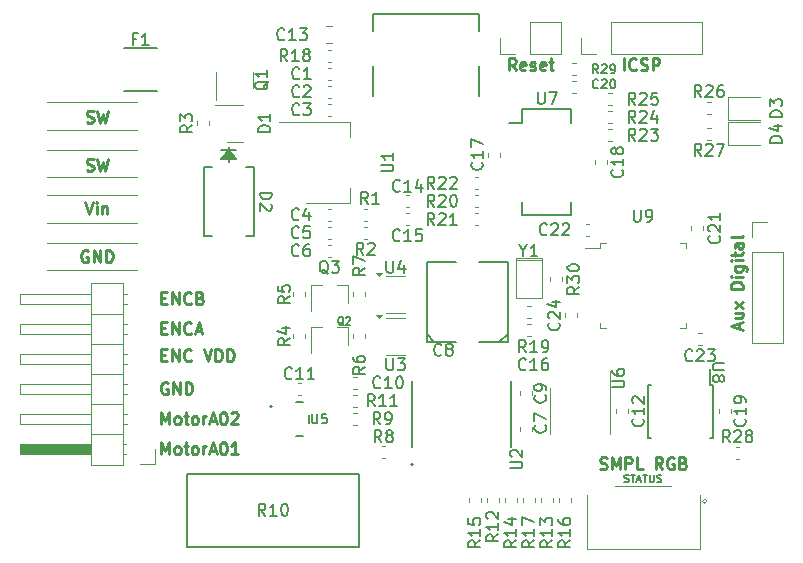
<source format=gbr>
%TF.GenerationSoftware,KiCad,Pcbnew,9.0.1*%
%TF.CreationDate,2025-05-27T12:36:52-05:00*%
%TF.ProjectId,Motor_PCB,4d6f746f-725f-4504-9342-2e6b69636164,1.2*%
%TF.SameCoordinates,Original*%
%TF.FileFunction,Legend,Top*%
%TF.FilePolarity,Positive*%
%FSLAX46Y46*%
G04 Gerber Fmt 4.6, Leading zero omitted, Abs format (unit mm)*
G04 Created by KiCad (PCBNEW 9.0.1) date 2025-05-27 12:36:52*
%MOMM*%
%LPD*%
G01*
G04 APERTURE LIST*
%ADD10C,0.250000*%
%ADD11C,0.158750*%
%ADD12C,0.150000*%
%ADD13C,0.120000*%
%ADD14C,0.152400*%
%ADD15C,0.127000*%
%ADD16C,0.200000*%
%ADD17C,0.203200*%
G04 APERTURE END LIST*
D10*
X113911191Y-84666619D02*
X114244524Y-85666619D01*
X114244524Y-85666619D02*
X114577857Y-84666619D01*
X114911191Y-85666619D02*
X114911191Y-84999952D01*
X114911191Y-84666619D02*
X114863572Y-84714238D01*
X114863572Y-84714238D02*
X114911191Y-84761857D01*
X114911191Y-84761857D02*
X114958810Y-84714238D01*
X114958810Y-84714238D02*
X114911191Y-84666619D01*
X114911191Y-84666619D02*
X114911191Y-84761857D01*
X115387381Y-84999952D02*
X115387381Y-85666619D01*
X115387381Y-85095190D02*
X115435000Y-85047571D01*
X115435000Y-85047571D02*
X115530238Y-84999952D01*
X115530238Y-84999952D02*
X115673095Y-84999952D01*
X115673095Y-84999952D02*
X115768333Y-85047571D01*
X115768333Y-85047571D02*
X115815952Y-85142809D01*
X115815952Y-85142809D02*
X115815952Y-85666619D01*
X114173095Y-88778238D02*
X114077857Y-88730619D01*
X114077857Y-88730619D02*
X113935000Y-88730619D01*
X113935000Y-88730619D02*
X113792143Y-88778238D01*
X113792143Y-88778238D02*
X113696905Y-88873476D01*
X113696905Y-88873476D02*
X113649286Y-88968714D01*
X113649286Y-88968714D02*
X113601667Y-89159190D01*
X113601667Y-89159190D02*
X113601667Y-89302047D01*
X113601667Y-89302047D02*
X113649286Y-89492523D01*
X113649286Y-89492523D02*
X113696905Y-89587761D01*
X113696905Y-89587761D02*
X113792143Y-89683000D01*
X113792143Y-89683000D02*
X113935000Y-89730619D01*
X113935000Y-89730619D02*
X114030238Y-89730619D01*
X114030238Y-89730619D02*
X114173095Y-89683000D01*
X114173095Y-89683000D02*
X114220714Y-89635380D01*
X114220714Y-89635380D02*
X114220714Y-89302047D01*
X114220714Y-89302047D02*
X114030238Y-89302047D01*
X114649286Y-89730619D02*
X114649286Y-88730619D01*
X114649286Y-88730619D02*
X115220714Y-89730619D01*
X115220714Y-89730619D02*
X115220714Y-88730619D01*
X115696905Y-89730619D02*
X115696905Y-88730619D01*
X115696905Y-88730619D02*
X115935000Y-88730619D01*
X115935000Y-88730619D02*
X116077857Y-88778238D01*
X116077857Y-88778238D02*
X116173095Y-88873476D01*
X116173095Y-88873476D02*
X116220714Y-88968714D01*
X116220714Y-88968714D02*
X116268333Y-89159190D01*
X116268333Y-89159190D02*
X116268333Y-89302047D01*
X116268333Y-89302047D02*
X116220714Y-89492523D01*
X116220714Y-89492523D02*
X116173095Y-89587761D01*
X116173095Y-89587761D02*
X116077857Y-89683000D01*
X116077857Y-89683000D02*
X115935000Y-89730619D01*
X115935000Y-89730619D02*
X115696905Y-89730619D01*
X159549809Y-73474619D02*
X159549809Y-72474619D01*
X160597427Y-73379380D02*
X160549808Y-73427000D01*
X160549808Y-73427000D02*
X160406951Y-73474619D01*
X160406951Y-73474619D02*
X160311713Y-73474619D01*
X160311713Y-73474619D02*
X160168856Y-73427000D01*
X160168856Y-73427000D02*
X160073618Y-73331761D01*
X160073618Y-73331761D02*
X160025999Y-73236523D01*
X160025999Y-73236523D02*
X159978380Y-73046047D01*
X159978380Y-73046047D02*
X159978380Y-72903190D01*
X159978380Y-72903190D02*
X160025999Y-72712714D01*
X160025999Y-72712714D02*
X160073618Y-72617476D01*
X160073618Y-72617476D02*
X160168856Y-72522238D01*
X160168856Y-72522238D02*
X160311713Y-72474619D01*
X160311713Y-72474619D02*
X160406951Y-72474619D01*
X160406951Y-72474619D02*
X160549808Y-72522238D01*
X160549808Y-72522238D02*
X160597427Y-72569857D01*
X160978380Y-73427000D02*
X161121237Y-73474619D01*
X161121237Y-73474619D02*
X161359332Y-73474619D01*
X161359332Y-73474619D02*
X161454570Y-73427000D01*
X161454570Y-73427000D02*
X161502189Y-73379380D01*
X161502189Y-73379380D02*
X161549808Y-73284142D01*
X161549808Y-73284142D02*
X161549808Y-73188904D01*
X161549808Y-73188904D02*
X161502189Y-73093666D01*
X161502189Y-73093666D02*
X161454570Y-73046047D01*
X161454570Y-73046047D02*
X161359332Y-72998428D01*
X161359332Y-72998428D02*
X161168856Y-72950809D01*
X161168856Y-72950809D02*
X161073618Y-72903190D01*
X161073618Y-72903190D02*
X161025999Y-72855571D01*
X161025999Y-72855571D02*
X160978380Y-72760333D01*
X160978380Y-72760333D02*
X160978380Y-72665095D01*
X160978380Y-72665095D02*
X161025999Y-72569857D01*
X161025999Y-72569857D02*
X161073618Y-72522238D01*
X161073618Y-72522238D02*
X161168856Y-72474619D01*
X161168856Y-72474619D02*
X161406951Y-72474619D01*
X161406951Y-72474619D02*
X161549808Y-72522238D01*
X161978380Y-73474619D02*
X161978380Y-72474619D01*
X161978380Y-72474619D02*
X162359332Y-72474619D01*
X162359332Y-72474619D02*
X162454570Y-72522238D01*
X162454570Y-72522238D02*
X162502189Y-72569857D01*
X162502189Y-72569857D02*
X162549808Y-72665095D01*
X162549808Y-72665095D02*
X162549808Y-72807952D01*
X162549808Y-72807952D02*
X162502189Y-72903190D01*
X162502189Y-72903190D02*
X162454570Y-72950809D01*
X162454570Y-72950809D02*
X162359332Y-72998428D01*
X162359332Y-72998428D02*
X161978380Y-72998428D01*
X157524145Y-107205567D02*
X157667002Y-107253186D01*
X157667002Y-107253186D02*
X157905097Y-107253186D01*
X157905097Y-107253186D02*
X158000335Y-107205567D01*
X158000335Y-107205567D02*
X158047954Y-107157947D01*
X158047954Y-107157947D02*
X158095573Y-107062709D01*
X158095573Y-107062709D02*
X158095573Y-106967471D01*
X158095573Y-106967471D02*
X158047954Y-106872233D01*
X158047954Y-106872233D02*
X158000335Y-106824614D01*
X158000335Y-106824614D02*
X157905097Y-106776995D01*
X157905097Y-106776995D02*
X157714621Y-106729376D01*
X157714621Y-106729376D02*
X157619383Y-106681757D01*
X157619383Y-106681757D02*
X157571764Y-106634138D01*
X157571764Y-106634138D02*
X157524145Y-106538900D01*
X157524145Y-106538900D02*
X157524145Y-106443662D01*
X157524145Y-106443662D02*
X157571764Y-106348424D01*
X157571764Y-106348424D02*
X157619383Y-106300805D01*
X157619383Y-106300805D02*
X157714621Y-106253186D01*
X157714621Y-106253186D02*
X157952716Y-106253186D01*
X157952716Y-106253186D02*
X158095573Y-106300805D01*
X158524145Y-107253186D02*
X158524145Y-106253186D01*
X158524145Y-106253186D02*
X158857478Y-106967471D01*
X158857478Y-106967471D02*
X159190811Y-106253186D01*
X159190811Y-106253186D02*
X159190811Y-107253186D01*
X159667002Y-107253186D02*
X159667002Y-106253186D01*
X159667002Y-106253186D02*
X160047954Y-106253186D01*
X160047954Y-106253186D02*
X160143192Y-106300805D01*
X160143192Y-106300805D02*
X160190811Y-106348424D01*
X160190811Y-106348424D02*
X160238430Y-106443662D01*
X160238430Y-106443662D02*
X160238430Y-106586519D01*
X160238430Y-106586519D02*
X160190811Y-106681757D01*
X160190811Y-106681757D02*
X160143192Y-106729376D01*
X160143192Y-106729376D02*
X160047954Y-106776995D01*
X160047954Y-106776995D02*
X159667002Y-106776995D01*
X161143192Y-107253186D02*
X160667002Y-107253186D01*
X160667002Y-107253186D02*
X160667002Y-106253186D01*
X162809859Y-107253186D02*
X162476526Y-106776995D01*
X162238431Y-107253186D02*
X162238431Y-106253186D01*
X162238431Y-106253186D02*
X162619383Y-106253186D01*
X162619383Y-106253186D02*
X162714621Y-106300805D01*
X162714621Y-106300805D02*
X162762240Y-106348424D01*
X162762240Y-106348424D02*
X162809859Y-106443662D01*
X162809859Y-106443662D02*
X162809859Y-106586519D01*
X162809859Y-106586519D02*
X162762240Y-106681757D01*
X162762240Y-106681757D02*
X162714621Y-106729376D01*
X162714621Y-106729376D02*
X162619383Y-106776995D01*
X162619383Y-106776995D02*
X162238431Y-106776995D01*
X163762240Y-106300805D02*
X163667002Y-106253186D01*
X163667002Y-106253186D02*
X163524145Y-106253186D01*
X163524145Y-106253186D02*
X163381288Y-106300805D01*
X163381288Y-106300805D02*
X163286050Y-106396043D01*
X163286050Y-106396043D02*
X163238431Y-106491281D01*
X163238431Y-106491281D02*
X163190812Y-106681757D01*
X163190812Y-106681757D02*
X163190812Y-106824614D01*
X163190812Y-106824614D02*
X163238431Y-107015090D01*
X163238431Y-107015090D02*
X163286050Y-107110328D01*
X163286050Y-107110328D02*
X163381288Y-107205567D01*
X163381288Y-107205567D02*
X163524145Y-107253186D01*
X163524145Y-107253186D02*
X163619383Y-107253186D01*
X163619383Y-107253186D02*
X163762240Y-107205567D01*
X163762240Y-107205567D02*
X163809859Y-107157947D01*
X163809859Y-107157947D02*
X163809859Y-106824614D01*
X163809859Y-106824614D02*
X163619383Y-106824614D01*
X164571764Y-106729376D02*
X164714621Y-106776995D01*
X164714621Y-106776995D02*
X164762240Y-106824614D01*
X164762240Y-106824614D02*
X164809859Y-106919852D01*
X164809859Y-106919852D02*
X164809859Y-107062709D01*
X164809859Y-107062709D02*
X164762240Y-107157947D01*
X164762240Y-107157947D02*
X164714621Y-107205567D01*
X164714621Y-107205567D02*
X164619383Y-107253186D01*
X164619383Y-107253186D02*
X164238431Y-107253186D01*
X164238431Y-107253186D02*
X164238431Y-106253186D01*
X164238431Y-106253186D02*
X164571764Y-106253186D01*
X164571764Y-106253186D02*
X164667002Y-106300805D01*
X164667002Y-106300805D02*
X164714621Y-106348424D01*
X164714621Y-106348424D02*
X164762240Y-106443662D01*
X164762240Y-106443662D02*
X164762240Y-106538900D01*
X164762240Y-106538900D02*
X164714621Y-106634138D01*
X164714621Y-106634138D02*
X164667002Y-106681757D01*
X164667002Y-106681757D02*
X164571764Y-106729376D01*
X164571764Y-106729376D02*
X164238431Y-106729376D01*
X120396380Y-103446619D02*
X120396380Y-102446619D01*
X120396380Y-102446619D02*
X120729713Y-103160904D01*
X120729713Y-103160904D02*
X121063046Y-102446619D01*
X121063046Y-102446619D02*
X121063046Y-103446619D01*
X121682094Y-103446619D02*
X121586856Y-103399000D01*
X121586856Y-103399000D02*
X121539237Y-103351380D01*
X121539237Y-103351380D02*
X121491618Y-103256142D01*
X121491618Y-103256142D02*
X121491618Y-102970428D01*
X121491618Y-102970428D02*
X121539237Y-102875190D01*
X121539237Y-102875190D02*
X121586856Y-102827571D01*
X121586856Y-102827571D02*
X121682094Y-102779952D01*
X121682094Y-102779952D02*
X121824951Y-102779952D01*
X121824951Y-102779952D02*
X121920189Y-102827571D01*
X121920189Y-102827571D02*
X121967808Y-102875190D01*
X121967808Y-102875190D02*
X122015427Y-102970428D01*
X122015427Y-102970428D02*
X122015427Y-103256142D01*
X122015427Y-103256142D02*
X121967808Y-103351380D01*
X121967808Y-103351380D02*
X121920189Y-103399000D01*
X121920189Y-103399000D02*
X121824951Y-103446619D01*
X121824951Y-103446619D02*
X121682094Y-103446619D01*
X122301142Y-102779952D02*
X122682094Y-102779952D01*
X122443999Y-102446619D02*
X122443999Y-103303761D01*
X122443999Y-103303761D02*
X122491618Y-103399000D01*
X122491618Y-103399000D02*
X122586856Y-103446619D01*
X122586856Y-103446619D02*
X122682094Y-103446619D01*
X123158285Y-103446619D02*
X123063047Y-103399000D01*
X123063047Y-103399000D02*
X123015428Y-103351380D01*
X123015428Y-103351380D02*
X122967809Y-103256142D01*
X122967809Y-103256142D02*
X122967809Y-102970428D01*
X122967809Y-102970428D02*
X123015428Y-102875190D01*
X123015428Y-102875190D02*
X123063047Y-102827571D01*
X123063047Y-102827571D02*
X123158285Y-102779952D01*
X123158285Y-102779952D02*
X123301142Y-102779952D01*
X123301142Y-102779952D02*
X123396380Y-102827571D01*
X123396380Y-102827571D02*
X123443999Y-102875190D01*
X123443999Y-102875190D02*
X123491618Y-102970428D01*
X123491618Y-102970428D02*
X123491618Y-103256142D01*
X123491618Y-103256142D02*
X123443999Y-103351380D01*
X123443999Y-103351380D02*
X123396380Y-103399000D01*
X123396380Y-103399000D02*
X123301142Y-103446619D01*
X123301142Y-103446619D02*
X123158285Y-103446619D01*
X123920190Y-103446619D02*
X123920190Y-102779952D01*
X123920190Y-102970428D02*
X123967809Y-102875190D01*
X123967809Y-102875190D02*
X124015428Y-102827571D01*
X124015428Y-102827571D02*
X124110666Y-102779952D01*
X124110666Y-102779952D02*
X124205904Y-102779952D01*
X124491619Y-103160904D02*
X124967809Y-103160904D01*
X124396381Y-103446619D02*
X124729714Y-102446619D01*
X124729714Y-102446619D02*
X125063047Y-103446619D01*
X125586857Y-102446619D02*
X125682095Y-102446619D01*
X125682095Y-102446619D02*
X125777333Y-102494238D01*
X125777333Y-102494238D02*
X125824952Y-102541857D01*
X125824952Y-102541857D02*
X125872571Y-102637095D01*
X125872571Y-102637095D02*
X125920190Y-102827571D01*
X125920190Y-102827571D02*
X125920190Y-103065666D01*
X125920190Y-103065666D02*
X125872571Y-103256142D01*
X125872571Y-103256142D02*
X125824952Y-103351380D01*
X125824952Y-103351380D02*
X125777333Y-103399000D01*
X125777333Y-103399000D02*
X125682095Y-103446619D01*
X125682095Y-103446619D02*
X125586857Y-103446619D01*
X125586857Y-103446619D02*
X125491619Y-103399000D01*
X125491619Y-103399000D02*
X125444000Y-103351380D01*
X125444000Y-103351380D02*
X125396381Y-103256142D01*
X125396381Y-103256142D02*
X125348762Y-103065666D01*
X125348762Y-103065666D02*
X125348762Y-102827571D01*
X125348762Y-102827571D02*
X125396381Y-102637095D01*
X125396381Y-102637095D02*
X125444000Y-102541857D01*
X125444000Y-102541857D02*
X125491619Y-102494238D01*
X125491619Y-102494238D02*
X125586857Y-102446619D01*
X126301143Y-102541857D02*
X126348762Y-102494238D01*
X126348762Y-102494238D02*
X126444000Y-102446619D01*
X126444000Y-102446619D02*
X126682095Y-102446619D01*
X126682095Y-102446619D02*
X126777333Y-102494238D01*
X126777333Y-102494238D02*
X126824952Y-102541857D01*
X126824952Y-102541857D02*
X126872571Y-102637095D01*
X126872571Y-102637095D02*
X126872571Y-102732333D01*
X126872571Y-102732333D02*
X126824952Y-102875190D01*
X126824952Y-102875190D02*
X126253524Y-103446619D01*
X126253524Y-103446619D02*
X126872571Y-103446619D01*
X120396380Y-97588809D02*
X120729713Y-97588809D01*
X120872570Y-98112619D02*
X120396380Y-98112619D01*
X120396380Y-98112619D02*
X120396380Y-97112619D01*
X120396380Y-97112619D02*
X120872570Y-97112619D01*
X121301142Y-98112619D02*
X121301142Y-97112619D01*
X121301142Y-97112619D02*
X121872570Y-98112619D01*
X121872570Y-98112619D02*
X121872570Y-97112619D01*
X122920189Y-98017380D02*
X122872570Y-98065000D01*
X122872570Y-98065000D02*
X122729713Y-98112619D01*
X122729713Y-98112619D02*
X122634475Y-98112619D01*
X122634475Y-98112619D02*
X122491618Y-98065000D01*
X122491618Y-98065000D02*
X122396380Y-97969761D01*
X122396380Y-97969761D02*
X122348761Y-97874523D01*
X122348761Y-97874523D02*
X122301142Y-97684047D01*
X122301142Y-97684047D02*
X122301142Y-97541190D01*
X122301142Y-97541190D02*
X122348761Y-97350714D01*
X122348761Y-97350714D02*
X122396380Y-97255476D01*
X122396380Y-97255476D02*
X122491618Y-97160238D01*
X122491618Y-97160238D02*
X122634475Y-97112619D01*
X122634475Y-97112619D02*
X122729713Y-97112619D01*
X122729713Y-97112619D02*
X122872570Y-97160238D01*
X122872570Y-97160238D02*
X122920189Y-97207857D01*
X123967809Y-97112619D02*
X124301142Y-98112619D01*
X124301142Y-98112619D02*
X124634475Y-97112619D01*
X124967809Y-98112619D02*
X124967809Y-97112619D01*
X124967809Y-97112619D02*
X125205904Y-97112619D01*
X125205904Y-97112619D02*
X125348761Y-97160238D01*
X125348761Y-97160238D02*
X125443999Y-97255476D01*
X125443999Y-97255476D02*
X125491618Y-97350714D01*
X125491618Y-97350714D02*
X125539237Y-97541190D01*
X125539237Y-97541190D02*
X125539237Y-97684047D01*
X125539237Y-97684047D02*
X125491618Y-97874523D01*
X125491618Y-97874523D02*
X125443999Y-97969761D01*
X125443999Y-97969761D02*
X125348761Y-98065000D01*
X125348761Y-98065000D02*
X125205904Y-98112619D01*
X125205904Y-98112619D02*
X124967809Y-98112619D01*
X125967809Y-98112619D02*
X125967809Y-97112619D01*
X125967809Y-97112619D02*
X126205904Y-97112619D01*
X126205904Y-97112619D02*
X126348761Y-97160238D01*
X126348761Y-97160238D02*
X126443999Y-97255476D01*
X126443999Y-97255476D02*
X126491618Y-97350714D01*
X126491618Y-97350714D02*
X126539237Y-97541190D01*
X126539237Y-97541190D02*
X126539237Y-97684047D01*
X126539237Y-97684047D02*
X126491618Y-97874523D01*
X126491618Y-97874523D02*
X126443999Y-97969761D01*
X126443999Y-97969761D02*
X126348761Y-98065000D01*
X126348761Y-98065000D02*
X126205904Y-98112619D01*
X126205904Y-98112619D02*
X125967809Y-98112619D01*
X114077857Y-77872000D02*
X114220714Y-77919619D01*
X114220714Y-77919619D02*
X114458809Y-77919619D01*
X114458809Y-77919619D02*
X114554047Y-77872000D01*
X114554047Y-77872000D02*
X114601666Y-77824380D01*
X114601666Y-77824380D02*
X114649285Y-77729142D01*
X114649285Y-77729142D02*
X114649285Y-77633904D01*
X114649285Y-77633904D02*
X114601666Y-77538666D01*
X114601666Y-77538666D02*
X114554047Y-77491047D01*
X114554047Y-77491047D02*
X114458809Y-77443428D01*
X114458809Y-77443428D02*
X114268333Y-77395809D01*
X114268333Y-77395809D02*
X114173095Y-77348190D01*
X114173095Y-77348190D02*
X114125476Y-77300571D01*
X114125476Y-77300571D02*
X114077857Y-77205333D01*
X114077857Y-77205333D02*
X114077857Y-77110095D01*
X114077857Y-77110095D02*
X114125476Y-77014857D01*
X114125476Y-77014857D02*
X114173095Y-76967238D01*
X114173095Y-76967238D02*
X114268333Y-76919619D01*
X114268333Y-76919619D02*
X114506428Y-76919619D01*
X114506428Y-76919619D02*
X114649285Y-76967238D01*
X114982619Y-76919619D02*
X115220714Y-77919619D01*
X115220714Y-77919619D02*
X115411190Y-77205333D01*
X115411190Y-77205333D02*
X115601666Y-77919619D01*
X115601666Y-77919619D02*
X115839762Y-76919619D01*
X114077857Y-81936000D02*
X114220714Y-81983619D01*
X114220714Y-81983619D02*
X114458809Y-81983619D01*
X114458809Y-81983619D02*
X114554047Y-81936000D01*
X114554047Y-81936000D02*
X114601666Y-81888380D01*
X114601666Y-81888380D02*
X114649285Y-81793142D01*
X114649285Y-81793142D02*
X114649285Y-81697904D01*
X114649285Y-81697904D02*
X114601666Y-81602666D01*
X114601666Y-81602666D02*
X114554047Y-81555047D01*
X114554047Y-81555047D02*
X114458809Y-81507428D01*
X114458809Y-81507428D02*
X114268333Y-81459809D01*
X114268333Y-81459809D02*
X114173095Y-81412190D01*
X114173095Y-81412190D02*
X114125476Y-81364571D01*
X114125476Y-81364571D02*
X114077857Y-81269333D01*
X114077857Y-81269333D02*
X114077857Y-81174095D01*
X114077857Y-81174095D02*
X114125476Y-81078857D01*
X114125476Y-81078857D02*
X114173095Y-81031238D01*
X114173095Y-81031238D02*
X114268333Y-80983619D01*
X114268333Y-80983619D02*
X114506428Y-80983619D01*
X114506428Y-80983619D02*
X114649285Y-81031238D01*
X114982619Y-80983619D02*
X115220714Y-81983619D01*
X115220714Y-81983619D02*
X115411190Y-81269333D01*
X115411190Y-81269333D02*
X115601666Y-81983619D01*
X115601666Y-81983619D02*
X115839762Y-80983619D01*
X120920189Y-99954238D02*
X120824951Y-99906619D01*
X120824951Y-99906619D02*
X120682094Y-99906619D01*
X120682094Y-99906619D02*
X120539237Y-99954238D01*
X120539237Y-99954238D02*
X120443999Y-100049476D01*
X120443999Y-100049476D02*
X120396380Y-100144714D01*
X120396380Y-100144714D02*
X120348761Y-100335190D01*
X120348761Y-100335190D02*
X120348761Y-100478047D01*
X120348761Y-100478047D02*
X120396380Y-100668523D01*
X120396380Y-100668523D02*
X120443999Y-100763761D01*
X120443999Y-100763761D02*
X120539237Y-100859000D01*
X120539237Y-100859000D02*
X120682094Y-100906619D01*
X120682094Y-100906619D02*
X120777332Y-100906619D01*
X120777332Y-100906619D02*
X120920189Y-100859000D01*
X120920189Y-100859000D02*
X120967808Y-100811380D01*
X120967808Y-100811380D02*
X120967808Y-100478047D01*
X120967808Y-100478047D02*
X120777332Y-100478047D01*
X121396380Y-100906619D02*
X121396380Y-99906619D01*
X121396380Y-99906619D02*
X121967808Y-100906619D01*
X121967808Y-100906619D02*
X121967808Y-99906619D01*
X122443999Y-100906619D02*
X122443999Y-99906619D01*
X122443999Y-99906619D02*
X122682094Y-99906619D01*
X122682094Y-99906619D02*
X122824951Y-99954238D01*
X122824951Y-99954238D02*
X122920189Y-100049476D01*
X122920189Y-100049476D02*
X122967808Y-100144714D01*
X122967808Y-100144714D02*
X123015427Y-100335190D01*
X123015427Y-100335190D02*
X123015427Y-100478047D01*
X123015427Y-100478047D02*
X122967808Y-100668523D01*
X122967808Y-100668523D02*
X122920189Y-100763761D01*
X122920189Y-100763761D02*
X122824951Y-100859000D01*
X122824951Y-100859000D02*
X122682094Y-100906619D01*
X122682094Y-100906619D02*
X122443999Y-100906619D01*
X120396380Y-95302809D02*
X120729713Y-95302809D01*
X120872570Y-95826619D02*
X120396380Y-95826619D01*
X120396380Y-95826619D02*
X120396380Y-94826619D01*
X120396380Y-94826619D02*
X120872570Y-94826619D01*
X121301142Y-95826619D02*
X121301142Y-94826619D01*
X121301142Y-94826619D02*
X121872570Y-95826619D01*
X121872570Y-95826619D02*
X121872570Y-94826619D01*
X122920189Y-95731380D02*
X122872570Y-95779000D01*
X122872570Y-95779000D02*
X122729713Y-95826619D01*
X122729713Y-95826619D02*
X122634475Y-95826619D01*
X122634475Y-95826619D02*
X122491618Y-95779000D01*
X122491618Y-95779000D02*
X122396380Y-95683761D01*
X122396380Y-95683761D02*
X122348761Y-95588523D01*
X122348761Y-95588523D02*
X122301142Y-95398047D01*
X122301142Y-95398047D02*
X122301142Y-95255190D01*
X122301142Y-95255190D02*
X122348761Y-95064714D01*
X122348761Y-95064714D02*
X122396380Y-94969476D01*
X122396380Y-94969476D02*
X122491618Y-94874238D01*
X122491618Y-94874238D02*
X122634475Y-94826619D01*
X122634475Y-94826619D02*
X122729713Y-94826619D01*
X122729713Y-94826619D02*
X122872570Y-94874238D01*
X122872570Y-94874238D02*
X122920189Y-94921857D01*
X123301142Y-95540904D02*
X123777332Y-95540904D01*
X123205904Y-95826619D02*
X123539237Y-94826619D01*
X123539237Y-94826619D02*
X123872570Y-95826619D01*
D11*
X159590617Y-108332270D02*
X159681331Y-108362508D01*
X159681331Y-108362508D02*
X159832522Y-108362508D01*
X159832522Y-108362508D02*
X159892998Y-108332270D01*
X159892998Y-108332270D02*
X159923236Y-108302031D01*
X159923236Y-108302031D02*
X159953474Y-108241555D01*
X159953474Y-108241555D02*
X159953474Y-108181079D01*
X159953474Y-108181079D02*
X159923236Y-108120603D01*
X159923236Y-108120603D02*
X159892998Y-108090365D01*
X159892998Y-108090365D02*
X159832522Y-108060127D01*
X159832522Y-108060127D02*
X159711569Y-108029889D01*
X159711569Y-108029889D02*
X159651093Y-107999650D01*
X159651093Y-107999650D02*
X159620855Y-107969412D01*
X159620855Y-107969412D02*
X159590617Y-107908936D01*
X159590617Y-107908936D02*
X159590617Y-107848460D01*
X159590617Y-107848460D02*
X159620855Y-107787984D01*
X159620855Y-107787984D02*
X159651093Y-107757746D01*
X159651093Y-107757746D02*
X159711569Y-107727508D01*
X159711569Y-107727508D02*
X159862760Y-107727508D01*
X159862760Y-107727508D02*
X159953474Y-107757746D01*
X160134903Y-107727508D02*
X160497760Y-107727508D01*
X160316331Y-108362508D02*
X160316331Y-107727508D01*
X160679189Y-108181079D02*
X160981570Y-108181079D01*
X160618713Y-108362508D02*
X160830379Y-107727508D01*
X160830379Y-107727508D02*
X161042046Y-108362508D01*
X161162999Y-107727508D02*
X161525856Y-107727508D01*
X161344427Y-108362508D02*
X161344427Y-107727508D01*
X161737523Y-107727508D02*
X161737523Y-108241555D01*
X161737523Y-108241555D02*
X161767761Y-108302031D01*
X161767761Y-108302031D02*
X161797999Y-108332270D01*
X161797999Y-108332270D02*
X161858475Y-108362508D01*
X161858475Y-108362508D02*
X161979428Y-108362508D01*
X161979428Y-108362508D02*
X162039904Y-108332270D01*
X162039904Y-108332270D02*
X162070142Y-108302031D01*
X162070142Y-108302031D02*
X162100380Y-108241555D01*
X162100380Y-108241555D02*
X162100380Y-107727508D01*
X162372523Y-108332270D02*
X162463237Y-108362508D01*
X162463237Y-108362508D02*
X162614428Y-108362508D01*
X162614428Y-108362508D02*
X162674904Y-108332270D01*
X162674904Y-108332270D02*
X162705142Y-108302031D01*
X162705142Y-108302031D02*
X162735380Y-108241555D01*
X162735380Y-108241555D02*
X162735380Y-108181079D01*
X162735380Y-108181079D02*
X162705142Y-108120603D01*
X162705142Y-108120603D02*
X162674904Y-108090365D01*
X162674904Y-108090365D02*
X162614428Y-108060127D01*
X162614428Y-108060127D02*
X162493475Y-108029889D01*
X162493475Y-108029889D02*
X162432999Y-107999650D01*
X162432999Y-107999650D02*
X162402761Y-107969412D01*
X162402761Y-107969412D02*
X162372523Y-107908936D01*
X162372523Y-107908936D02*
X162372523Y-107848460D01*
X162372523Y-107848460D02*
X162402761Y-107787984D01*
X162402761Y-107787984D02*
X162432999Y-107757746D01*
X162432999Y-107757746D02*
X162493475Y-107727508D01*
X162493475Y-107727508D02*
X162644666Y-107727508D01*
X162644666Y-107727508D02*
X162735380Y-107757746D01*
D10*
X169327903Y-95344760D02*
X169327903Y-94868570D01*
X169613618Y-95439998D02*
X168613618Y-95106665D01*
X168613618Y-95106665D02*
X169613618Y-94773332D01*
X168946951Y-94011427D02*
X169613618Y-94011427D01*
X168946951Y-94439998D02*
X169470760Y-94439998D01*
X169470760Y-94439998D02*
X169565999Y-94392379D01*
X169565999Y-94392379D02*
X169613618Y-94297141D01*
X169613618Y-94297141D02*
X169613618Y-94154284D01*
X169613618Y-94154284D02*
X169565999Y-94059046D01*
X169565999Y-94059046D02*
X169518379Y-94011427D01*
X169613618Y-93630474D02*
X168946951Y-93106665D01*
X168946951Y-93630474D02*
X169613618Y-93106665D01*
X169613618Y-91963807D02*
X168613618Y-91963807D01*
X168613618Y-91963807D02*
X168613618Y-91725712D01*
X168613618Y-91725712D02*
X168661237Y-91582855D01*
X168661237Y-91582855D02*
X168756475Y-91487617D01*
X168756475Y-91487617D02*
X168851713Y-91439998D01*
X168851713Y-91439998D02*
X169042189Y-91392379D01*
X169042189Y-91392379D02*
X169185046Y-91392379D01*
X169185046Y-91392379D02*
X169375522Y-91439998D01*
X169375522Y-91439998D02*
X169470760Y-91487617D01*
X169470760Y-91487617D02*
X169565999Y-91582855D01*
X169565999Y-91582855D02*
X169613618Y-91725712D01*
X169613618Y-91725712D02*
X169613618Y-91963807D01*
X169613618Y-90963807D02*
X168946951Y-90963807D01*
X168613618Y-90963807D02*
X168661237Y-91011426D01*
X168661237Y-91011426D02*
X168708856Y-90963807D01*
X168708856Y-90963807D02*
X168661237Y-90916188D01*
X168661237Y-90916188D02*
X168613618Y-90963807D01*
X168613618Y-90963807D02*
X168708856Y-90963807D01*
X168946951Y-90059046D02*
X169756475Y-90059046D01*
X169756475Y-90059046D02*
X169851713Y-90106665D01*
X169851713Y-90106665D02*
X169899332Y-90154284D01*
X169899332Y-90154284D02*
X169946951Y-90249522D01*
X169946951Y-90249522D02*
X169946951Y-90392379D01*
X169946951Y-90392379D02*
X169899332Y-90487617D01*
X169565999Y-90059046D02*
X169613618Y-90154284D01*
X169613618Y-90154284D02*
X169613618Y-90344760D01*
X169613618Y-90344760D02*
X169565999Y-90439998D01*
X169565999Y-90439998D02*
X169518379Y-90487617D01*
X169518379Y-90487617D02*
X169423141Y-90535236D01*
X169423141Y-90535236D02*
X169137427Y-90535236D01*
X169137427Y-90535236D02*
X169042189Y-90487617D01*
X169042189Y-90487617D02*
X168994570Y-90439998D01*
X168994570Y-90439998D02*
X168946951Y-90344760D01*
X168946951Y-90344760D02*
X168946951Y-90154284D01*
X168946951Y-90154284D02*
X168994570Y-90059046D01*
X169613618Y-89582855D02*
X168946951Y-89582855D01*
X168613618Y-89582855D02*
X168661237Y-89630474D01*
X168661237Y-89630474D02*
X168708856Y-89582855D01*
X168708856Y-89582855D02*
X168661237Y-89535236D01*
X168661237Y-89535236D02*
X168613618Y-89582855D01*
X168613618Y-89582855D02*
X168708856Y-89582855D01*
X168946951Y-89249522D02*
X168946951Y-88868570D01*
X168613618Y-89106665D02*
X169470760Y-89106665D01*
X169470760Y-89106665D02*
X169565999Y-89059046D01*
X169565999Y-89059046D02*
X169613618Y-88963808D01*
X169613618Y-88963808D02*
X169613618Y-88868570D01*
X169613618Y-88106665D02*
X169089808Y-88106665D01*
X169089808Y-88106665D02*
X168994570Y-88154284D01*
X168994570Y-88154284D02*
X168946951Y-88249522D01*
X168946951Y-88249522D02*
X168946951Y-88439998D01*
X168946951Y-88439998D02*
X168994570Y-88535236D01*
X169565999Y-88106665D02*
X169613618Y-88201903D01*
X169613618Y-88201903D02*
X169613618Y-88439998D01*
X169613618Y-88439998D02*
X169565999Y-88535236D01*
X169565999Y-88535236D02*
X169470760Y-88582855D01*
X169470760Y-88582855D02*
X169375522Y-88582855D01*
X169375522Y-88582855D02*
X169280284Y-88535236D01*
X169280284Y-88535236D02*
X169232665Y-88439998D01*
X169232665Y-88439998D02*
X169232665Y-88201903D01*
X169232665Y-88201903D02*
X169185046Y-88106665D01*
X169613618Y-87487617D02*
X169565999Y-87582855D01*
X169565999Y-87582855D02*
X169470760Y-87630474D01*
X169470760Y-87630474D02*
X168613618Y-87630474D01*
X120396380Y-92762809D02*
X120729713Y-92762809D01*
X120872570Y-93286619D02*
X120396380Y-93286619D01*
X120396380Y-93286619D02*
X120396380Y-92286619D01*
X120396380Y-92286619D02*
X120872570Y-92286619D01*
X121301142Y-93286619D02*
X121301142Y-92286619D01*
X121301142Y-92286619D02*
X121872570Y-93286619D01*
X121872570Y-93286619D02*
X121872570Y-92286619D01*
X122920189Y-93191380D02*
X122872570Y-93239000D01*
X122872570Y-93239000D02*
X122729713Y-93286619D01*
X122729713Y-93286619D02*
X122634475Y-93286619D01*
X122634475Y-93286619D02*
X122491618Y-93239000D01*
X122491618Y-93239000D02*
X122396380Y-93143761D01*
X122396380Y-93143761D02*
X122348761Y-93048523D01*
X122348761Y-93048523D02*
X122301142Y-92858047D01*
X122301142Y-92858047D02*
X122301142Y-92715190D01*
X122301142Y-92715190D02*
X122348761Y-92524714D01*
X122348761Y-92524714D02*
X122396380Y-92429476D01*
X122396380Y-92429476D02*
X122491618Y-92334238D01*
X122491618Y-92334238D02*
X122634475Y-92286619D01*
X122634475Y-92286619D02*
X122729713Y-92286619D01*
X122729713Y-92286619D02*
X122872570Y-92334238D01*
X122872570Y-92334238D02*
X122920189Y-92381857D01*
X123682094Y-92762809D02*
X123824951Y-92810428D01*
X123824951Y-92810428D02*
X123872570Y-92858047D01*
X123872570Y-92858047D02*
X123920189Y-92953285D01*
X123920189Y-92953285D02*
X123920189Y-93096142D01*
X123920189Y-93096142D02*
X123872570Y-93191380D01*
X123872570Y-93191380D02*
X123824951Y-93239000D01*
X123824951Y-93239000D02*
X123729713Y-93286619D01*
X123729713Y-93286619D02*
X123348761Y-93286619D01*
X123348761Y-93286619D02*
X123348761Y-92286619D01*
X123348761Y-92286619D02*
X123682094Y-92286619D01*
X123682094Y-92286619D02*
X123777332Y-92334238D01*
X123777332Y-92334238D02*
X123824951Y-92381857D01*
X123824951Y-92381857D02*
X123872570Y-92477095D01*
X123872570Y-92477095D02*
X123872570Y-92572333D01*
X123872570Y-92572333D02*
X123824951Y-92667571D01*
X123824951Y-92667571D02*
X123777332Y-92715190D01*
X123777332Y-92715190D02*
X123682094Y-92762809D01*
X123682094Y-92762809D02*
X123348761Y-92762809D01*
X150399903Y-73474619D02*
X150066570Y-72998428D01*
X149828475Y-73474619D02*
X149828475Y-72474619D01*
X149828475Y-72474619D02*
X150209427Y-72474619D01*
X150209427Y-72474619D02*
X150304665Y-72522238D01*
X150304665Y-72522238D02*
X150352284Y-72569857D01*
X150352284Y-72569857D02*
X150399903Y-72665095D01*
X150399903Y-72665095D02*
X150399903Y-72807952D01*
X150399903Y-72807952D02*
X150352284Y-72903190D01*
X150352284Y-72903190D02*
X150304665Y-72950809D01*
X150304665Y-72950809D02*
X150209427Y-72998428D01*
X150209427Y-72998428D02*
X149828475Y-72998428D01*
X151209427Y-73427000D02*
X151114189Y-73474619D01*
X151114189Y-73474619D02*
X150923713Y-73474619D01*
X150923713Y-73474619D02*
X150828475Y-73427000D01*
X150828475Y-73427000D02*
X150780856Y-73331761D01*
X150780856Y-73331761D02*
X150780856Y-72950809D01*
X150780856Y-72950809D02*
X150828475Y-72855571D01*
X150828475Y-72855571D02*
X150923713Y-72807952D01*
X150923713Y-72807952D02*
X151114189Y-72807952D01*
X151114189Y-72807952D02*
X151209427Y-72855571D01*
X151209427Y-72855571D02*
X151257046Y-72950809D01*
X151257046Y-72950809D02*
X151257046Y-73046047D01*
X151257046Y-73046047D02*
X150780856Y-73141285D01*
X151637999Y-73427000D02*
X151733237Y-73474619D01*
X151733237Y-73474619D02*
X151923713Y-73474619D01*
X151923713Y-73474619D02*
X152018951Y-73427000D01*
X152018951Y-73427000D02*
X152066570Y-73331761D01*
X152066570Y-73331761D02*
X152066570Y-73284142D01*
X152066570Y-73284142D02*
X152018951Y-73188904D01*
X152018951Y-73188904D02*
X151923713Y-73141285D01*
X151923713Y-73141285D02*
X151780856Y-73141285D01*
X151780856Y-73141285D02*
X151685618Y-73093666D01*
X151685618Y-73093666D02*
X151637999Y-72998428D01*
X151637999Y-72998428D02*
X151637999Y-72950809D01*
X151637999Y-72950809D02*
X151685618Y-72855571D01*
X151685618Y-72855571D02*
X151780856Y-72807952D01*
X151780856Y-72807952D02*
X151923713Y-72807952D01*
X151923713Y-72807952D02*
X152018951Y-72855571D01*
X152876094Y-73427000D02*
X152780856Y-73474619D01*
X152780856Y-73474619D02*
X152590380Y-73474619D01*
X152590380Y-73474619D02*
X152495142Y-73427000D01*
X152495142Y-73427000D02*
X152447523Y-73331761D01*
X152447523Y-73331761D02*
X152447523Y-72950809D01*
X152447523Y-72950809D02*
X152495142Y-72855571D01*
X152495142Y-72855571D02*
X152590380Y-72807952D01*
X152590380Y-72807952D02*
X152780856Y-72807952D01*
X152780856Y-72807952D02*
X152876094Y-72855571D01*
X152876094Y-72855571D02*
X152923713Y-72950809D01*
X152923713Y-72950809D02*
X152923713Y-73046047D01*
X152923713Y-73046047D02*
X152447523Y-73141285D01*
X153209428Y-72807952D02*
X153590380Y-72807952D01*
X153352285Y-72474619D02*
X153352285Y-73331761D01*
X153352285Y-73331761D02*
X153399904Y-73427000D01*
X153399904Y-73427000D02*
X153495142Y-73474619D01*
X153495142Y-73474619D02*
X153590380Y-73474619D01*
X120396380Y-105986619D02*
X120396380Y-104986619D01*
X120396380Y-104986619D02*
X120729713Y-105700904D01*
X120729713Y-105700904D02*
X121063046Y-104986619D01*
X121063046Y-104986619D02*
X121063046Y-105986619D01*
X121682094Y-105986619D02*
X121586856Y-105939000D01*
X121586856Y-105939000D02*
X121539237Y-105891380D01*
X121539237Y-105891380D02*
X121491618Y-105796142D01*
X121491618Y-105796142D02*
X121491618Y-105510428D01*
X121491618Y-105510428D02*
X121539237Y-105415190D01*
X121539237Y-105415190D02*
X121586856Y-105367571D01*
X121586856Y-105367571D02*
X121682094Y-105319952D01*
X121682094Y-105319952D02*
X121824951Y-105319952D01*
X121824951Y-105319952D02*
X121920189Y-105367571D01*
X121920189Y-105367571D02*
X121967808Y-105415190D01*
X121967808Y-105415190D02*
X122015427Y-105510428D01*
X122015427Y-105510428D02*
X122015427Y-105796142D01*
X122015427Y-105796142D02*
X121967808Y-105891380D01*
X121967808Y-105891380D02*
X121920189Y-105939000D01*
X121920189Y-105939000D02*
X121824951Y-105986619D01*
X121824951Y-105986619D02*
X121682094Y-105986619D01*
X122301142Y-105319952D02*
X122682094Y-105319952D01*
X122443999Y-104986619D02*
X122443999Y-105843761D01*
X122443999Y-105843761D02*
X122491618Y-105939000D01*
X122491618Y-105939000D02*
X122586856Y-105986619D01*
X122586856Y-105986619D02*
X122682094Y-105986619D01*
X123158285Y-105986619D02*
X123063047Y-105939000D01*
X123063047Y-105939000D02*
X123015428Y-105891380D01*
X123015428Y-105891380D02*
X122967809Y-105796142D01*
X122967809Y-105796142D02*
X122967809Y-105510428D01*
X122967809Y-105510428D02*
X123015428Y-105415190D01*
X123015428Y-105415190D02*
X123063047Y-105367571D01*
X123063047Y-105367571D02*
X123158285Y-105319952D01*
X123158285Y-105319952D02*
X123301142Y-105319952D01*
X123301142Y-105319952D02*
X123396380Y-105367571D01*
X123396380Y-105367571D02*
X123443999Y-105415190D01*
X123443999Y-105415190D02*
X123491618Y-105510428D01*
X123491618Y-105510428D02*
X123491618Y-105796142D01*
X123491618Y-105796142D02*
X123443999Y-105891380D01*
X123443999Y-105891380D02*
X123396380Y-105939000D01*
X123396380Y-105939000D02*
X123301142Y-105986619D01*
X123301142Y-105986619D02*
X123158285Y-105986619D01*
X123920190Y-105986619D02*
X123920190Y-105319952D01*
X123920190Y-105510428D02*
X123967809Y-105415190D01*
X123967809Y-105415190D02*
X124015428Y-105367571D01*
X124015428Y-105367571D02*
X124110666Y-105319952D01*
X124110666Y-105319952D02*
X124205904Y-105319952D01*
X124491619Y-105700904D02*
X124967809Y-105700904D01*
X124396381Y-105986619D02*
X124729714Y-104986619D01*
X124729714Y-104986619D02*
X125063047Y-105986619D01*
X125586857Y-104986619D02*
X125682095Y-104986619D01*
X125682095Y-104986619D02*
X125777333Y-105034238D01*
X125777333Y-105034238D02*
X125824952Y-105081857D01*
X125824952Y-105081857D02*
X125872571Y-105177095D01*
X125872571Y-105177095D02*
X125920190Y-105367571D01*
X125920190Y-105367571D02*
X125920190Y-105605666D01*
X125920190Y-105605666D02*
X125872571Y-105796142D01*
X125872571Y-105796142D02*
X125824952Y-105891380D01*
X125824952Y-105891380D02*
X125777333Y-105939000D01*
X125777333Y-105939000D02*
X125682095Y-105986619D01*
X125682095Y-105986619D02*
X125586857Y-105986619D01*
X125586857Y-105986619D02*
X125491619Y-105939000D01*
X125491619Y-105939000D02*
X125444000Y-105891380D01*
X125444000Y-105891380D02*
X125396381Y-105796142D01*
X125396381Y-105796142D02*
X125348762Y-105605666D01*
X125348762Y-105605666D02*
X125348762Y-105367571D01*
X125348762Y-105367571D02*
X125396381Y-105177095D01*
X125396381Y-105177095D02*
X125444000Y-105081857D01*
X125444000Y-105081857D02*
X125491619Y-105034238D01*
X125491619Y-105034238D02*
X125586857Y-104986619D01*
X126872571Y-105986619D02*
X126301143Y-105986619D01*
X126586857Y-105986619D02*
X126586857Y-104986619D01*
X126586857Y-104986619D02*
X126491619Y-105129476D01*
X126491619Y-105129476D02*
X126396381Y-105224714D01*
X126396381Y-105224714D02*
X126301143Y-105272333D01*
D12*
X123009818Y-78144666D02*
X122533627Y-78477999D01*
X123009818Y-78716094D02*
X122009818Y-78716094D01*
X122009818Y-78716094D02*
X122009818Y-78335142D01*
X122009818Y-78335142D02*
X122057437Y-78239904D01*
X122057437Y-78239904D02*
X122105056Y-78192285D01*
X122105056Y-78192285D02*
X122200294Y-78144666D01*
X122200294Y-78144666D02*
X122343151Y-78144666D01*
X122343151Y-78144666D02*
X122438389Y-78192285D01*
X122438389Y-78192285D02*
X122486008Y-78239904D01*
X122486008Y-78239904D02*
X122533627Y-78335142D01*
X122533627Y-78335142D02*
X122533627Y-78716094D01*
X122009818Y-77811332D02*
X122009818Y-77192285D01*
X122009818Y-77192285D02*
X122390770Y-77525618D01*
X122390770Y-77525618D02*
X122390770Y-77382761D01*
X122390770Y-77382761D02*
X122438389Y-77287523D01*
X122438389Y-77287523D02*
X122486008Y-77239904D01*
X122486008Y-77239904D02*
X122581246Y-77192285D01*
X122581246Y-77192285D02*
X122819341Y-77192285D01*
X122819341Y-77192285D02*
X122914579Y-77239904D01*
X122914579Y-77239904D02*
X122962199Y-77287523D01*
X122962199Y-77287523D02*
X123009818Y-77382761D01*
X123009818Y-77382761D02*
X123009818Y-77668475D01*
X123009818Y-77668475D02*
X122962199Y-77763713D01*
X122962199Y-77763713D02*
X122914579Y-77811332D01*
X137614818Y-90209666D02*
X137138627Y-90542999D01*
X137614818Y-90781094D02*
X136614818Y-90781094D01*
X136614818Y-90781094D02*
X136614818Y-90400142D01*
X136614818Y-90400142D02*
X136662437Y-90304904D01*
X136662437Y-90304904D02*
X136710056Y-90257285D01*
X136710056Y-90257285D02*
X136805294Y-90209666D01*
X136805294Y-90209666D02*
X136948151Y-90209666D01*
X136948151Y-90209666D02*
X137043389Y-90257285D01*
X137043389Y-90257285D02*
X137091008Y-90304904D01*
X137091008Y-90304904D02*
X137138627Y-90400142D01*
X137138627Y-90400142D02*
X137138627Y-90781094D01*
X136614818Y-89876332D02*
X136614818Y-89209666D01*
X136614818Y-89209666D02*
X137614818Y-89638237D01*
X129455056Y-74390238D02*
X129407437Y-74485476D01*
X129407437Y-74485476D02*
X129312199Y-74580714D01*
X129312199Y-74580714D02*
X129169341Y-74723571D01*
X129169341Y-74723571D02*
X129121722Y-74818809D01*
X129121722Y-74818809D02*
X129121722Y-74914047D01*
X129359818Y-74866428D02*
X129312199Y-74961666D01*
X129312199Y-74961666D02*
X129216960Y-75056904D01*
X129216960Y-75056904D02*
X129026484Y-75104523D01*
X129026484Y-75104523D02*
X128693151Y-75104523D01*
X128693151Y-75104523D02*
X128502675Y-75056904D01*
X128502675Y-75056904D02*
X128407437Y-74961666D01*
X128407437Y-74961666D02*
X128359818Y-74866428D01*
X128359818Y-74866428D02*
X128359818Y-74675952D01*
X128359818Y-74675952D02*
X128407437Y-74580714D01*
X128407437Y-74580714D02*
X128502675Y-74485476D01*
X128502675Y-74485476D02*
X128693151Y-74437857D01*
X128693151Y-74437857D02*
X129026484Y-74437857D01*
X129026484Y-74437857D02*
X129216960Y-74485476D01*
X129216960Y-74485476D02*
X129312199Y-74580714D01*
X129312199Y-74580714D02*
X129359818Y-74675952D01*
X129359818Y-74675952D02*
X129359818Y-74866428D01*
X129359818Y-73485476D02*
X129359818Y-74056904D01*
X129359818Y-73771190D02*
X128359818Y-73771190D01*
X128359818Y-73771190D02*
X128502675Y-73866428D01*
X128502675Y-73866428D02*
X128597913Y-73961666D01*
X128597913Y-73961666D02*
X128645532Y-74056904D01*
X151249141Y-98784580D02*
X151201522Y-98832200D01*
X151201522Y-98832200D02*
X151058665Y-98879819D01*
X151058665Y-98879819D02*
X150963427Y-98879819D01*
X150963427Y-98879819D02*
X150820570Y-98832200D01*
X150820570Y-98832200D02*
X150725332Y-98736961D01*
X150725332Y-98736961D02*
X150677713Y-98641723D01*
X150677713Y-98641723D02*
X150630094Y-98451247D01*
X150630094Y-98451247D02*
X150630094Y-98308390D01*
X150630094Y-98308390D02*
X150677713Y-98117914D01*
X150677713Y-98117914D02*
X150725332Y-98022676D01*
X150725332Y-98022676D02*
X150820570Y-97927438D01*
X150820570Y-97927438D02*
X150963427Y-97879819D01*
X150963427Y-97879819D02*
X151058665Y-97879819D01*
X151058665Y-97879819D02*
X151201522Y-97927438D01*
X151201522Y-97927438D02*
X151249141Y-97975057D01*
X152201522Y-98879819D02*
X151630094Y-98879819D01*
X151915808Y-98879819D02*
X151915808Y-97879819D01*
X151915808Y-97879819D02*
X151820570Y-98022676D01*
X151820570Y-98022676D02*
X151725332Y-98117914D01*
X151725332Y-98117914D02*
X151630094Y-98165533D01*
X153058665Y-97879819D02*
X152868189Y-97879819D01*
X152868189Y-97879819D02*
X152772951Y-97927438D01*
X152772951Y-97927438D02*
X152725332Y-97975057D01*
X152725332Y-97975057D02*
X152630094Y-98117914D01*
X152630094Y-98117914D02*
X152582475Y-98308390D01*
X152582475Y-98308390D02*
X152582475Y-98689342D01*
X152582475Y-98689342D02*
X152630094Y-98784580D01*
X152630094Y-98784580D02*
X152677713Y-98832200D01*
X152677713Y-98832200D02*
X152772951Y-98879819D01*
X152772951Y-98879819D02*
X152963427Y-98879819D01*
X152963427Y-98879819D02*
X153058665Y-98832200D01*
X153058665Y-98832200D02*
X153106284Y-98784580D01*
X153106284Y-98784580D02*
X153153903Y-98689342D01*
X153153903Y-98689342D02*
X153153903Y-98451247D01*
X153153903Y-98451247D02*
X153106284Y-98356009D01*
X153106284Y-98356009D02*
X153058665Y-98308390D01*
X153058665Y-98308390D02*
X152963427Y-98260771D01*
X152963427Y-98260771D02*
X152772951Y-98260771D01*
X152772951Y-98260771D02*
X152677713Y-98308390D01*
X152677713Y-98308390D02*
X152630094Y-98356009D01*
X152630094Y-98356009D02*
X152582475Y-98451247D01*
X154029579Y-94876857D02*
X154077199Y-94924476D01*
X154077199Y-94924476D02*
X154124818Y-95067333D01*
X154124818Y-95067333D02*
X154124818Y-95162571D01*
X154124818Y-95162571D02*
X154077199Y-95305428D01*
X154077199Y-95305428D02*
X153981960Y-95400666D01*
X153981960Y-95400666D02*
X153886722Y-95448285D01*
X153886722Y-95448285D02*
X153696246Y-95495904D01*
X153696246Y-95495904D02*
X153553389Y-95495904D01*
X153553389Y-95495904D02*
X153362913Y-95448285D01*
X153362913Y-95448285D02*
X153267675Y-95400666D01*
X153267675Y-95400666D02*
X153172437Y-95305428D01*
X153172437Y-95305428D02*
X153124818Y-95162571D01*
X153124818Y-95162571D02*
X153124818Y-95067333D01*
X153124818Y-95067333D02*
X153172437Y-94924476D01*
X153172437Y-94924476D02*
X153220056Y-94876857D01*
X153220056Y-94495904D02*
X153172437Y-94448285D01*
X153172437Y-94448285D02*
X153124818Y-94353047D01*
X153124818Y-94353047D02*
X153124818Y-94114952D01*
X153124818Y-94114952D02*
X153172437Y-94019714D01*
X153172437Y-94019714D02*
X153220056Y-93972095D01*
X153220056Y-93972095D02*
X153315294Y-93924476D01*
X153315294Y-93924476D02*
X153410532Y-93924476D01*
X153410532Y-93924476D02*
X153553389Y-93972095D01*
X153553389Y-93972095D02*
X154124818Y-94543523D01*
X154124818Y-94543523D02*
X154124818Y-93924476D01*
X153458151Y-93067333D02*
X154124818Y-93067333D01*
X153077199Y-93305428D02*
X153791484Y-93543523D01*
X153791484Y-93543523D02*
X153791484Y-92924476D01*
X134524760Y-90720057D02*
X134429522Y-90672438D01*
X134429522Y-90672438D02*
X134334284Y-90577200D01*
X134334284Y-90577200D02*
X134191427Y-90434342D01*
X134191427Y-90434342D02*
X134096189Y-90386723D01*
X134096189Y-90386723D02*
X134000951Y-90386723D01*
X134048570Y-90624819D02*
X133953332Y-90577200D01*
X133953332Y-90577200D02*
X133858094Y-90481961D01*
X133858094Y-90481961D02*
X133810475Y-90291485D01*
X133810475Y-90291485D02*
X133810475Y-89958152D01*
X133810475Y-89958152D02*
X133858094Y-89767676D01*
X133858094Y-89767676D02*
X133953332Y-89672438D01*
X133953332Y-89672438D02*
X134048570Y-89624819D01*
X134048570Y-89624819D02*
X134239046Y-89624819D01*
X134239046Y-89624819D02*
X134334284Y-89672438D01*
X134334284Y-89672438D02*
X134429522Y-89767676D01*
X134429522Y-89767676D02*
X134477141Y-89958152D01*
X134477141Y-89958152D02*
X134477141Y-90291485D01*
X134477141Y-90291485D02*
X134429522Y-90481961D01*
X134429522Y-90481961D02*
X134334284Y-90577200D01*
X134334284Y-90577200D02*
X134239046Y-90624819D01*
X134239046Y-90624819D02*
X134048570Y-90624819D01*
X134810475Y-89624819D02*
X135429522Y-89624819D01*
X135429522Y-89624819D02*
X135096189Y-90005771D01*
X135096189Y-90005771D02*
X135239046Y-90005771D01*
X135239046Y-90005771D02*
X135334284Y-90053390D01*
X135334284Y-90053390D02*
X135381903Y-90101009D01*
X135381903Y-90101009D02*
X135429522Y-90196247D01*
X135429522Y-90196247D02*
X135429522Y-90434342D01*
X135429522Y-90434342D02*
X135381903Y-90529580D01*
X135381903Y-90529580D02*
X135334284Y-90577200D01*
X135334284Y-90577200D02*
X135239046Y-90624819D01*
X135239046Y-90624819D02*
X134953332Y-90624819D01*
X134953332Y-90624819D02*
X134858094Y-90577200D01*
X134858094Y-90577200D02*
X134810475Y-90529580D01*
X132065832Y-77194580D02*
X132018213Y-77242200D01*
X132018213Y-77242200D02*
X131875356Y-77289819D01*
X131875356Y-77289819D02*
X131780118Y-77289819D01*
X131780118Y-77289819D02*
X131637261Y-77242200D01*
X131637261Y-77242200D02*
X131542023Y-77146961D01*
X131542023Y-77146961D02*
X131494404Y-77051723D01*
X131494404Y-77051723D02*
X131446785Y-76861247D01*
X131446785Y-76861247D02*
X131446785Y-76718390D01*
X131446785Y-76718390D02*
X131494404Y-76527914D01*
X131494404Y-76527914D02*
X131542023Y-76432676D01*
X131542023Y-76432676D02*
X131637261Y-76337438D01*
X131637261Y-76337438D02*
X131780118Y-76289819D01*
X131780118Y-76289819D02*
X131875356Y-76289819D01*
X131875356Y-76289819D02*
X132018213Y-76337438D01*
X132018213Y-76337438D02*
X132065832Y-76385057D01*
X132399166Y-76289819D02*
X133018213Y-76289819D01*
X133018213Y-76289819D02*
X132684880Y-76670771D01*
X132684880Y-76670771D02*
X132827737Y-76670771D01*
X132827737Y-76670771D02*
X132922975Y-76718390D01*
X132922975Y-76718390D02*
X132970594Y-76766009D01*
X132970594Y-76766009D02*
X133018213Y-76861247D01*
X133018213Y-76861247D02*
X133018213Y-77099342D01*
X133018213Y-77099342D02*
X132970594Y-77194580D01*
X132970594Y-77194580D02*
X132922975Y-77242200D01*
X132922975Y-77242200D02*
X132827737Y-77289819D01*
X132827737Y-77289819D02*
X132542023Y-77289819D01*
X132542023Y-77289819D02*
X132446785Y-77242200D01*
X132446785Y-77242200D02*
X132399166Y-77194580D01*
X157371142Y-74948144D02*
X157334856Y-74984430D01*
X157334856Y-74984430D02*
X157225999Y-75020715D01*
X157225999Y-75020715D02*
X157153427Y-75020715D01*
X157153427Y-75020715D02*
X157044570Y-74984430D01*
X157044570Y-74984430D02*
X156971999Y-74911858D01*
X156971999Y-74911858D02*
X156935713Y-74839287D01*
X156935713Y-74839287D02*
X156899427Y-74694144D01*
X156899427Y-74694144D02*
X156899427Y-74585287D01*
X156899427Y-74585287D02*
X156935713Y-74440144D01*
X156935713Y-74440144D02*
X156971999Y-74367572D01*
X156971999Y-74367572D02*
X157044570Y-74295001D01*
X157044570Y-74295001D02*
X157153427Y-74258715D01*
X157153427Y-74258715D02*
X157225999Y-74258715D01*
X157225999Y-74258715D02*
X157334856Y-74295001D01*
X157334856Y-74295001D02*
X157371142Y-74331287D01*
X157661427Y-74331287D02*
X157697713Y-74295001D01*
X157697713Y-74295001D02*
X157770285Y-74258715D01*
X157770285Y-74258715D02*
X157951713Y-74258715D01*
X157951713Y-74258715D02*
X158024285Y-74295001D01*
X158024285Y-74295001D02*
X158060570Y-74331287D01*
X158060570Y-74331287D02*
X158096856Y-74403858D01*
X158096856Y-74403858D02*
X158096856Y-74476430D01*
X158096856Y-74476430D02*
X158060570Y-74585287D01*
X158060570Y-74585287D02*
X157625142Y-75020715D01*
X157625142Y-75020715D02*
X158096856Y-75020715D01*
X158568570Y-74258715D02*
X158641141Y-74258715D01*
X158641141Y-74258715D02*
X158713713Y-74295001D01*
X158713713Y-74295001D02*
X158749999Y-74331287D01*
X158749999Y-74331287D02*
X158786284Y-74403858D01*
X158786284Y-74403858D02*
X158822570Y-74549001D01*
X158822570Y-74549001D02*
X158822570Y-74730430D01*
X158822570Y-74730430D02*
X158786284Y-74875572D01*
X158786284Y-74875572D02*
X158749999Y-74948144D01*
X158749999Y-74948144D02*
X158713713Y-74984430D01*
X158713713Y-74984430D02*
X158641141Y-75020715D01*
X158641141Y-75020715D02*
X158568570Y-75020715D01*
X158568570Y-75020715D02*
X158495999Y-74984430D01*
X158495999Y-74984430D02*
X158459713Y-74948144D01*
X158459713Y-74948144D02*
X158423427Y-74875572D01*
X158423427Y-74875572D02*
X158387141Y-74730430D01*
X158387141Y-74730430D02*
X158387141Y-74549001D01*
X158387141Y-74549001D02*
X158423427Y-74403858D01*
X158423427Y-74403858D02*
X158459713Y-74331287D01*
X158459713Y-74331287D02*
X158495999Y-74295001D01*
X158495999Y-74295001D02*
X158568570Y-74258715D01*
X128756180Y-83843905D02*
X129756180Y-83843905D01*
X129756180Y-83843905D02*
X129756180Y-84082000D01*
X129756180Y-84082000D02*
X129708561Y-84224857D01*
X129708561Y-84224857D02*
X129613323Y-84320095D01*
X129613323Y-84320095D02*
X129518085Y-84367714D01*
X129518085Y-84367714D02*
X129327609Y-84415333D01*
X129327609Y-84415333D02*
X129184752Y-84415333D01*
X129184752Y-84415333D02*
X128994276Y-84367714D01*
X128994276Y-84367714D02*
X128899038Y-84320095D01*
X128899038Y-84320095D02*
X128803800Y-84224857D01*
X128803800Y-84224857D02*
X128756180Y-84082000D01*
X128756180Y-84082000D02*
X128756180Y-83843905D01*
X129660942Y-84796286D02*
X129708561Y-84843905D01*
X129708561Y-84843905D02*
X129756180Y-84939143D01*
X129756180Y-84939143D02*
X129756180Y-85177238D01*
X129756180Y-85177238D02*
X129708561Y-85272476D01*
X129708561Y-85272476D02*
X129660942Y-85320095D01*
X129660942Y-85320095D02*
X129565704Y-85367714D01*
X129565704Y-85367714D02*
X129470466Y-85367714D01*
X129470466Y-85367714D02*
X129327609Y-85320095D01*
X129327609Y-85320095D02*
X128756180Y-84748667D01*
X128756180Y-84748667D02*
X128756180Y-85367714D01*
X160520141Y-79448819D02*
X160186808Y-78972628D01*
X159948713Y-79448819D02*
X159948713Y-78448819D01*
X159948713Y-78448819D02*
X160329665Y-78448819D01*
X160329665Y-78448819D02*
X160424903Y-78496438D01*
X160424903Y-78496438D02*
X160472522Y-78544057D01*
X160472522Y-78544057D02*
X160520141Y-78639295D01*
X160520141Y-78639295D02*
X160520141Y-78782152D01*
X160520141Y-78782152D02*
X160472522Y-78877390D01*
X160472522Y-78877390D02*
X160424903Y-78925009D01*
X160424903Y-78925009D02*
X160329665Y-78972628D01*
X160329665Y-78972628D02*
X159948713Y-78972628D01*
X160901094Y-78544057D02*
X160948713Y-78496438D01*
X160948713Y-78496438D02*
X161043951Y-78448819D01*
X161043951Y-78448819D02*
X161282046Y-78448819D01*
X161282046Y-78448819D02*
X161377284Y-78496438D01*
X161377284Y-78496438D02*
X161424903Y-78544057D01*
X161424903Y-78544057D02*
X161472522Y-78639295D01*
X161472522Y-78639295D02*
X161472522Y-78734533D01*
X161472522Y-78734533D02*
X161424903Y-78877390D01*
X161424903Y-78877390D02*
X160853475Y-79448819D01*
X160853475Y-79448819D02*
X161472522Y-79448819D01*
X161805856Y-78448819D02*
X162424903Y-78448819D01*
X162424903Y-78448819D02*
X162091570Y-78829771D01*
X162091570Y-78829771D02*
X162234427Y-78829771D01*
X162234427Y-78829771D02*
X162329665Y-78877390D01*
X162329665Y-78877390D02*
X162377284Y-78925009D01*
X162377284Y-78925009D02*
X162424903Y-79020247D01*
X162424903Y-79020247D02*
X162424903Y-79258342D01*
X162424903Y-79258342D02*
X162377284Y-79353580D01*
X162377284Y-79353580D02*
X162329665Y-79401200D01*
X162329665Y-79401200D02*
X162234427Y-79448819D01*
X162234427Y-79448819D02*
X161948713Y-79448819D01*
X161948713Y-79448819D02*
X161853475Y-79401200D01*
X161853475Y-79401200D02*
X161805856Y-79353580D01*
X155775818Y-91828857D02*
X155299627Y-92162190D01*
X155775818Y-92400285D02*
X154775818Y-92400285D01*
X154775818Y-92400285D02*
X154775818Y-92019333D01*
X154775818Y-92019333D02*
X154823437Y-91924095D01*
X154823437Y-91924095D02*
X154871056Y-91876476D01*
X154871056Y-91876476D02*
X154966294Y-91828857D01*
X154966294Y-91828857D02*
X155109151Y-91828857D01*
X155109151Y-91828857D02*
X155204389Y-91876476D01*
X155204389Y-91876476D02*
X155252008Y-91924095D01*
X155252008Y-91924095D02*
X155299627Y-92019333D01*
X155299627Y-92019333D02*
X155299627Y-92400285D01*
X154775818Y-91495523D02*
X154775818Y-90876476D01*
X154775818Y-90876476D02*
X155156770Y-91209809D01*
X155156770Y-91209809D02*
X155156770Y-91066952D01*
X155156770Y-91066952D02*
X155204389Y-90971714D01*
X155204389Y-90971714D02*
X155252008Y-90924095D01*
X155252008Y-90924095D02*
X155347246Y-90876476D01*
X155347246Y-90876476D02*
X155585341Y-90876476D01*
X155585341Y-90876476D02*
X155680579Y-90924095D01*
X155680579Y-90924095D02*
X155728199Y-90971714D01*
X155728199Y-90971714D02*
X155775818Y-91066952D01*
X155775818Y-91066952D02*
X155775818Y-91352666D01*
X155775818Y-91352666D02*
X155728199Y-91447904D01*
X155728199Y-91447904D02*
X155680579Y-91495523D01*
X154775818Y-90257428D02*
X154775818Y-90162190D01*
X154775818Y-90162190D02*
X154823437Y-90066952D01*
X154823437Y-90066952D02*
X154871056Y-90019333D01*
X154871056Y-90019333D02*
X154966294Y-89971714D01*
X154966294Y-89971714D02*
X155156770Y-89924095D01*
X155156770Y-89924095D02*
X155394865Y-89924095D01*
X155394865Y-89924095D02*
X155585341Y-89971714D01*
X155585341Y-89971714D02*
X155680579Y-90019333D01*
X155680579Y-90019333D02*
X155728199Y-90066952D01*
X155728199Y-90066952D02*
X155775818Y-90162190D01*
X155775818Y-90162190D02*
X155775818Y-90257428D01*
X155775818Y-90257428D02*
X155728199Y-90352666D01*
X155728199Y-90352666D02*
X155680579Y-90400285D01*
X155680579Y-90400285D02*
X155585341Y-90447904D01*
X155585341Y-90447904D02*
X155394865Y-90495523D01*
X155394865Y-90495523D02*
X155156770Y-90495523D01*
X155156770Y-90495523D02*
X154966294Y-90447904D01*
X154966294Y-90447904D02*
X154871056Y-90400285D01*
X154871056Y-90400285D02*
X154823437Y-90352666D01*
X154823437Y-90352666D02*
X154775818Y-90257428D01*
X132065832Y-75670580D02*
X132018213Y-75718200D01*
X132018213Y-75718200D02*
X131875356Y-75765819D01*
X131875356Y-75765819D02*
X131780118Y-75765819D01*
X131780118Y-75765819D02*
X131637261Y-75718200D01*
X131637261Y-75718200D02*
X131542023Y-75622961D01*
X131542023Y-75622961D02*
X131494404Y-75527723D01*
X131494404Y-75527723D02*
X131446785Y-75337247D01*
X131446785Y-75337247D02*
X131446785Y-75194390D01*
X131446785Y-75194390D02*
X131494404Y-75003914D01*
X131494404Y-75003914D02*
X131542023Y-74908676D01*
X131542023Y-74908676D02*
X131637261Y-74813438D01*
X131637261Y-74813438D02*
X131780118Y-74765819D01*
X131780118Y-74765819D02*
X131875356Y-74765819D01*
X131875356Y-74765819D02*
X132018213Y-74813438D01*
X132018213Y-74813438D02*
X132065832Y-74861057D01*
X132446785Y-74861057D02*
X132494404Y-74813438D01*
X132494404Y-74813438D02*
X132589642Y-74765819D01*
X132589642Y-74765819D02*
X132827737Y-74765819D01*
X132827737Y-74765819D02*
X132922975Y-74813438D01*
X132922975Y-74813438D02*
X132970594Y-74861057D01*
X132970594Y-74861057D02*
X133018213Y-74956295D01*
X133018213Y-74956295D02*
X133018213Y-75051533D01*
X133018213Y-75051533D02*
X132970594Y-75194390D01*
X132970594Y-75194390D02*
X132399166Y-75765819D01*
X132399166Y-75765819D02*
X133018213Y-75765819D01*
X133149152Y-102586972D02*
X133149152Y-103234591D01*
X133149152Y-103234591D02*
X133187247Y-103310781D01*
X133187247Y-103310781D02*
X133225342Y-103348877D01*
X133225342Y-103348877D02*
X133301533Y-103386972D01*
X133301533Y-103386972D02*
X133453914Y-103386972D01*
X133453914Y-103386972D02*
X133530104Y-103348877D01*
X133530104Y-103348877D02*
X133568199Y-103310781D01*
X133568199Y-103310781D02*
X133606295Y-103234591D01*
X133606295Y-103234591D02*
X133606295Y-102586972D01*
X134368199Y-102586972D02*
X133987247Y-102586972D01*
X133987247Y-102586972D02*
X133949151Y-102967924D01*
X133949151Y-102967924D02*
X133987247Y-102929829D01*
X133987247Y-102929829D02*
X134063437Y-102891734D01*
X134063437Y-102891734D02*
X134253913Y-102891734D01*
X134253913Y-102891734D02*
X134330104Y-102929829D01*
X134330104Y-102929829D02*
X134368199Y-102967924D01*
X134368199Y-102967924D02*
X134406294Y-103044115D01*
X134406294Y-103044115D02*
X134406294Y-103234591D01*
X134406294Y-103234591D02*
X134368199Y-103310781D01*
X134368199Y-103310781D02*
X134330104Y-103348877D01*
X134330104Y-103348877D02*
X134253913Y-103386972D01*
X134253913Y-103386972D02*
X134063437Y-103386972D01*
X134063437Y-103386972D02*
X133987247Y-103348877D01*
X133987247Y-103348877D02*
X133949151Y-103310781D01*
X172920818Y-79605094D02*
X171920818Y-79605094D01*
X171920818Y-79605094D02*
X171920818Y-79366999D01*
X171920818Y-79366999D02*
X171968437Y-79224142D01*
X171968437Y-79224142D02*
X172063675Y-79128904D01*
X172063675Y-79128904D02*
X172158913Y-79081285D01*
X172158913Y-79081285D02*
X172349389Y-79033666D01*
X172349389Y-79033666D02*
X172492246Y-79033666D01*
X172492246Y-79033666D02*
X172682722Y-79081285D01*
X172682722Y-79081285D02*
X172777960Y-79128904D01*
X172777960Y-79128904D02*
X172873199Y-79224142D01*
X172873199Y-79224142D02*
X172920818Y-79366999D01*
X172920818Y-79366999D02*
X172920818Y-79605094D01*
X172254151Y-78176523D02*
X172920818Y-78176523D01*
X171873199Y-78414618D02*
X172587484Y-78652713D01*
X172587484Y-78652713D02*
X172587484Y-78033666D01*
X132065832Y-74146580D02*
X132018213Y-74194200D01*
X132018213Y-74194200D02*
X131875356Y-74241819D01*
X131875356Y-74241819D02*
X131780118Y-74241819D01*
X131780118Y-74241819D02*
X131637261Y-74194200D01*
X131637261Y-74194200D02*
X131542023Y-74098961D01*
X131542023Y-74098961D02*
X131494404Y-74003723D01*
X131494404Y-74003723D02*
X131446785Y-73813247D01*
X131446785Y-73813247D02*
X131446785Y-73670390D01*
X131446785Y-73670390D02*
X131494404Y-73479914D01*
X131494404Y-73479914D02*
X131542023Y-73384676D01*
X131542023Y-73384676D02*
X131637261Y-73289438D01*
X131637261Y-73289438D02*
X131780118Y-73241819D01*
X131780118Y-73241819D02*
X131875356Y-73241819D01*
X131875356Y-73241819D02*
X132018213Y-73289438D01*
X132018213Y-73289438D02*
X132065832Y-73337057D01*
X133018213Y-74241819D02*
X132446785Y-74241819D01*
X132732499Y-74241819D02*
X132732499Y-73241819D01*
X132732499Y-73241819D02*
X132637261Y-73384676D01*
X132637261Y-73384676D02*
X132542023Y-73479914D01*
X132542023Y-73479914D02*
X132446785Y-73527533D01*
X149948824Y-107189314D02*
X150759845Y-107189314D01*
X150759845Y-107189314D02*
X150855259Y-107141607D01*
X150855259Y-107141607D02*
X150902967Y-107093900D01*
X150902967Y-107093900D02*
X150950674Y-106998485D01*
X150950674Y-106998485D02*
X150950674Y-106807657D01*
X150950674Y-106807657D02*
X150902967Y-106712242D01*
X150902967Y-106712242D02*
X150855259Y-106664535D01*
X150855259Y-106664535D02*
X150759845Y-106616828D01*
X150759845Y-106616828D02*
X149948824Y-106616828D01*
X150044238Y-106187464D02*
X149996531Y-106139757D01*
X149996531Y-106139757D02*
X149948824Y-106044343D01*
X149948824Y-106044343D02*
X149948824Y-105805807D01*
X149948824Y-105805807D02*
X149996531Y-105710393D01*
X149996531Y-105710393D02*
X150044238Y-105662685D01*
X150044238Y-105662685D02*
X150139652Y-105614978D01*
X150139652Y-105614978D02*
X150235067Y-105614978D01*
X150235067Y-105614978D02*
X150378188Y-105662685D01*
X150378188Y-105662685D02*
X150950674Y-106235171D01*
X150950674Y-106235171D02*
X150950674Y-105614978D01*
X130802141Y-70844580D02*
X130754522Y-70892200D01*
X130754522Y-70892200D02*
X130611665Y-70939819D01*
X130611665Y-70939819D02*
X130516427Y-70939819D01*
X130516427Y-70939819D02*
X130373570Y-70892200D01*
X130373570Y-70892200D02*
X130278332Y-70796961D01*
X130278332Y-70796961D02*
X130230713Y-70701723D01*
X130230713Y-70701723D02*
X130183094Y-70511247D01*
X130183094Y-70511247D02*
X130183094Y-70368390D01*
X130183094Y-70368390D02*
X130230713Y-70177914D01*
X130230713Y-70177914D02*
X130278332Y-70082676D01*
X130278332Y-70082676D02*
X130373570Y-69987438D01*
X130373570Y-69987438D02*
X130516427Y-69939819D01*
X130516427Y-69939819D02*
X130611665Y-69939819D01*
X130611665Y-69939819D02*
X130754522Y-69987438D01*
X130754522Y-69987438D02*
X130802141Y-70035057D01*
X131754522Y-70939819D02*
X131183094Y-70939819D01*
X131468808Y-70939819D02*
X131468808Y-69939819D01*
X131468808Y-69939819D02*
X131373570Y-70082676D01*
X131373570Y-70082676D02*
X131278332Y-70177914D01*
X131278332Y-70177914D02*
X131183094Y-70225533D01*
X132087856Y-69939819D02*
X132706903Y-69939819D01*
X132706903Y-69939819D02*
X132373570Y-70320771D01*
X132373570Y-70320771D02*
X132516427Y-70320771D01*
X132516427Y-70320771D02*
X132611665Y-70368390D01*
X132611665Y-70368390D02*
X132659284Y-70416009D01*
X132659284Y-70416009D02*
X132706903Y-70511247D01*
X132706903Y-70511247D02*
X132706903Y-70749342D01*
X132706903Y-70749342D02*
X132659284Y-70844580D01*
X132659284Y-70844580D02*
X132611665Y-70892200D01*
X132611665Y-70892200D02*
X132516427Y-70939819D01*
X132516427Y-70939819D02*
X132230713Y-70939819D01*
X132230713Y-70939819D02*
X132135475Y-70892200D01*
X132135475Y-70892200D02*
X132087856Y-70844580D01*
X131264818Y-92622666D02*
X130788627Y-92955999D01*
X131264818Y-93194094D02*
X130264818Y-93194094D01*
X130264818Y-93194094D02*
X130264818Y-92813142D01*
X130264818Y-92813142D02*
X130312437Y-92717904D01*
X130312437Y-92717904D02*
X130360056Y-92670285D01*
X130360056Y-92670285D02*
X130455294Y-92622666D01*
X130455294Y-92622666D02*
X130598151Y-92622666D01*
X130598151Y-92622666D02*
X130693389Y-92670285D01*
X130693389Y-92670285D02*
X130741008Y-92717904D01*
X130741008Y-92717904D02*
X130788627Y-92813142D01*
X130788627Y-92813142D02*
X130788627Y-93194094D01*
X130264818Y-91717904D02*
X130264818Y-92194094D01*
X130264818Y-92194094D02*
X130741008Y-92241713D01*
X130741008Y-92241713D02*
X130693389Y-92194094D01*
X130693389Y-92194094D02*
X130645770Y-92098856D01*
X130645770Y-92098856D02*
X130645770Y-91860761D01*
X130645770Y-91860761D02*
X130693389Y-91765523D01*
X130693389Y-91765523D02*
X130741008Y-91717904D01*
X130741008Y-91717904D02*
X130836246Y-91670285D01*
X130836246Y-91670285D02*
X131074341Y-91670285D01*
X131074341Y-91670285D02*
X131169579Y-91717904D01*
X131169579Y-91717904D02*
X131217199Y-91765523D01*
X131217199Y-91765523D02*
X131264818Y-91860761D01*
X131264818Y-91860761D02*
X131264818Y-92098856D01*
X131264818Y-92098856D02*
X131217199Y-92194094D01*
X131217199Y-92194094D02*
X131169579Y-92241713D01*
X138930142Y-103451819D02*
X138596809Y-102975628D01*
X138358714Y-103451819D02*
X138358714Y-102451819D01*
X138358714Y-102451819D02*
X138739666Y-102451819D01*
X138739666Y-102451819D02*
X138834904Y-102499438D01*
X138834904Y-102499438D02*
X138882523Y-102547057D01*
X138882523Y-102547057D02*
X138930142Y-102642295D01*
X138930142Y-102642295D02*
X138930142Y-102785152D01*
X138930142Y-102785152D02*
X138882523Y-102880390D01*
X138882523Y-102880390D02*
X138834904Y-102928009D01*
X138834904Y-102928009D02*
X138739666Y-102975628D01*
X138739666Y-102975628D02*
X138358714Y-102975628D01*
X139406333Y-103451819D02*
X139596809Y-103451819D01*
X139596809Y-103451819D02*
X139692047Y-103404200D01*
X139692047Y-103404200D02*
X139739666Y-103356580D01*
X139739666Y-103356580D02*
X139834904Y-103213723D01*
X139834904Y-103213723D02*
X139882523Y-103023247D01*
X139882523Y-103023247D02*
X139882523Y-102642295D01*
X139882523Y-102642295D02*
X139834904Y-102547057D01*
X139834904Y-102547057D02*
X139787285Y-102499438D01*
X139787285Y-102499438D02*
X139692047Y-102451819D01*
X139692047Y-102451819D02*
X139501571Y-102451819D01*
X139501571Y-102451819D02*
X139406333Y-102499438D01*
X139406333Y-102499438D02*
X139358714Y-102547057D01*
X139358714Y-102547057D02*
X139311095Y-102642295D01*
X139311095Y-102642295D02*
X139311095Y-102880390D01*
X139311095Y-102880390D02*
X139358714Y-102975628D01*
X139358714Y-102975628D02*
X139406333Y-103023247D01*
X139406333Y-103023247D02*
X139501571Y-103070866D01*
X139501571Y-103070866D02*
X139692047Y-103070866D01*
X139692047Y-103070866D02*
X139787285Y-103023247D01*
X139787285Y-103023247D02*
X139834904Y-102975628D01*
X139834904Y-102975628D02*
X139882523Y-102880390D01*
X137614818Y-98591666D02*
X137138627Y-98924999D01*
X137614818Y-99163094D02*
X136614818Y-99163094D01*
X136614818Y-99163094D02*
X136614818Y-98782142D01*
X136614818Y-98782142D02*
X136662437Y-98686904D01*
X136662437Y-98686904D02*
X136710056Y-98639285D01*
X136710056Y-98639285D02*
X136805294Y-98591666D01*
X136805294Y-98591666D02*
X136948151Y-98591666D01*
X136948151Y-98591666D02*
X137043389Y-98639285D01*
X137043389Y-98639285D02*
X137091008Y-98686904D01*
X137091008Y-98686904D02*
X137138627Y-98782142D01*
X137138627Y-98782142D02*
X137138627Y-99163094D01*
X136614818Y-97734523D02*
X136614818Y-97924999D01*
X136614818Y-97924999D02*
X136662437Y-98020237D01*
X136662437Y-98020237D02*
X136710056Y-98067856D01*
X136710056Y-98067856D02*
X136852913Y-98163094D01*
X136852913Y-98163094D02*
X137043389Y-98210713D01*
X137043389Y-98210713D02*
X137424341Y-98210713D01*
X137424341Y-98210713D02*
X137519579Y-98163094D01*
X137519579Y-98163094D02*
X137567199Y-98115475D01*
X137567199Y-98115475D02*
X137614818Y-98020237D01*
X137614818Y-98020237D02*
X137614818Y-97829761D01*
X137614818Y-97829761D02*
X137567199Y-97734523D01*
X137567199Y-97734523D02*
X137519579Y-97686904D01*
X137519579Y-97686904D02*
X137424341Y-97639285D01*
X137424341Y-97639285D02*
X137186246Y-97639285D01*
X137186246Y-97639285D02*
X137091008Y-97686904D01*
X137091008Y-97686904D02*
X137043389Y-97734523D01*
X137043389Y-97734523D02*
X136995770Y-97829761D01*
X136995770Y-97829761D02*
X136995770Y-98020237D01*
X136995770Y-98020237D02*
X137043389Y-98115475D01*
X137043389Y-98115475D02*
X137091008Y-98163094D01*
X137091008Y-98163094D02*
X137186246Y-98210713D01*
X153489818Y-113291857D02*
X153013627Y-113625190D01*
X153489818Y-113863285D02*
X152489818Y-113863285D01*
X152489818Y-113863285D02*
X152489818Y-113482333D01*
X152489818Y-113482333D02*
X152537437Y-113387095D01*
X152537437Y-113387095D02*
X152585056Y-113339476D01*
X152585056Y-113339476D02*
X152680294Y-113291857D01*
X152680294Y-113291857D02*
X152823151Y-113291857D01*
X152823151Y-113291857D02*
X152918389Y-113339476D01*
X152918389Y-113339476D02*
X152966008Y-113387095D01*
X152966008Y-113387095D02*
X153013627Y-113482333D01*
X153013627Y-113482333D02*
X153013627Y-113863285D01*
X153489818Y-112339476D02*
X153489818Y-112910904D01*
X153489818Y-112625190D02*
X152489818Y-112625190D01*
X152489818Y-112625190D02*
X152632675Y-112720428D01*
X152632675Y-112720428D02*
X152727913Y-112815666D01*
X152727913Y-112815666D02*
X152775532Y-112910904D01*
X152489818Y-112006142D02*
X152489818Y-111387095D01*
X152489818Y-111387095D02*
X152870770Y-111720428D01*
X152870770Y-111720428D02*
X152870770Y-111577571D01*
X152870770Y-111577571D02*
X152918389Y-111482333D01*
X152918389Y-111482333D02*
X152966008Y-111434714D01*
X152966008Y-111434714D02*
X153061246Y-111387095D01*
X153061246Y-111387095D02*
X153299341Y-111387095D01*
X153299341Y-111387095D02*
X153394579Y-111434714D01*
X153394579Y-111434714D02*
X153442199Y-111482333D01*
X153442199Y-111482333D02*
X153489818Y-111577571D01*
X153489818Y-111577571D02*
X153489818Y-111863285D01*
X153489818Y-111863285D02*
X153442199Y-111958523D01*
X153442199Y-111958523D02*
X153394579Y-112006142D01*
X159396579Y-81922857D02*
X159444199Y-81970476D01*
X159444199Y-81970476D02*
X159491818Y-82113333D01*
X159491818Y-82113333D02*
X159491818Y-82208571D01*
X159491818Y-82208571D02*
X159444199Y-82351428D01*
X159444199Y-82351428D02*
X159348960Y-82446666D01*
X159348960Y-82446666D02*
X159253722Y-82494285D01*
X159253722Y-82494285D02*
X159063246Y-82541904D01*
X159063246Y-82541904D02*
X158920389Y-82541904D01*
X158920389Y-82541904D02*
X158729913Y-82494285D01*
X158729913Y-82494285D02*
X158634675Y-82446666D01*
X158634675Y-82446666D02*
X158539437Y-82351428D01*
X158539437Y-82351428D02*
X158491818Y-82208571D01*
X158491818Y-82208571D02*
X158491818Y-82113333D01*
X158491818Y-82113333D02*
X158539437Y-81970476D01*
X158539437Y-81970476D02*
X158587056Y-81922857D01*
X159491818Y-80970476D02*
X159491818Y-81541904D01*
X159491818Y-81256190D02*
X158491818Y-81256190D01*
X158491818Y-81256190D02*
X158634675Y-81351428D01*
X158634675Y-81351428D02*
X158729913Y-81446666D01*
X158729913Y-81446666D02*
X158777532Y-81541904D01*
X158920389Y-80399047D02*
X158872770Y-80494285D01*
X158872770Y-80494285D02*
X158825151Y-80541904D01*
X158825151Y-80541904D02*
X158729913Y-80589523D01*
X158729913Y-80589523D02*
X158682294Y-80589523D01*
X158682294Y-80589523D02*
X158587056Y-80541904D01*
X158587056Y-80541904D02*
X158539437Y-80494285D01*
X158539437Y-80494285D02*
X158491818Y-80399047D01*
X158491818Y-80399047D02*
X158491818Y-80208571D01*
X158491818Y-80208571D02*
X158539437Y-80113333D01*
X158539437Y-80113333D02*
X158587056Y-80065714D01*
X158587056Y-80065714D02*
X158682294Y-80018095D01*
X158682294Y-80018095D02*
X158729913Y-80018095D01*
X158729913Y-80018095D02*
X158825151Y-80065714D01*
X158825151Y-80065714D02*
X158872770Y-80113333D01*
X158872770Y-80113333D02*
X158920389Y-80208571D01*
X158920389Y-80208571D02*
X158920389Y-80399047D01*
X158920389Y-80399047D02*
X158968008Y-80494285D01*
X158968008Y-80494285D02*
X159015627Y-80541904D01*
X159015627Y-80541904D02*
X159110865Y-80589523D01*
X159110865Y-80589523D02*
X159301341Y-80589523D01*
X159301341Y-80589523D02*
X159396579Y-80541904D01*
X159396579Y-80541904D02*
X159444199Y-80494285D01*
X159444199Y-80494285D02*
X159491818Y-80399047D01*
X159491818Y-80399047D02*
X159491818Y-80208571D01*
X159491818Y-80208571D02*
X159444199Y-80113333D01*
X159444199Y-80113333D02*
X159396579Y-80065714D01*
X159396579Y-80065714D02*
X159301341Y-80018095D01*
X159301341Y-80018095D02*
X159110865Y-80018095D01*
X159110865Y-80018095D02*
X159015627Y-80065714D01*
X159015627Y-80065714D02*
X158968008Y-80113333D01*
X158968008Y-80113333D02*
X158920389Y-80208571D01*
X147519579Y-81287857D02*
X147567199Y-81335476D01*
X147567199Y-81335476D02*
X147614818Y-81478333D01*
X147614818Y-81478333D02*
X147614818Y-81573571D01*
X147614818Y-81573571D02*
X147567199Y-81716428D01*
X147567199Y-81716428D02*
X147471960Y-81811666D01*
X147471960Y-81811666D02*
X147376722Y-81859285D01*
X147376722Y-81859285D02*
X147186246Y-81906904D01*
X147186246Y-81906904D02*
X147043389Y-81906904D01*
X147043389Y-81906904D02*
X146852913Y-81859285D01*
X146852913Y-81859285D02*
X146757675Y-81811666D01*
X146757675Y-81811666D02*
X146662437Y-81716428D01*
X146662437Y-81716428D02*
X146614818Y-81573571D01*
X146614818Y-81573571D02*
X146614818Y-81478333D01*
X146614818Y-81478333D02*
X146662437Y-81335476D01*
X146662437Y-81335476D02*
X146710056Y-81287857D01*
X147614818Y-80335476D02*
X147614818Y-80906904D01*
X147614818Y-80621190D02*
X146614818Y-80621190D01*
X146614818Y-80621190D02*
X146757675Y-80716428D01*
X146757675Y-80716428D02*
X146852913Y-80811666D01*
X146852913Y-80811666D02*
X146900532Y-80906904D01*
X146614818Y-80002142D02*
X146614818Y-79335476D01*
X146614818Y-79335476D02*
X147614818Y-79764047D01*
X144093132Y-97553580D02*
X144045513Y-97601200D01*
X144045513Y-97601200D02*
X143902656Y-97648819D01*
X143902656Y-97648819D02*
X143807418Y-97648819D01*
X143807418Y-97648819D02*
X143664561Y-97601200D01*
X143664561Y-97601200D02*
X143569323Y-97505961D01*
X143569323Y-97505961D02*
X143521704Y-97410723D01*
X143521704Y-97410723D02*
X143474085Y-97220247D01*
X143474085Y-97220247D02*
X143474085Y-97077390D01*
X143474085Y-97077390D02*
X143521704Y-96886914D01*
X143521704Y-96886914D02*
X143569323Y-96791676D01*
X143569323Y-96791676D02*
X143664561Y-96696438D01*
X143664561Y-96696438D02*
X143807418Y-96648819D01*
X143807418Y-96648819D02*
X143902656Y-96648819D01*
X143902656Y-96648819D02*
X144045513Y-96696438D01*
X144045513Y-96696438D02*
X144093132Y-96744057D01*
X144664561Y-97077390D02*
X144569323Y-97029771D01*
X144569323Y-97029771D02*
X144521704Y-96982152D01*
X144521704Y-96982152D02*
X144474085Y-96886914D01*
X144474085Y-96886914D02*
X144474085Y-96839295D01*
X144474085Y-96839295D02*
X144521704Y-96744057D01*
X144521704Y-96744057D02*
X144569323Y-96696438D01*
X144569323Y-96696438D02*
X144664561Y-96648819D01*
X144664561Y-96648819D02*
X144855037Y-96648819D01*
X144855037Y-96648819D02*
X144950275Y-96696438D01*
X144950275Y-96696438D02*
X144997894Y-96744057D01*
X144997894Y-96744057D02*
X145045513Y-96839295D01*
X145045513Y-96839295D02*
X145045513Y-96886914D01*
X145045513Y-96886914D02*
X144997894Y-96982152D01*
X144997894Y-96982152D02*
X144950275Y-97029771D01*
X144950275Y-97029771D02*
X144855037Y-97077390D01*
X144855037Y-97077390D02*
X144664561Y-97077390D01*
X144664561Y-97077390D02*
X144569323Y-97125009D01*
X144569323Y-97125009D02*
X144521704Y-97172628D01*
X144521704Y-97172628D02*
X144474085Y-97267866D01*
X144474085Y-97267866D02*
X144474085Y-97458342D01*
X144474085Y-97458342D02*
X144521704Y-97553580D01*
X144521704Y-97553580D02*
X144569323Y-97601200D01*
X144569323Y-97601200D02*
X144664561Y-97648819D01*
X144664561Y-97648819D02*
X144855037Y-97648819D01*
X144855037Y-97648819D02*
X144950275Y-97601200D01*
X144950275Y-97601200D02*
X144997894Y-97553580D01*
X144997894Y-97553580D02*
X145045513Y-97458342D01*
X145045513Y-97458342D02*
X145045513Y-97267866D01*
X145045513Y-97267866D02*
X144997894Y-97172628D01*
X144997894Y-97172628D02*
X144950275Y-97125009D01*
X144950275Y-97125009D02*
X144855037Y-97077390D01*
X140581141Y-83671580D02*
X140533522Y-83719200D01*
X140533522Y-83719200D02*
X140390665Y-83766819D01*
X140390665Y-83766819D02*
X140295427Y-83766819D01*
X140295427Y-83766819D02*
X140152570Y-83719200D01*
X140152570Y-83719200D02*
X140057332Y-83623961D01*
X140057332Y-83623961D02*
X140009713Y-83528723D01*
X140009713Y-83528723D02*
X139962094Y-83338247D01*
X139962094Y-83338247D02*
X139962094Y-83195390D01*
X139962094Y-83195390D02*
X140009713Y-83004914D01*
X140009713Y-83004914D02*
X140057332Y-82909676D01*
X140057332Y-82909676D02*
X140152570Y-82814438D01*
X140152570Y-82814438D02*
X140295427Y-82766819D01*
X140295427Y-82766819D02*
X140390665Y-82766819D01*
X140390665Y-82766819D02*
X140533522Y-82814438D01*
X140533522Y-82814438D02*
X140581141Y-82862057D01*
X141533522Y-83766819D02*
X140962094Y-83766819D01*
X141247808Y-83766819D02*
X141247808Y-82766819D01*
X141247808Y-82766819D02*
X141152570Y-82909676D01*
X141152570Y-82909676D02*
X141057332Y-83004914D01*
X141057332Y-83004914D02*
X140962094Y-83052533D01*
X142390665Y-83100152D02*
X142390665Y-83766819D01*
X142152570Y-82719200D02*
X141914475Y-83433485D01*
X141914475Y-83433485D02*
X142533522Y-83433485D01*
X172920818Y-77446094D02*
X171920818Y-77446094D01*
X171920818Y-77446094D02*
X171920818Y-77207999D01*
X171920818Y-77207999D02*
X171968437Y-77065142D01*
X171968437Y-77065142D02*
X172063675Y-76969904D01*
X172063675Y-76969904D02*
X172158913Y-76922285D01*
X172158913Y-76922285D02*
X172349389Y-76874666D01*
X172349389Y-76874666D02*
X172492246Y-76874666D01*
X172492246Y-76874666D02*
X172682722Y-76922285D01*
X172682722Y-76922285D02*
X172777960Y-76969904D01*
X172777960Y-76969904D02*
X172873199Y-77065142D01*
X172873199Y-77065142D02*
X172920818Y-77207999D01*
X172920818Y-77207999D02*
X172920818Y-77446094D01*
X171920818Y-76541332D02*
X171920818Y-75922285D01*
X171920818Y-75922285D02*
X172301770Y-76255618D01*
X172301770Y-76255618D02*
X172301770Y-76112761D01*
X172301770Y-76112761D02*
X172349389Y-76017523D01*
X172349389Y-76017523D02*
X172397008Y-75969904D01*
X172397008Y-75969904D02*
X172492246Y-75922285D01*
X172492246Y-75922285D02*
X172730341Y-75922285D01*
X172730341Y-75922285D02*
X172825579Y-75969904D01*
X172825579Y-75969904D02*
X172873199Y-76017523D01*
X172873199Y-76017523D02*
X172920818Y-76112761D01*
X172920818Y-76112761D02*
X172920818Y-76398475D01*
X172920818Y-76398475D02*
X172873199Y-76493713D01*
X172873199Y-76493713D02*
X172825579Y-76541332D01*
X166108141Y-80718819D02*
X165774808Y-80242628D01*
X165536713Y-80718819D02*
X165536713Y-79718819D01*
X165536713Y-79718819D02*
X165917665Y-79718819D01*
X165917665Y-79718819D02*
X166012903Y-79766438D01*
X166012903Y-79766438D02*
X166060522Y-79814057D01*
X166060522Y-79814057D02*
X166108141Y-79909295D01*
X166108141Y-79909295D02*
X166108141Y-80052152D01*
X166108141Y-80052152D02*
X166060522Y-80147390D01*
X166060522Y-80147390D02*
X166012903Y-80195009D01*
X166012903Y-80195009D02*
X165917665Y-80242628D01*
X165917665Y-80242628D02*
X165536713Y-80242628D01*
X166489094Y-79814057D02*
X166536713Y-79766438D01*
X166536713Y-79766438D02*
X166631951Y-79718819D01*
X166631951Y-79718819D02*
X166870046Y-79718819D01*
X166870046Y-79718819D02*
X166965284Y-79766438D01*
X166965284Y-79766438D02*
X167012903Y-79814057D01*
X167012903Y-79814057D02*
X167060522Y-79909295D01*
X167060522Y-79909295D02*
X167060522Y-80004533D01*
X167060522Y-80004533D02*
X167012903Y-80147390D01*
X167012903Y-80147390D02*
X166441475Y-80718819D01*
X166441475Y-80718819D02*
X167060522Y-80718819D01*
X167393856Y-79718819D02*
X168060522Y-79718819D01*
X168060522Y-79718819D02*
X167631951Y-80718819D01*
X161141579Y-103004857D02*
X161189199Y-103052476D01*
X161189199Y-103052476D02*
X161236818Y-103195333D01*
X161236818Y-103195333D02*
X161236818Y-103290571D01*
X161236818Y-103290571D02*
X161189199Y-103433428D01*
X161189199Y-103433428D02*
X161093960Y-103528666D01*
X161093960Y-103528666D02*
X160998722Y-103576285D01*
X160998722Y-103576285D02*
X160808246Y-103623904D01*
X160808246Y-103623904D02*
X160665389Y-103623904D01*
X160665389Y-103623904D02*
X160474913Y-103576285D01*
X160474913Y-103576285D02*
X160379675Y-103528666D01*
X160379675Y-103528666D02*
X160284437Y-103433428D01*
X160284437Y-103433428D02*
X160236818Y-103290571D01*
X160236818Y-103290571D02*
X160236818Y-103195333D01*
X160236818Y-103195333D02*
X160284437Y-103052476D01*
X160284437Y-103052476D02*
X160332056Y-103004857D01*
X161236818Y-102052476D02*
X161236818Y-102623904D01*
X161236818Y-102338190D02*
X160236818Y-102338190D01*
X160236818Y-102338190D02*
X160379675Y-102433428D01*
X160379675Y-102433428D02*
X160474913Y-102528666D01*
X160474913Y-102528666D02*
X160522532Y-102623904D01*
X160332056Y-101671523D02*
X160284437Y-101623904D01*
X160284437Y-101623904D02*
X160236818Y-101528666D01*
X160236818Y-101528666D02*
X160236818Y-101290571D01*
X160236818Y-101290571D02*
X160284437Y-101195333D01*
X160284437Y-101195333D02*
X160332056Y-101147714D01*
X160332056Y-101147714D02*
X160427294Y-101100095D01*
X160427294Y-101100095D02*
X160522532Y-101100095D01*
X160522532Y-101100095D02*
X160665389Y-101147714D01*
X160665389Y-101147714D02*
X161236818Y-101719142D01*
X161236818Y-101719142D02*
X161236818Y-101100095D01*
X169777579Y-103004857D02*
X169825199Y-103052476D01*
X169825199Y-103052476D02*
X169872818Y-103195333D01*
X169872818Y-103195333D02*
X169872818Y-103290571D01*
X169872818Y-103290571D02*
X169825199Y-103433428D01*
X169825199Y-103433428D02*
X169729960Y-103528666D01*
X169729960Y-103528666D02*
X169634722Y-103576285D01*
X169634722Y-103576285D02*
X169444246Y-103623904D01*
X169444246Y-103623904D02*
X169301389Y-103623904D01*
X169301389Y-103623904D02*
X169110913Y-103576285D01*
X169110913Y-103576285D02*
X169015675Y-103528666D01*
X169015675Y-103528666D02*
X168920437Y-103433428D01*
X168920437Y-103433428D02*
X168872818Y-103290571D01*
X168872818Y-103290571D02*
X168872818Y-103195333D01*
X168872818Y-103195333D02*
X168920437Y-103052476D01*
X168920437Y-103052476D02*
X168968056Y-103004857D01*
X169872818Y-102052476D02*
X169872818Y-102623904D01*
X169872818Y-102338190D02*
X168872818Y-102338190D01*
X168872818Y-102338190D02*
X169015675Y-102433428D01*
X169015675Y-102433428D02*
X169110913Y-102528666D01*
X169110913Y-102528666D02*
X169158532Y-102623904D01*
X169872818Y-101576285D02*
X169872818Y-101385809D01*
X169872818Y-101385809D02*
X169825199Y-101290571D01*
X169825199Y-101290571D02*
X169777579Y-101242952D01*
X169777579Y-101242952D02*
X169634722Y-101147714D01*
X169634722Y-101147714D02*
X169444246Y-101100095D01*
X169444246Y-101100095D02*
X169063294Y-101100095D01*
X169063294Y-101100095D02*
X168968056Y-101147714D01*
X168968056Y-101147714D02*
X168920437Y-101195333D01*
X168920437Y-101195333D02*
X168872818Y-101290571D01*
X168872818Y-101290571D02*
X168872818Y-101481047D01*
X168872818Y-101481047D02*
X168920437Y-101576285D01*
X168920437Y-101576285D02*
X168968056Y-101623904D01*
X168968056Y-101623904D02*
X169063294Y-101671523D01*
X169063294Y-101671523D02*
X169301389Y-101671523D01*
X169301389Y-101671523D02*
X169396627Y-101623904D01*
X169396627Y-101623904D02*
X169444246Y-101576285D01*
X169444246Y-101576285D02*
X169491865Y-101481047D01*
X169491865Y-101481047D02*
X169491865Y-101290571D01*
X169491865Y-101290571D02*
X169444246Y-101195333D01*
X169444246Y-101195333D02*
X169396627Y-101147714D01*
X169396627Y-101147714D02*
X169301389Y-101100095D01*
X157371142Y-73750715D02*
X157117142Y-73387858D01*
X156935713Y-73750715D02*
X156935713Y-72988715D01*
X156935713Y-72988715D02*
X157225999Y-72988715D01*
X157225999Y-72988715D02*
X157298570Y-73025001D01*
X157298570Y-73025001D02*
X157334856Y-73061287D01*
X157334856Y-73061287D02*
X157371142Y-73133858D01*
X157371142Y-73133858D02*
X157371142Y-73242715D01*
X157371142Y-73242715D02*
X157334856Y-73315287D01*
X157334856Y-73315287D02*
X157298570Y-73351572D01*
X157298570Y-73351572D02*
X157225999Y-73387858D01*
X157225999Y-73387858D02*
X156935713Y-73387858D01*
X157661427Y-73061287D02*
X157697713Y-73025001D01*
X157697713Y-73025001D02*
X157770285Y-72988715D01*
X157770285Y-72988715D02*
X157951713Y-72988715D01*
X157951713Y-72988715D02*
X158024285Y-73025001D01*
X158024285Y-73025001D02*
X158060570Y-73061287D01*
X158060570Y-73061287D02*
X158096856Y-73133858D01*
X158096856Y-73133858D02*
X158096856Y-73206430D01*
X158096856Y-73206430D02*
X158060570Y-73315287D01*
X158060570Y-73315287D02*
X157625142Y-73750715D01*
X157625142Y-73750715D02*
X158096856Y-73750715D01*
X158459713Y-73750715D02*
X158604856Y-73750715D01*
X158604856Y-73750715D02*
X158677427Y-73714430D01*
X158677427Y-73714430D02*
X158713713Y-73678144D01*
X158713713Y-73678144D02*
X158786284Y-73569287D01*
X158786284Y-73569287D02*
X158822570Y-73424144D01*
X158822570Y-73424144D02*
X158822570Y-73133858D01*
X158822570Y-73133858D02*
X158786284Y-73061287D01*
X158786284Y-73061287D02*
X158749999Y-73025001D01*
X158749999Y-73025001D02*
X158677427Y-72988715D01*
X158677427Y-72988715D02*
X158532284Y-72988715D01*
X158532284Y-72988715D02*
X158459713Y-73025001D01*
X158459713Y-73025001D02*
X158423427Y-73061287D01*
X158423427Y-73061287D02*
X158387141Y-73133858D01*
X158387141Y-73133858D02*
X158387141Y-73315287D01*
X158387141Y-73315287D02*
X158423427Y-73387858D01*
X158423427Y-73387858D02*
X158459713Y-73424144D01*
X158459713Y-73424144D02*
X158532284Y-73460430D01*
X158532284Y-73460430D02*
X158677427Y-73460430D01*
X158677427Y-73460430D02*
X158749999Y-73424144D01*
X158749999Y-73424144D02*
X158786284Y-73387858D01*
X158786284Y-73387858D02*
X158822570Y-73315287D01*
X150441818Y-113291857D02*
X149965627Y-113625190D01*
X150441818Y-113863285D02*
X149441818Y-113863285D01*
X149441818Y-113863285D02*
X149441818Y-113482333D01*
X149441818Y-113482333D02*
X149489437Y-113387095D01*
X149489437Y-113387095D02*
X149537056Y-113339476D01*
X149537056Y-113339476D02*
X149632294Y-113291857D01*
X149632294Y-113291857D02*
X149775151Y-113291857D01*
X149775151Y-113291857D02*
X149870389Y-113339476D01*
X149870389Y-113339476D02*
X149918008Y-113387095D01*
X149918008Y-113387095D02*
X149965627Y-113482333D01*
X149965627Y-113482333D02*
X149965627Y-113863285D01*
X150441818Y-112339476D02*
X150441818Y-112910904D01*
X150441818Y-112625190D02*
X149441818Y-112625190D01*
X149441818Y-112625190D02*
X149584675Y-112720428D01*
X149584675Y-112720428D02*
X149679913Y-112815666D01*
X149679913Y-112815666D02*
X149727532Y-112910904D01*
X149775151Y-111482333D02*
X150441818Y-111482333D01*
X149394199Y-111720428D02*
X150108484Y-111958523D01*
X150108484Y-111958523D02*
X150108484Y-111339476D01*
X138930141Y-100308580D02*
X138882522Y-100356200D01*
X138882522Y-100356200D02*
X138739665Y-100403819D01*
X138739665Y-100403819D02*
X138644427Y-100403819D01*
X138644427Y-100403819D02*
X138501570Y-100356200D01*
X138501570Y-100356200D02*
X138406332Y-100260961D01*
X138406332Y-100260961D02*
X138358713Y-100165723D01*
X138358713Y-100165723D02*
X138311094Y-99975247D01*
X138311094Y-99975247D02*
X138311094Y-99832390D01*
X138311094Y-99832390D02*
X138358713Y-99641914D01*
X138358713Y-99641914D02*
X138406332Y-99546676D01*
X138406332Y-99546676D02*
X138501570Y-99451438D01*
X138501570Y-99451438D02*
X138644427Y-99403819D01*
X138644427Y-99403819D02*
X138739665Y-99403819D01*
X138739665Y-99403819D02*
X138882522Y-99451438D01*
X138882522Y-99451438D02*
X138930141Y-99499057D01*
X139882522Y-100403819D02*
X139311094Y-100403819D01*
X139596808Y-100403819D02*
X139596808Y-99403819D01*
X139596808Y-99403819D02*
X139501570Y-99546676D01*
X139501570Y-99546676D02*
X139406332Y-99641914D01*
X139406332Y-99641914D02*
X139311094Y-99689533D01*
X140501570Y-99403819D02*
X140596808Y-99403819D01*
X140596808Y-99403819D02*
X140692046Y-99451438D01*
X140692046Y-99451438D02*
X140739665Y-99499057D01*
X140739665Y-99499057D02*
X140787284Y-99594295D01*
X140787284Y-99594295D02*
X140834903Y-99784771D01*
X140834903Y-99784771D02*
X140834903Y-100022866D01*
X140834903Y-100022866D02*
X140787284Y-100213342D01*
X140787284Y-100213342D02*
X140739665Y-100308580D01*
X140739665Y-100308580D02*
X140692046Y-100356200D01*
X140692046Y-100356200D02*
X140596808Y-100403819D01*
X140596808Y-100403819D02*
X140501570Y-100403819D01*
X140501570Y-100403819D02*
X140406332Y-100356200D01*
X140406332Y-100356200D02*
X140358713Y-100308580D01*
X140358713Y-100308580D02*
X140311094Y-100213342D01*
X140311094Y-100213342D02*
X140263475Y-100022866D01*
X140263475Y-100022866D02*
X140263475Y-99784771D01*
X140263475Y-99784771D02*
X140311094Y-99594295D01*
X140311094Y-99594295D02*
X140358713Y-99499057D01*
X140358713Y-99499057D02*
X140406332Y-99451438D01*
X140406332Y-99451438D02*
X140501570Y-99403819D01*
X165346141Y-98022580D02*
X165298522Y-98070200D01*
X165298522Y-98070200D02*
X165155665Y-98117819D01*
X165155665Y-98117819D02*
X165060427Y-98117819D01*
X165060427Y-98117819D02*
X164917570Y-98070200D01*
X164917570Y-98070200D02*
X164822332Y-97974961D01*
X164822332Y-97974961D02*
X164774713Y-97879723D01*
X164774713Y-97879723D02*
X164727094Y-97689247D01*
X164727094Y-97689247D02*
X164727094Y-97546390D01*
X164727094Y-97546390D02*
X164774713Y-97355914D01*
X164774713Y-97355914D02*
X164822332Y-97260676D01*
X164822332Y-97260676D02*
X164917570Y-97165438D01*
X164917570Y-97165438D02*
X165060427Y-97117819D01*
X165060427Y-97117819D02*
X165155665Y-97117819D01*
X165155665Y-97117819D02*
X165298522Y-97165438D01*
X165298522Y-97165438D02*
X165346141Y-97213057D01*
X165727094Y-97213057D02*
X165774713Y-97165438D01*
X165774713Y-97165438D02*
X165869951Y-97117819D01*
X165869951Y-97117819D02*
X166108046Y-97117819D01*
X166108046Y-97117819D02*
X166203284Y-97165438D01*
X166203284Y-97165438D02*
X166250903Y-97213057D01*
X166250903Y-97213057D02*
X166298522Y-97308295D01*
X166298522Y-97308295D02*
X166298522Y-97403533D01*
X166298522Y-97403533D02*
X166250903Y-97546390D01*
X166250903Y-97546390D02*
X165679475Y-98117819D01*
X165679475Y-98117819D02*
X166298522Y-98117819D01*
X166631856Y-97117819D02*
X167250903Y-97117819D01*
X167250903Y-97117819D02*
X166917570Y-97498771D01*
X166917570Y-97498771D02*
X167060427Y-97498771D01*
X167060427Y-97498771D02*
X167155665Y-97546390D01*
X167155665Y-97546390D02*
X167203284Y-97594009D01*
X167203284Y-97594009D02*
X167250903Y-97689247D01*
X167250903Y-97689247D02*
X167250903Y-97927342D01*
X167250903Y-97927342D02*
X167203284Y-98022580D01*
X167203284Y-98022580D02*
X167155665Y-98070200D01*
X167155665Y-98070200D02*
X167060427Y-98117819D01*
X167060427Y-98117819D02*
X166774713Y-98117819D01*
X166774713Y-98117819D02*
X166679475Y-98070200D01*
X166679475Y-98070200D02*
X166631856Y-98022580D01*
X132040332Y-89132580D02*
X131992713Y-89180200D01*
X131992713Y-89180200D02*
X131849856Y-89227819D01*
X131849856Y-89227819D02*
X131754618Y-89227819D01*
X131754618Y-89227819D02*
X131611761Y-89180200D01*
X131611761Y-89180200D02*
X131516523Y-89084961D01*
X131516523Y-89084961D02*
X131468904Y-88989723D01*
X131468904Y-88989723D02*
X131421285Y-88799247D01*
X131421285Y-88799247D02*
X131421285Y-88656390D01*
X131421285Y-88656390D02*
X131468904Y-88465914D01*
X131468904Y-88465914D02*
X131516523Y-88370676D01*
X131516523Y-88370676D02*
X131611761Y-88275438D01*
X131611761Y-88275438D02*
X131754618Y-88227819D01*
X131754618Y-88227819D02*
X131849856Y-88227819D01*
X131849856Y-88227819D02*
X131992713Y-88275438D01*
X131992713Y-88275438D02*
X132040332Y-88323057D01*
X132897475Y-88227819D02*
X132706999Y-88227819D01*
X132706999Y-88227819D02*
X132611761Y-88275438D01*
X132611761Y-88275438D02*
X132564142Y-88323057D01*
X132564142Y-88323057D02*
X132468904Y-88465914D01*
X132468904Y-88465914D02*
X132421285Y-88656390D01*
X132421285Y-88656390D02*
X132421285Y-89037342D01*
X132421285Y-89037342D02*
X132468904Y-89132580D01*
X132468904Y-89132580D02*
X132516523Y-89180200D01*
X132516523Y-89180200D02*
X132611761Y-89227819D01*
X132611761Y-89227819D02*
X132802237Y-89227819D01*
X132802237Y-89227819D02*
X132897475Y-89180200D01*
X132897475Y-89180200D02*
X132945094Y-89132580D01*
X132945094Y-89132580D02*
X132992713Y-89037342D01*
X132992713Y-89037342D02*
X132992713Y-88799247D01*
X132992713Y-88799247D02*
X132945094Y-88704009D01*
X132945094Y-88704009D02*
X132897475Y-88656390D01*
X132897475Y-88656390D02*
X132802237Y-88608771D01*
X132802237Y-88608771D02*
X132611761Y-88608771D01*
X132611761Y-88608771D02*
X132516523Y-88656390D01*
X132516523Y-88656390D02*
X132468904Y-88704009D01*
X132468904Y-88704009D02*
X132421285Y-88799247D01*
X160520141Y-77924819D02*
X160186808Y-77448628D01*
X159948713Y-77924819D02*
X159948713Y-76924819D01*
X159948713Y-76924819D02*
X160329665Y-76924819D01*
X160329665Y-76924819D02*
X160424903Y-76972438D01*
X160424903Y-76972438D02*
X160472522Y-77020057D01*
X160472522Y-77020057D02*
X160520141Y-77115295D01*
X160520141Y-77115295D02*
X160520141Y-77258152D01*
X160520141Y-77258152D02*
X160472522Y-77353390D01*
X160472522Y-77353390D02*
X160424903Y-77401009D01*
X160424903Y-77401009D02*
X160329665Y-77448628D01*
X160329665Y-77448628D02*
X159948713Y-77448628D01*
X160901094Y-77020057D02*
X160948713Y-76972438D01*
X160948713Y-76972438D02*
X161043951Y-76924819D01*
X161043951Y-76924819D02*
X161282046Y-76924819D01*
X161282046Y-76924819D02*
X161377284Y-76972438D01*
X161377284Y-76972438D02*
X161424903Y-77020057D01*
X161424903Y-77020057D02*
X161472522Y-77115295D01*
X161472522Y-77115295D02*
X161472522Y-77210533D01*
X161472522Y-77210533D02*
X161424903Y-77353390D01*
X161424903Y-77353390D02*
X160853475Y-77924819D01*
X160853475Y-77924819D02*
X161472522Y-77924819D01*
X162329665Y-77258152D02*
X162329665Y-77924819D01*
X162091570Y-76877200D02*
X161853475Y-77591485D01*
X161853475Y-77591485D02*
X162472522Y-77591485D01*
X167618579Y-87510857D02*
X167666199Y-87558476D01*
X167666199Y-87558476D02*
X167713818Y-87701333D01*
X167713818Y-87701333D02*
X167713818Y-87796571D01*
X167713818Y-87796571D02*
X167666199Y-87939428D01*
X167666199Y-87939428D02*
X167570960Y-88034666D01*
X167570960Y-88034666D02*
X167475722Y-88082285D01*
X167475722Y-88082285D02*
X167285246Y-88129904D01*
X167285246Y-88129904D02*
X167142389Y-88129904D01*
X167142389Y-88129904D02*
X166951913Y-88082285D01*
X166951913Y-88082285D02*
X166856675Y-88034666D01*
X166856675Y-88034666D02*
X166761437Y-87939428D01*
X166761437Y-87939428D02*
X166713818Y-87796571D01*
X166713818Y-87796571D02*
X166713818Y-87701333D01*
X166713818Y-87701333D02*
X166761437Y-87558476D01*
X166761437Y-87558476D02*
X166809056Y-87510857D01*
X166809056Y-87129904D02*
X166761437Y-87082285D01*
X166761437Y-87082285D02*
X166713818Y-86987047D01*
X166713818Y-86987047D02*
X166713818Y-86748952D01*
X166713818Y-86748952D02*
X166761437Y-86653714D01*
X166761437Y-86653714D02*
X166809056Y-86606095D01*
X166809056Y-86606095D02*
X166904294Y-86558476D01*
X166904294Y-86558476D02*
X166999532Y-86558476D01*
X166999532Y-86558476D02*
X167142389Y-86606095D01*
X167142389Y-86606095D02*
X167713818Y-87177523D01*
X167713818Y-87177523D02*
X167713818Y-86558476D01*
X167713818Y-85606095D02*
X167713818Y-86177523D01*
X167713818Y-85891809D02*
X166713818Y-85891809D01*
X166713818Y-85891809D02*
X166856675Y-85987047D01*
X166856675Y-85987047D02*
X166951913Y-86082285D01*
X166951913Y-86082285D02*
X166999532Y-86177523D01*
X129613818Y-78716094D02*
X128613818Y-78716094D01*
X128613818Y-78716094D02*
X128613818Y-78477999D01*
X128613818Y-78477999D02*
X128661437Y-78335142D01*
X128661437Y-78335142D02*
X128756675Y-78239904D01*
X128756675Y-78239904D02*
X128851913Y-78192285D01*
X128851913Y-78192285D02*
X129042389Y-78144666D01*
X129042389Y-78144666D02*
X129185246Y-78144666D01*
X129185246Y-78144666D02*
X129375722Y-78192285D01*
X129375722Y-78192285D02*
X129470960Y-78239904D01*
X129470960Y-78239904D02*
X129566199Y-78335142D01*
X129566199Y-78335142D02*
X129613818Y-78477999D01*
X129613818Y-78477999D02*
X129613818Y-78716094D01*
X129613818Y-77192285D02*
X129613818Y-77763713D01*
X129613818Y-77477999D02*
X128613818Y-77477999D01*
X128613818Y-77477999D02*
X128756675Y-77573237D01*
X128756675Y-77573237D02*
X128851913Y-77668475D01*
X128851913Y-77668475D02*
X128899532Y-77763713D01*
X158585818Y-100329904D02*
X159395341Y-100329904D01*
X159395341Y-100329904D02*
X159490579Y-100282285D01*
X159490579Y-100282285D02*
X159538199Y-100234666D01*
X159538199Y-100234666D02*
X159585818Y-100139428D01*
X159585818Y-100139428D02*
X159585818Y-99948952D01*
X159585818Y-99948952D02*
X159538199Y-99853714D01*
X159538199Y-99853714D02*
X159490579Y-99806095D01*
X159490579Y-99806095D02*
X159395341Y-99758476D01*
X159395341Y-99758476D02*
X158585818Y-99758476D01*
X158585818Y-98853714D02*
X158585818Y-99044190D01*
X158585818Y-99044190D02*
X158633437Y-99139428D01*
X158633437Y-99139428D02*
X158681056Y-99187047D01*
X158681056Y-99187047D02*
X158823913Y-99282285D01*
X158823913Y-99282285D02*
X159014389Y-99329904D01*
X159014389Y-99329904D02*
X159395341Y-99329904D01*
X159395341Y-99329904D02*
X159490579Y-99282285D01*
X159490579Y-99282285D02*
X159538199Y-99234666D01*
X159538199Y-99234666D02*
X159585818Y-99139428D01*
X159585818Y-99139428D02*
X159585818Y-98948952D01*
X159585818Y-98948952D02*
X159538199Y-98853714D01*
X159538199Y-98853714D02*
X159490579Y-98806095D01*
X159490579Y-98806095D02*
X159395341Y-98758476D01*
X159395341Y-98758476D02*
X159157246Y-98758476D01*
X159157246Y-98758476D02*
X159062008Y-98806095D01*
X159062008Y-98806095D02*
X159014389Y-98853714D01*
X159014389Y-98853714D02*
X158966770Y-98948952D01*
X158966770Y-98948952D02*
X158966770Y-99139428D01*
X158966770Y-99139428D02*
X159014389Y-99234666D01*
X159014389Y-99234666D02*
X159062008Y-99282285D01*
X159062008Y-99282285D02*
X159157246Y-99329904D01*
X143502141Y-83512819D02*
X143168808Y-83036628D01*
X142930713Y-83512819D02*
X142930713Y-82512819D01*
X142930713Y-82512819D02*
X143311665Y-82512819D01*
X143311665Y-82512819D02*
X143406903Y-82560438D01*
X143406903Y-82560438D02*
X143454522Y-82608057D01*
X143454522Y-82608057D02*
X143502141Y-82703295D01*
X143502141Y-82703295D02*
X143502141Y-82846152D01*
X143502141Y-82846152D02*
X143454522Y-82941390D01*
X143454522Y-82941390D02*
X143406903Y-82989009D01*
X143406903Y-82989009D02*
X143311665Y-83036628D01*
X143311665Y-83036628D02*
X142930713Y-83036628D01*
X143883094Y-82608057D02*
X143930713Y-82560438D01*
X143930713Y-82560438D02*
X144025951Y-82512819D01*
X144025951Y-82512819D02*
X144264046Y-82512819D01*
X144264046Y-82512819D02*
X144359284Y-82560438D01*
X144359284Y-82560438D02*
X144406903Y-82608057D01*
X144406903Y-82608057D02*
X144454522Y-82703295D01*
X144454522Y-82703295D02*
X144454522Y-82798533D01*
X144454522Y-82798533D02*
X144406903Y-82941390D01*
X144406903Y-82941390D02*
X143835475Y-83512819D01*
X143835475Y-83512819D02*
X144454522Y-83512819D01*
X144835475Y-82608057D02*
X144883094Y-82560438D01*
X144883094Y-82560438D02*
X144978332Y-82512819D01*
X144978332Y-82512819D02*
X145216427Y-82512819D01*
X145216427Y-82512819D02*
X145311665Y-82560438D01*
X145311665Y-82560438D02*
X145359284Y-82608057D01*
X145359284Y-82608057D02*
X145406903Y-82703295D01*
X145406903Y-82703295D02*
X145406903Y-82798533D01*
X145406903Y-82798533D02*
X145359284Y-82941390D01*
X145359284Y-82941390D02*
X144787856Y-83512819D01*
X144787856Y-83512819D02*
X145406903Y-83512819D01*
X131056141Y-72717819D02*
X130722808Y-72241628D01*
X130484713Y-72717819D02*
X130484713Y-71717819D01*
X130484713Y-71717819D02*
X130865665Y-71717819D01*
X130865665Y-71717819D02*
X130960903Y-71765438D01*
X130960903Y-71765438D02*
X131008522Y-71813057D01*
X131008522Y-71813057D02*
X131056141Y-71908295D01*
X131056141Y-71908295D02*
X131056141Y-72051152D01*
X131056141Y-72051152D02*
X131008522Y-72146390D01*
X131008522Y-72146390D02*
X130960903Y-72194009D01*
X130960903Y-72194009D02*
X130865665Y-72241628D01*
X130865665Y-72241628D02*
X130484713Y-72241628D01*
X132008522Y-72717819D02*
X131437094Y-72717819D01*
X131722808Y-72717819D02*
X131722808Y-71717819D01*
X131722808Y-71717819D02*
X131627570Y-71860676D01*
X131627570Y-71860676D02*
X131532332Y-71955914D01*
X131532332Y-71955914D02*
X131437094Y-72003533D01*
X132579951Y-72146390D02*
X132484713Y-72098771D01*
X132484713Y-72098771D02*
X132437094Y-72051152D01*
X132437094Y-72051152D02*
X132389475Y-71955914D01*
X132389475Y-71955914D02*
X132389475Y-71908295D01*
X132389475Y-71908295D02*
X132437094Y-71813057D01*
X132437094Y-71813057D02*
X132484713Y-71765438D01*
X132484713Y-71765438D02*
X132579951Y-71717819D01*
X132579951Y-71717819D02*
X132770427Y-71717819D01*
X132770427Y-71717819D02*
X132865665Y-71765438D01*
X132865665Y-71765438D02*
X132913284Y-71813057D01*
X132913284Y-71813057D02*
X132960903Y-71908295D01*
X132960903Y-71908295D02*
X132960903Y-71955914D01*
X132960903Y-71955914D02*
X132913284Y-72051152D01*
X132913284Y-72051152D02*
X132865665Y-72098771D01*
X132865665Y-72098771D02*
X132770427Y-72146390D01*
X132770427Y-72146390D02*
X132579951Y-72146390D01*
X132579951Y-72146390D02*
X132484713Y-72194009D01*
X132484713Y-72194009D02*
X132437094Y-72241628D01*
X132437094Y-72241628D02*
X132389475Y-72336866D01*
X132389475Y-72336866D02*
X132389475Y-72527342D01*
X132389475Y-72527342D02*
X132437094Y-72622580D01*
X132437094Y-72622580D02*
X132484713Y-72670200D01*
X132484713Y-72670200D02*
X132579951Y-72717819D01*
X132579951Y-72717819D02*
X132770427Y-72717819D01*
X132770427Y-72717819D02*
X132865665Y-72670200D01*
X132865665Y-72670200D02*
X132913284Y-72622580D01*
X132913284Y-72622580D02*
X132960903Y-72527342D01*
X132960903Y-72527342D02*
X132960903Y-72336866D01*
X132960903Y-72336866D02*
X132913284Y-72241628D01*
X132913284Y-72241628D02*
X132865665Y-72194009D01*
X132865665Y-72194009D02*
X132770427Y-72146390D01*
X151965818Y-113291857D02*
X151489627Y-113625190D01*
X151965818Y-113863285D02*
X150965818Y-113863285D01*
X150965818Y-113863285D02*
X150965818Y-113482333D01*
X150965818Y-113482333D02*
X151013437Y-113387095D01*
X151013437Y-113387095D02*
X151061056Y-113339476D01*
X151061056Y-113339476D02*
X151156294Y-113291857D01*
X151156294Y-113291857D02*
X151299151Y-113291857D01*
X151299151Y-113291857D02*
X151394389Y-113339476D01*
X151394389Y-113339476D02*
X151442008Y-113387095D01*
X151442008Y-113387095D02*
X151489627Y-113482333D01*
X151489627Y-113482333D02*
X151489627Y-113863285D01*
X151965818Y-112339476D02*
X151965818Y-112910904D01*
X151965818Y-112625190D02*
X150965818Y-112625190D01*
X150965818Y-112625190D02*
X151108675Y-112720428D01*
X151108675Y-112720428D02*
X151203913Y-112815666D01*
X151203913Y-112815666D02*
X151251532Y-112910904D01*
X150965818Y-112006142D02*
X150965818Y-111339476D01*
X150965818Y-111339476D02*
X151965818Y-111768047D01*
X131437141Y-99546580D02*
X131389522Y-99594200D01*
X131389522Y-99594200D02*
X131246665Y-99641819D01*
X131246665Y-99641819D02*
X131151427Y-99641819D01*
X131151427Y-99641819D02*
X131008570Y-99594200D01*
X131008570Y-99594200D02*
X130913332Y-99498961D01*
X130913332Y-99498961D02*
X130865713Y-99403723D01*
X130865713Y-99403723D02*
X130818094Y-99213247D01*
X130818094Y-99213247D02*
X130818094Y-99070390D01*
X130818094Y-99070390D02*
X130865713Y-98879914D01*
X130865713Y-98879914D02*
X130913332Y-98784676D01*
X130913332Y-98784676D02*
X131008570Y-98689438D01*
X131008570Y-98689438D02*
X131151427Y-98641819D01*
X131151427Y-98641819D02*
X131246665Y-98641819D01*
X131246665Y-98641819D02*
X131389522Y-98689438D01*
X131389522Y-98689438D02*
X131437141Y-98737057D01*
X132389522Y-99641819D02*
X131818094Y-99641819D01*
X132103808Y-99641819D02*
X132103808Y-98641819D01*
X132103808Y-98641819D02*
X132008570Y-98784676D01*
X132008570Y-98784676D02*
X131913332Y-98879914D01*
X131913332Y-98879914D02*
X131818094Y-98927533D01*
X133341903Y-99641819D02*
X132770475Y-99641819D01*
X133056189Y-99641819D02*
X133056189Y-98641819D01*
X133056189Y-98641819D02*
X132960951Y-98784676D01*
X132960951Y-98784676D02*
X132865713Y-98879914D01*
X132865713Y-98879914D02*
X132770475Y-98927533D01*
X139446094Y-89624819D02*
X139446094Y-90434342D01*
X139446094Y-90434342D02*
X139493713Y-90529580D01*
X139493713Y-90529580D02*
X139541332Y-90577200D01*
X139541332Y-90577200D02*
X139636570Y-90624819D01*
X139636570Y-90624819D02*
X139827046Y-90624819D01*
X139827046Y-90624819D02*
X139922284Y-90577200D01*
X139922284Y-90577200D02*
X139969903Y-90529580D01*
X139969903Y-90529580D02*
X140017522Y-90434342D01*
X140017522Y-90434342D02*
X140017522Y-89624819D01*
X140922284Y-89958152D02*
X140922284Y-90624819D01*
X140684189Y-89577200D02*
X140446094Y-90291485D01*
X140446094Y-90291485D02*
X141065141Y-90291485D01*
X168521141Y-104975819D02*
X168187808Y-104499628D01*
X167949713Y-104975819D02*
X167949713Y-103975819D01*
X167949713Y-103975819D02*
X168330665Y-103975819D01*
X168330665Y-103975819D02*
X168425903Y-104023438D01*
X168425903Y-104023438D02*
X168473522Y-104071057D01*
X168473522Y-104071057D02*
X168521141Y-104166295D01*
X168521141Y-104166295D02*
X168521141Y-104309152D01*
X168521141Y-104309152D02*
X168473522Y-104404390D01*
X168473522Y-104404390D02*
X168425903Y-104452009D01*
X168425903Y-104452009D02*
X168330665Y-104499628D01*
X168330665Y-104499628D02*
X167949713Y-104499628D01*
X168902094Y-104071057D02*
X168949713Y-104023438D01*
X168949713Y-104023438D02*
X169044951Y-103975819D01*
X169044951Y-103975819D02*
X169283046Y-103975819D01*
X169283046Y-103975819D02*
X169378284Y-104023438D01*
X169378284Y-104023438D02*
X169425903Y-104071057D01*
X169425903Y-104071057D02*
X169473522Y-104166295D01*
X169473522Y-104166295D02*
X169473522Y-104261533D01*
X169473522Y-104261533D02*
X169425903Y-104404390D01*
X169425903Y-104404390D02*
X168854475Y-104975819D01*
X168854475Y-104975819D02*
X169473522Y-104975819D01*
X170044951Y-104404390D02*
X169949713Y-104356771D01*
X169949713Y-104356771D02*
X169902094Y-104309152D01*
X169902094Y-104309152D02*
X169854475Y-104213914D01*
X169854475Y-104213914D02*
X169854475Y-104166295D01*
X169854475Y-104166295D02*
X169902094Y-104071057D01*
X169902094Y-104071057D02*
X169949713Y-104023438D01*
X169949713Y-104023438D02*
X170044951Y-103975819D01*
X170044951Y-103975819D02*
X170235427Y-103975819D01*
X170235427Y-103975819D02*
X170330665Y-104023438D01*
X170330665Y-104023438D02*
X170378284Y-104071057D01*
X170378284Y-104071057D02*
X170425903Y-104166295D01*
X170425903Y-104166295D02*
X170425903Y-104213914D01*
X170425903Y-104213914D02*
X170378284Y-104309152D01*
X170378284Y-104309152D02*
X170330665Y-104356771D01*
X170330665Y-104356771D02*
X170235427Y-104404390D01*
X170235427Y-104404390D02*
X170044951Y-104404390D01*
X170044951Y-104404390D02*
X169949713Y-104452009D01*
X169949713Y-104452009D02*
X169902094Y-104499628D01*
X169902094Y-104499628D02*
X169854475Y-104594866D01*
X169854475Y-104594866D02*
X169854475Y-104785342D01*
X169854475Y-104785342D02*
X169902094Y-104880580D01*
X169902094Y-104880580D02*
X169949713Y-104928200D01*
X169949713Y-104928200D02*
X170044951Y-104975819D01*
X170044951Y-104975819D02*
X170235427Y-104975819D01*
X170235427Y-104975819D02*
X170330665Y-104928200D01*
X170330665Y-104928200D02*
X170378284Y-104880580D01*
X170378284Y-104880580D02*
X170425903Y-104785342D01*
X170425903Y-104785342D02*
X170425903Y-104594866D01*
X170425903Y-104594866D02*
X170378284Y-104499628D01*
X170378284Y-104499628D02*
X170330665Y-104452009D01*
X170330665Y-104452009D02*
X170235427Y-104404390D01*
X151249141Y-97355819D02*
X150915808Y-96879628D01*
X150677713Y-97355819D02*
X150677713Y-96355819D01*
X150677713Y-96355819D02*
X151058665Y-96355819D01*
X151058665Y-96355819D02*
X151153903Y-96403438D01*
X151153903Y-96403438D02*
X151201522Y-96451057D01*
X151201522Y-96451057D02*
X151249141Y-96546295D01*
X151249141Y-96546295D02*
X151249141Y-96689152D01*
X151249141Y-96689152D02*
X151201522Y-96784390D01*
X151201522Y-96784390D02*
X151153903Y-96832009D01*
X151153903Y-96832009D02*
X151058665Y-96879628D01*
X151058665Y-96879628D02*
X150677713Y-96879628D01*
X152201522Y-97355819D02*
X151630094Y-97355819D01*
X151915808Y-97355819D02*
X151915808Y-96355819D01*
X151915808Y-96355819D02*
X151820570Y-96498676D01*
X151820570Y-96498676D02*
X151725332Y-96593914D01*
X151725332Y-96593914D02*
X151630094Y-96641533D01*
X152677713Y-97355819D02*
X152868189Y-97355819D01*
X152868189Y-97355819D02*
X152963427Y-97308200D01*
X152963427Y-97308200D02*
X153011046Y-97260580D01*
X153011046Y-97260580D02*
X153106284Y-97117723D01*
X153106284Y-97117723D02*
X153153903Y-96927247D01*
X153153903Y-96927247D02*
X153153903Y-96546295D01*
X153153903Y-96546295D02*
X153106284Y-96451057D01*
X153106284Y-96451057D02*
X153058665Y-96403438D01*
X153058665Y-96403438D02*
X152963427Y-96355819D01*
X152963427Y-96355819D02*
X152772951Y-96355819D01*
X152772951Y-96355819D02*
X152677713Y-96403438D01*
X152677713Y-96403438D02*
X152630094Y-96451057D01*
X152630094Y-96451057D02*
X152582475Y-96546295D01*
X152582475Y-96546295D02*
X152582475Y-96784390D01*
X152582475Y-96784390D02*
X152630094Y-96879628D01*
X152630094Y-96879628D02*
X152677713Y-96927247D01*
X152677713Y-96927247D02*
X152772951Y-96974866D01*
X152772951Y-96974866D02*
X152963427Y-96974866D01*
X152963427Y-96974866D02*
X153058665Y-96927247D01*
X153058665Y-96927247D02*
X153106284Y-96879628D01*
X153106284Y-96879628D02*
X153153903Y-96784390D01*
X166108141Y-75732819D02*
X165774808Y-75256628D01*
X165536713Y-75732819D02*
X165536713Y-74732819D01*
X165536713Y-74732819D02*
X165917665Y-74732819D01*
X165917665Y-74732819D02*
X166012903Y-74780438D01*
X166012903Y-74780438D02*
X166060522Y-74828057D01*
X166060522Y-74828057D02*
X166108141Y-74923295D01*
X166108141Y-74923295D02*
X166108141Y-75066152D01*
X166108141Y-75066152D02*
X166060522Y-75161390D01*
X166060522Y-75161390D02*
X166012903Y-75209009D01*
X166012903Y-75209009D02*
X165917665Y-75256628D01*
X165917665Y-75256628D02*
X165536713Y-75256628D01*
X166489094Y-74828057D02*
X166536713Y-74780438D01*
X166536713Y-74780438D02*
X166631951Y-74732819D01*
X166631951Y-74732819D02*
X166870046Y-74732819D01*
X166870046Y-74732819D02*
X166965284Y-74780438D01*
X166965284Y-74780438D02*
X167012903Y-74828057D01*
X167012903Y-74828057D02*
X167060522Y-74923295D01*
X167060522Y-74923295D02*
X167060522Y-75018533D01*
X167060522Y-75018533D02*
X167012903Y-75161390D01*
X167012903Y-75161390D02*
X166441475Y-75732819D01*
X166441475Y-75732819D02*
X167060522Y-75732819D01*
X167917665Y-74732819D02*
X167727189Y-74732819D01*
X167727189Y-74732819D02*
X167631951Y-74780438D01*
X167631951Y-74780438D02*
X167584332Y-74828057D01*
X167584332Y-74828057D02*
X167489094Y-74970914D01*
X167489094Y-74970914D02*
X167441475Y-75161390D01*
X167441475Y-75161390D02*
X167441475Y-75542342D01*
X167441475Y-75542342D02*
X167489094Y-75637580D01*
X167489094Y-75637580D02*
X167536713Y-75685200D01*
X167536713Y-75685200D02*
X167631951Y-75732819D01*
X167631951Y-75732819D02*
X167822427Y-75732819D01*
X167822427Y-75732819D02*
X167917665Y-75685200D01*
X167917665Y-75685200D02*
X167965284Y-75637580D01*
X167965284Y-75637580D02*
X168012903Y-75542342D01*
X168012903Y-75542342D02*
X168012903Y-75304247D01*
X168012903Y-75304247D02*
X167965284Y-75209009D01*
X167965284Y-75209009D02*
X167917665Y-75161390D01*
X167917665Y-75161390D02*
X167822427Y-75113771D01*
X167822427Y-75113771D02*
X167631951Y-75113771D01*
X167631951Y-75113771D02*
X167536713Y-75161390D01*
X167536713Y-75161390D02*
X167489094Y-75209009D01*
X167489094Y-75209009D02*
X167441475Y-75304247D01*
X143502141Y-85036819D02*
X143168808Y-84560628D01*
X142930713Y-85036819D02*
X142930713Y-84036819D01*
X142930713Y-84036819D02*
X143311665Y-84036819D01*
X143311665Y-84036819D02*
X143406903Y-84084438D01*
X143406903Y-84084438D02*
X143454522Y-84132057D01*
X143454522Y-84132057D02*
X143502141Y-84227295D01*
X143502141Y-84227295D02*
X143502141Y-84370152D01*
X143502141Y-84370152D02*
X143454522Y-84465390D01*
X143454522Y-84465390D02*
X143406903Y-84513009D01*
X143406903Y-84513009D02*
X143311665Y-84560628D01*
X143311665Y-84560628D02*
X142930713Y-84560628D01*
X143883094Y-84132057D02*
X143930713Y-84084438D01*
X143930713Y-84084438D02*
X144025951Y-84036819D01*
X144025951Y-84036819D02*
X144264046Y-84036819D01*
X144264046Y-84036819D02*
X144359284Y-84084438D01*
X144359284Y-84084438D02*
X144406903Y-84132057D01*
X144406903Y-84132057D02*
X144454522Y-84227295D01*
X144454522Y-84227295D02*
X144454522Y-84322533D01*
X144454522Y-84322533D02*
X144406903Y-84465390D01*
X144406903Y-84465390D02*
X143835475Y-85036819D01*
X143835475Y-85036819D02*
X144454522Y-85036819D01*
X145073570Y-84036819D02*
X145168808Y-84036819D01*
X145168808Y-84036819D02*
X145264046Y-84084438D01*
X145264046Y-84084438D02*
X145311665Y-84132057D01*
X145311665Y-84132057D02*
X145359284Y-84227295D01*
X145359284Y-84227295D02*
X145406903Y-84417771D01*
X145406903Y-84417771D02*
X145406903Y-84655866D01*
X145406903Y-84655866D02*
X145359284Y-84846342D01*
X145359284Y-84846342D02*
X145311665Y-84941580D01*
X145311665Y-84941580D02*
X145264046Y-84989200D01*
X145264046Y-84989200D02*
X145168808Y-85036819D01*
X145168808Y-85036819D02*
X145073570Y-85036819D01*
X145073570Y-85036819D02*
X144978332Y-84989200D01*
X144978332Y-84989200D02*
X144930713Y-84941580D01*
X144930713Y-84941580D02*
X144883094Y-84846342D01*
X144883094Y-84846342D02*
X144835475Y-84655866D01*
X144835475Y-84655866D02*
X144835475Y-84417771D01*
X144835475Y-84417771D02*
X144883094Y-84227295D01*
X144883094Y-84227295D02*
X144930713Y-84132057D01*
X144930713Y-84132057D02*
X144978332Y-84084438D01*
X144978332Y-84084438D02*
X145073570Y-84036819D01*
X139027818Y-82041904D02*
X139837341Y-82041904D01*
X139837341Y-82041904D02*
X139932579Y-81994285D01*
X139932579Y-81994285D02*
X139980199Y-81946666D01*
X139980199Y-81946666D02*
X140027818Y-81851428D01*
X140027818Y-81851428D02*
X140027818Y-81660952D01*
X140027818Y-81660952D02*
X139980199Y-81565714D01*
X139980199Y-81565714D02*
X139932579Y-81518095D01*
X139932579Y-81518095D02*
X139837341Y-81470476D01*
X139837341Y-81470476D02*
X139027818Y-81470476D01*
X140027818Y-80470476D02*
X140027818Y-81041904D01*
X140027818Y-80756190D02*
X139027818Y-80756190D01*
X139027818Y-80756190D02*
X139170675Y-80851428D01*
X139170675Y-80851428D02*
X139265913Y-80946666D01*
X139265913Y-80946666D02*
X139313532Y-81041904D01*
X137501332Y-89100819D02*
X137167999Y-88624628D01*
X136929904Y-89100819D02*
X136929904Y-88100819D01*
X136929904Y-88100819D02*
X137310856Y-88100819D01*
X137310856Y-88100819D02*
X137406094Y-88148438D01*
X137406094Y-88148438D02*
X137453713Y-88196057D01*
X137453713Y-88196057D02*
X137501332Y-88291295D01*
X137501332Y-88291295D02*
X137501332Y-88434152D01*
X137501332Y-88434152D02*
X137453713Y-88529390D01*
X137453713Y-88529390D02*
X137406094Y-88577009D01*
X137406094Y-88577009D02*
X137310856Y-88624628D01*
X137310856Y-88624628D02*
X136929904Y-88624628D01*
X137882285Y-88196057D02*
X137929904Y-88148438D01*
X137929904Y-88148438D02*
X138025142Y-88100819D01*
X138025142Y-88100819D02*
X138263237Y-88100819D01*
X138263237Y-88100819D02*
X138358475Y-88148438D01*
X138358475Y-88148438D02*
X138406094Y-88196057D01*
X138406094Y-88196057D02*
X138453713Y-88291295D01*
X138453713Y-88291295D02*
X138453713Y-88386533D01*
X138453713Y-88386533D02*
X138406094Y-88529390D01*
X138406094Y-88529390D02*
X137834666Y-89100819D01*
X137834666Y-89100819D02*
X138453713Y-89100819D01*
X129201941Y-111198819D02*
X128868608Y-110722628D01*
X128630513Y-111198819D02*
X128630513Y-110198819D01*
X128630513Y-110198819D02*
X129011465Y-110198819D01*
X129011465Y-110198819D02*
X129106703Y-110246438D01*
X129106703Y-110246438D02*
X129154322Y-110294057D01*
X129154322Y-110294057D02*
X129201941Y-110389295D01*
X129201941Y-110389295D02*
X129201941Y-110532152D01*
X129201941Y-110532152D02*
X129154322Y-110627390D01*
X129154322Y-110627390D02*
X129106703Y-110675009D01*
X129106703Y-110675009D02*
X129011465Y-110722628D01*
X129011465Y-110722628D02*
X128630513Y-110722628D01*
X130154322Y-111198819D02*
X129582894Y-111198819D01*
X129868608Y-111198819D02*
X129868608Y-110198819D01*
X129868608Y-110198819D02*
X129773370Y-110341676D01*
X129773370Y-110341676D02*
X129678132Y-110436914D01*
X129678132Y-110436914D02*
X129582894Y-110484533D01*
X130773370Y-110198819D02*
X130868608Y-110198819D01*
X130868608Y-110198819D02*
X130963846Y-110246438D01*
X130963846Y-110246438D02*
X131011465Y-110294057D01*
X131011465Y-110294057D02*
X131059084Y-110389295D01*
X131059084Y-110389295D02*
X131106703Y-110579771D01*
X131106703Y-110579771D02*
X131106703Y-110817866D01*
X131106703Y-110817866D02*
X131059084Y-111008342D01*
X131059084Y-111008342D02*
X131011465Y-111103580D01*
X131011465Y-111103580D02*
X130963846Y-111151200D01*
X130963846Y-111151200D02*
X130868608Y-111198819D01*
X130868608Y-111198819D02*
X130773370Y-111198819D01*
X130773370Y-111198819D02*
X130678132Y-111151200D01*
X130678132Y-111151200D02*
X130630513Y-111103580D01*
X130630513Y-111103580D02*
X130582894Y-111008342D01*
X130582894Y-111008342D02*
X130535275Y-110817866D01*
X130535275Y-110817866D02*
X130535275Y-110579771D01*
X130535275Y-110579771D02*
X130582894Y-110389295D01*
X130582894Y-110389295D02*
X130630513Y-110294057D01*
X130630513Y-110294057D02*
X130678132Y-110246438D01*
X130678132Y-110246438D02*
X130773370Y-110198819D01*
X155013818Y-113291857D02*
X154537627Y-113625190D01*
X155013818Y-113863285D02*
X154013818Y-113863285D01*
X154013818Y-113863285D02*
X154013818Y-113482333D01*
X154013818Y-113482333D02*
X154061437Y-113387095D01*
X154061437Y-113387095D02*
X154109056Y-113339476D01*
X154109056Y-113339476D02*
X154204294Y-113291857D01*
X154204294Y-113291857D02*
X154347151Y-113291857D01*
X154347151Y-113291857D02*
X154442389Y-113339476D01*
X154442389Y-113339476D02*
X154490008Y-113387095D01*
X154490008Y-113387095D02*
X154537627Y-113482333D01*
X154537627Y-113482333D02*
X154537627Y-113863285D01*
X155013818Y-112339476D02*
X155013818Y-112910904D01*
X155013818Y-112625190D02*
X154013818Y-112625190D01*
X154013818Y-112625190D02*
X154156675Y-112720428D01*
X154156675Y-112720428D02*
X154251913Y-112815666D01*
X154251913Y-112815666D02*
X154299532Y-112910904D01*
X154013818Y-111482333D02*
X154013818Y-111672809D01*
X154013818Y-111672809D02*
X154061437Y-111768047D01*
X154061437Y-111768047D02*
X154109056Y-111815666D01*
X154109056Y-111815666D02*
X154251913Y-111910904D01*
X154251913Y-111910904D02*
X154442389Y-111958523D01*
X154442389Y-111958523D02*
X154823341Y-111958523D01*
X154823341Y-111958523D02*
X154918579Y-111910904D01*
X154918579Y-111910904D02*
X154966199Y-111863285D01*
X154966199Y-111863285D02*
X155013818Y-111768047D01*
X155013818Y-111768047D02*
X155013818Y-111577571D01*
X155013818Y-111577571D02*
X154966199Y-111482333D01*
X154966199Y-111482333D02*
X154918579Y-111434714D01*
X154918579Y-111434714D02*
X154823341Y-111387095D01*
X154823341Y-111387095D02*
X154585246Y-111387095D01*
X154585246Y-111387095D02*
X154490008Y-111434714D01*
X154490008Y-111434714D02*
X154442389Y-111482333D01*
X154442389Y-111482333D02*
X154394770Y-111577571D01*
X154394770Y-111577571D02*
X154394770Y-111768047D01*
X154394770Y-111768047D02*
X154442389Y-111863285D01*
X154442389Y-111863285D02*
X154490008Y-111910904D01*
X154490008Y-111910904D02*
X154585246Y-111958523D01*
X132040332Y-86084580D02*
X131992713Y-86132200D01*
X131992713Y-86132200D02*
X131849856Y-86179819D01*
X131849856Y-86179819D02*
X131754618Y-86179819D01*
X131754618Y-86179819D02*
X131611761Y-86132200D01*
X131611761Y-86132200D02*
X131516523Y-86036961D01*
X131516523Y-86036961D02*
X131468904Y-85941723D01*
X131468904Y-85941723D02*
X131421285Y-85751247D01*
X131421285Y-85751247D02*
X131421285Y-85608390D01*
X131421285Y-85608390D02*
X131468904Y-85417914D01*
X131468904Y-85417914D02*
X131516523Y-85322676D01*
X131516523Y-85322676D02*
X131611761Y-85227438D01*
X131611761Y-85227438D02*
X131754618Y-85179819D01*
X131754618Y-85179819D02*
X131849856Y-85179819D01*
X131849856Y-85179819D02*
X131992713Y-85227438D01*
X131992713Y-85227438D02*
X132040332Y-85275057D01*
X132897475Y-85513152D02*
X132897475Y-86179819D01*
X132659380Y-85132200D02*
X132421285Y-85846485D01*
X132421285Y-85846485D02*
X133040332Y-85846485D01*
X147393818Y-113291857D02*
X146917627Y-113625190D01*
X147393818Y-113863285D02*
X146393818Y-113863285D01*
X146393818Y-113863285D02*
X146393818Y-113482333D01*
X146393818Y-113482333D02*
X146441437Y-113387095D01*
X146441437Y-113387095D02*
X146489056Y-113339476D01*
X146489056Y-113339476D02*
X146584294Y-113291857D01*
X146584294Y-113291857D02*
X146727151Y-113291857D01*
X146727151Y-113291857D02*
X146822389Y-113339476D01*
X146822389Y-113339476D02*
X146870008Y-113387095D01*
X146870008Y-113387095D02*
X146917627Y-113482333D01*
X146917627Y-113482333D02*
X146917627Y-113863285D01*
X147393818Y-112339476D02*
X147393818Y-112910904D01*
X147393818Y-112625190D02*
X146393818Y-112625190D01*
X146393818Y-112625190D02*
X146536675Y-112720428D01*
X146536675Y-112720428D02*
X146631913Y-112815666D01*
X146631913Y-112815666D02*
X146679532Y-112910904D01*
X146393818Y-111434714D02*
X146393818Y-111910904D01*
X146393818Y-111910904D02*
X146870008Y-111958523D01*
X146870008Y-111958523D02*
X146822389Y-111910904D01*
X146822389Y-111910904D02*
X146774770Y-111815666D01*
X146774770Y-111815666D02*
X146774770Y-111577571D01*
X146774770Y-111577571D02*
X146822389Y-111482333D01*
X146822389Y-111482333D02*
X146870008Y-111434714D01*
X146870008Y-111434714D02*
X146965246Y-111387095D01*
X146965246Y-111387095D02*
X147203341Y-111387095D01*
X147203341Y-111387095D02*
X147298579Y-111434714D01*
X147298579Y-111434714D02*
X147346199Y-111482333D01*
X147346199Y-111482333D02*
X147393818Y-111577571D01*
X147393818Y-111577571D02*
X147393818Y-111815666D01*
X147393818Y-111815666D02*
X147346199Y-111910904D01*
X147346199Y-111910904D02*
X147298579Y-111958523D01*
X151034808Y-88751628D02*
X151034808Y-89227819D01*
X150701475Y-88227819D02*
X151034808Y-88751628D01*
X151034808Y-88751628D02*
X151368141Y-88227819D01*
X152225284Y-89227819D02*
X151653856Y-89227819D01*
X151939570Y-89227819D02*
X151939570Y-88227819D01*
X151939570Y-88227819D02*
X151844332Y-88370676D01*
X151844332Y-88370676D02*
X151749094Y-88465914D01*
X151749094Y-88465914D02*
X151653856Y-88513533D01*
X143502141Y-86590819D02*
X143168808Y-86114628D01*
X142930713Y-86590819D02*
X142930713Y-85590819D01*
X142930713Y-85590819D02*
X143311665Y-85590819D01*
X143311665Y-85590819D02*
X143406903Y-85638438D01*
X143406903Y-85638438D02*
X143454522Y-85686057D01*
X143454522Y-85686057D02*
X143502141Y-85781295D01*
X143502141Y-85781295D02*
X143502141Y-85924152D01*
X143502141Y-85924152D02*
X143454522Y-86019390D01*
X143454522Y-86019390D02*
X143406903Y-86067009D01*
X143406903Y-86067009D02*
X143311665Y-86114628D01*
X143311665Y-86114628D02*
X142930713Y-86114628D01*
X143883094Y-85686057D02*
X143930713Y-85638438D01*
X143930713Y-85638438D02*
X144025951Y-85590819D01*
X144025951Y-85590819D02*
X144264046Y-85590819D01*
X144264046Y-85590819D02*
X144359284Y-85638438D01*
X144359284Y-85638438D02*
X144406903Y-85686057D01*
X144406903Y-85686057D02*
X144454522Y-85781295D01*
X144454522Y-85781295D02*
X144454522Y-85876533D01*
X144454522Y-85876533D02*
X144406903Y-86019390D01*
X144406903Y-86019390D02*
X143835475Y-86590819D01*
X143835475Y-86590819D02*
X144454522Y-86590819D01*
X145406903Y-86590819D02*
X144835475Y-86590819D01*
X145121189Y-86590819D02*
X145121189Y-85590819D01*
X145121189Y-85590819D02*
X145025951Y-85733676D01*
X145025951Y-85733676D02*
X144930713Y-85828914D01*
X144930713Y-85828914D02*
X144835475Y-85876533D01*
X160520141Y-76400819D02*
X160186808Y-75924628D01*
X159948713Y-76400819D02*
X159948713Y-75400819D01*
X159948713Y-75400819D02*
X160329665Y-75400819D01*
X160329665Y-75400819D02*
X160424903Y-75448438D01*
X160424903Y-75448438D02*
X160472522Y-75496057D01*
X160472522Y-75496057D02*
X160520141Y-75591295D01*
X160520141Y-75591295D02*
X160520141Y-75734152D01*
X160520141Y-75734152D02*
X160472522Y-75829390D01*
X160472522Y-75829390D02*
X160424903Y-75877009D01*
X160424903Y-75877009D02*
X160329665Y-75924628D01*
X160329665Y-75924628D02*
X159948713Y-75924628D01*
X160901094Y-75496057D02*
X160948713Y-75448438D01*
X160948713Y-75448438D02*
X161043951Y-75400819D01*
X161043951Y-75400819D02*
X161282046Y-75400819D01*
X161282046Y-75400819D02*
X161377284Y-75448438D01*
X161377284Y-75448438D02*
X161424903Y-75496057D01*
X161424903Y-75496057D02*
X161472522Y-75591295D01*
X161472522Y-75591295D02*
X161472522Y-75686533D01*
X161472522Y-75686533D02*
X161424903Y-75829390D01*
X161424903Y-75829390D02*
X160853475Y-76400819D01*
X160853475Y-76400819D02*
X161472522Y-76400819D01*
X162377284Y-75400819D02*
X161901094Y-75400819D01*
X161901094Y-75400819D02*
X161853475Y-75877009D01*
X161853475Y-75877009D02*
X161901094Y-75829390D01*
X161901094Y-75829390D02*
X161996332Y-75781771D01*
X161996332Y-75781771D02*
X162234427Y-75781771D01*
X162234427Y-75781771D02*
X162329665Y-75829390D01*
X162329665Y-75829390D02*
X162377284Y-75877009D01*
X162377284Y-75877009D02*
X162424903Y-75972247D01*
X162424903Y-75972247D02*
X162424903Y-76210342D01*
X162424903Y-76210342D02*
X162377284Y-76305580D01*
X162377284Y-76305580D02*
X162329665Y-76353200D01*
X162329665Y-76353200D02*
X162234427Y-76400819D01*
X162234427Y-76400819D02*
X161996332Y-76400819D01*
X161996332Y-76400819D02*
X161901094Y-76353200D01*
X161901094Y-76353200D02*
X161853475Y-76305580D01*
X118284665Y-70837009D02*
X117951332Y-70837009D01*
X117951332Y-71360819D02*
X117951332Y-70360819D01*
X117951332Y-70360819D02*
X118427522Y-70360819D01*
X119332284Y-71360819D02*
X118760856Y-71360819D01*
X119046570Y-71360819D02*
X119046570Y-70360819D01*
X119046570Y-70360819D02*
X118951332Y-70503676D01*
X118951332Y-70503676D02*
X118856094Y-70598914D01*
X118856094Y-70598914D02*
X118760856Y-70646533D01*
X152886579Y-103544666D02*
X152934199Y-103592285D01*
X152934199Y-103592285D02*
X152981818Y-103735142D01*
X152981818Y-103735142D02*
X152981818Y-103830380D01*
X152981818Y-103830380D02*
X152934199Y-103973237D01*
X152934199Y-103973237D02*
X152838960Y-104068475D01*
X152838960Y-104068475D02*
X152743722Y-104116094D01*
X152743722Y-104116094D02*
X152553246Y-104163713D01*
X152553246Y-104163713D02*
X152410389Y-104163713D01*
X152410389Y-104163713D02*
X152219913Y-104116094D01*
X152219913Y-104116094D02*
X152124675Y-104068475D01*
X152124675Y-104068475D02*
X152029437Y-103973237D01*
X152029437Y-103973237D02*
X151981818Y-103830380D01*
X151981818Y-103830380D02*
X151981818Y-103735142D01*
X151981818Y-103735142D02*
X152029437Y-103592285D01*
X152029437Y-103592285D02*
X152077056Y-103544666D01*
X151981818Y-103211332D02*
X151981818Y-102544666D01*
X151981818Y-102544666D02*
X152981818Y-102973237D01*
X152886579Y-101004666D02*
X152934199Y-101052285D01*
X152934199Y-101052285D02*
X152981818Y-101195142D01*
X152981818Y-101195142D02*
X152981818Y-101290380D01*
X152981818Y-101290380D02*
X152934199Y-101433237D01*
X152934199Y-101433237D02*
X152838960Y-101528475D01*
X152838960Y-101528475D02*
X152743722Y-101576094D01*
X152743722Y-101576094D02*
X152553246Y-101623713D01*
X152553246Y-101623713D02*
X152410389Y-101623713D01*
X152410389Y-101623713D02*
X152219913Y-101576094D01*
X152219913Y-101576094D02*
X152124675Y-101528475D01*
X152124675Y-101528475D02*
X152029437Y-101433237D01*
X152029437Y-101433237D02*
X151981818Y-101290380D01*
X151981818Y-101290380D02*
X151981818Y-101195142D01*
X151981818Y-101195142D02*
X152029437Y-101052285D01*
X152029437Y-101052285D02*
X152077056Y-101004666D01*
X152981818Y-100528475D02*
X152981818Y-100337999D01*
X152981818Y-100337999D02*
X152934199Y-100242761D01*
X152934199Y-100242761D02*
X152886579Y-100195142D01*
X152886579Y-100195142D02*
X152743722Y-100099904D01*
X152743722Y-100099904D02*
X152553246Y-100052285D01*
X152553246Y-100052285D02*
X152172294Y-100052285D01*
X152172294Y-100052285D02*
X152077056Y-100099904D01*
X152077056Y-100099904D02*
X152029437Y-100147523D01*
X152029437Y-100147523D02*
X151981818Y-100242761D01*
X151981818Y-100242761D02*
X151981818Y-100433237D01*
X151981818Y-100433237D02*
X152029437Y-100528475D01*
X152029437Y-100528475D02*
X152077056Y-100576094D01*
X152077056Y-100576094D02*
X152172294Y-100623713D01*
X152172294Y-100623713D02*
X152410389Y-100623713D01*
X152410389Y-100623713D02*
X152505627Y-100576094D01*
X152505627Y-100576094D02*
X152553246Y-100528475D01*
X152553246Y-100528475D02*
X152600865Y-100433237D01*
X152600865Y-100433237D02*
X152600865Y-100242761D01*
X152600865Y-100242761D02*
X152553246Y-100147523D01*
X152553246Y-100147523D02*
X152505627Y-100099904D01*
X152505627Y-100099904D02*
X152410389Y-100052285D01*
X139446094Y-97879819D02*
X139446094Y-98689342D01*
X139446094Y-98689342D02*
X139493713Y-98784580D01*
X139493713Y-98784580D02*
X139541332Y-98832200D01*
X139541332Y-98832200D02*
X139636570Y-98879819D01*
X139636570Y-98879819D02*
X139827046Y-98879819D01*
X139827046Y-98879819D02*
X139922284Y-98832200D01*
X139922284Y-98832200D02*
X139969903Y-98784580D01*
X139969903Y-98784580D02*
X140017522Y-98689342D01*
X140017522Y-98689342D02*
X140017522Y-97879819D01*
X140398475Y-97879819D02*
X141017522Y-97879819D01*
X141017522Y-97879819D02*
X140684189Y-98260771D01*
X140684189Y-98260771D02*
X140827046Y-98260771D01*
X140827046Y-98260771D02*
X140922284Y-98308390D01*
X140922284Y-98308390D02*
X140969903Y-98356009D01*
X140969903Y-98356009D02*
X141017522Y-98451247D01*
X141017522Y-98451247D02*
X141017522Y-98689342D01*
X141017522Y-98689342D02*
X140969903Y-98784580D01*
X140969903Y-98784580D02*
X140922284Y-98832200D01*
X140922284Y-98832200D02*
X140827046Y-98879819D01*
X140827046Y-98879819D02*
X140541332Y-98879819D01*
X140541332Y-98879819D02*
X140446094Y-98832200D01*
X140446094Y-98832200D02*
X140398475Y-98784580D01*
X131264818Y-96178666D02*
X130788627Y-96511999D01*
X131264818Y-96750094D02*
X130264818Y-96750094D01*
X130264818Y-96750094D02*
X130264818Y-96369142D01*
X130264818Y-96369142D02*
X130312437Y-96273904D01*
X130312437Y-96273904D02*
X130360056Y-96226285D01*
X130360056Y-96226285D02*
X130455294Y-96178666D01*
X130455294Y-96178666D02*
X130598151Y-96178666D01*
X130598151Y-96178666D02*
X130693389Y-96226285D01*
X130693389Y-96226285D02*
X130741008Y-96273904D01*
X130741008Y-96273904D02*
X130788627Y-96369142D01*
X130788627Y-96369142D02*
X130788627Y-96750094D01*
X130598151Y-95321523D02*
X131264818Y-95321523D01*
X130217199Y-95559618D02*
X130931484Y-95797713D01*
X130931484Y-95797713D02*
X130931484Y-95178666D01*
X148917818Y-112783857D02*
X148441627Y-113117190D01*
X148917818Y-113355285D02*
X147917818Y-113355285D01*
X147917818Y-113355285D02*
X147917818Y-112974333D01*
X147917818Y-112974333D02*
X147965437Y-112879095D01*
X147965437Y-112879095D02*
X148013056Y-112831476D01*
X148013056Y-112831476D02*
X148108294Y-112783857D01*
X148108294Y-112783857D02*
X148251151Y-112783857D01*
X148251151Y-112783857D02*
X148346389Y-112831476D01*
X148346389Y-112831476D02*
X148394008Y-112879095D01*
X148394008Y-112879095D02*
X148441627Y-112974333D01*
X148441627Y-112974333D02*
X148441627Y-113355285D01*
X148917818Y-111831476D02*
X148917818Y-112402904D01*
X148917818Y-112117190D02*
X147917818Y-112117190D01*
X147917818Y-112117190D02*
X148060675Y-112212428D01*
X148060675Y-112212428D02*
X148155913Y-112307666D01*
X148155913Y-112307666D02*
X148203532Y-112402904D01*
X148013056Y-111450523D02*
X147965437Y-111402904D01*
X147965437Y-111402904D02*
X147917818Y-111307666D01*
X147917818Y-111307666D02*
X147917818Y-111069571D01*
X147917818Y-111069571D02*
X147965437Y-110974333D01*
X147965437Y-110974333D02*
X148013056Y-110926714D01*
X148013056Y-110926714D02*
X148108294Y-110879095D01*
X148108294Y-110879095D02*
X148203532Y-110879095D01*
X148203532Y-110879095D02*
X148346389Y-110926714D01*
X148346389Y-110926714D02*
X148917818Y-111498142D01*
X148917818Y-111498142D02*
X148917818Y-110879095D01*
X132040332Y-87608580D02*
X131992713Y-87656200D01*
X131992713Y-87656200D02*
X131849856Y-87703819D01*
X131849856Y-87703819D02*
X131754618Y-87703819D01*
X131754618Y-87703819D02*
X131611761Y-87656200D01*
X131611761Y-87656200D02*
X131516523Y-87560961D01*
X131516523Y-87560961D02*
X131468904Y-87465723D01*
X131468904Y-87465723D02*
X131421285Y-87275247D01*
X131421285Y-87275247D02*
X131421285Y-87132390D01*
X131421285Y-87132390D02*
X131468904Y-86941914D01*
X131468904Y-86941914D02*
X131516523Y-86846676D01*
X131516523Y-86846676D02*
X131611761Y-86751438D01*
X131611761Y-86751438D02*
X131754618Y-86703819D01*
X131754618Y-86703819D02*
X131849856Y-86703819D01*
X131849856Y-86703819D02*
X131992713Y-86751438D01*
X131992713Y-86751438D02*
X132040332Y-86799057D01*
X132945094Y-86703819D02*
X132468904Y-86703819D01*
X132468904Y-86703819D02*
X132421285Y-87180009D01*
X132421285Y-87180009D02*
X132468904Y-87132390D01*
X132468904Y-87132390D02*
X132564142Y-87084771D01*
X132564142Y-87084771D02*
X132802237Y-87084771D01*
X132802237Y-87084771D02*
X132897475Y-87132390D01*
X132897475Y-87132390D02*
X132945094Y-87180009D01*
X132945094Y-87180009D02*
X132992713Y-87275247D01*
X132992713Y-87275247D02*
X132992713Y-87513342D01*
X132992713Y-87513342D02*
X132945094Y-87608580D01*
X132945094Y-87608580D02*
X132897475Y-87656200D01*
X132897475Y-87656200D02*
X132802237Y-87703819D01*
X132802237Y-87703819D02*
X132564142Y-87703819D01*
X132564142Y-87703819D02*
X132468904Y-87656200D01*
X132468904Y-87656200D02*
X132421285Y-87608580D01*
X140581141Y-87862580D02*
X140533522Y-87910200D01*
X140533522Y-87910200D02*
X140390665Y-87957819D01*
X140390665Y-87957819D02*
X140295427Y-87957819D01*
X140295427Y-87957819D02*
X140152570Y-87910200D01*
X140152570Y-87910200D02*
X140057332Y-87814961D01*
X140057332Y-87814961D02*
X140009713Y-87719723D01*
X140009713Y-87719723D02*
X139962094Y-87529247D01*
X139962094Y-87529247D02*
X139962094Y-87386390D01*
X139962094Y-87386390D02*
X140009713Y-87195914D01*
X140009713Y-87195914D02*
X140057332Y-87100676D01*
X140057332Y-87100676D02*
X140152570Y-87005438D01*
X140152570Y-87005438D02*
X140295427Y-86957819D01*
X140295427Y-86957819D02*
X140390665Y-86957819D01*
X140390665Y-86957819D02*
X140533522Y-87005438D01*
X140533522Y-87005438D02*
X140581141Y-87053057D01*
X141533522Y-87957819D02*
X140962094Y-87957819D01*
X141247808Y-87957819D02*
X141247808Y-86957819D01*
X141247808Y-86957819D02*
X141152570Y-87100676D01*
X141152570Y-87100676D02*
X141057332Y-87195914D01*
X141057332Y-87195914D02*
X140962094Y-87243533D01*
X142438284Y-86957819D02*
X141962094Y-86957819D01*
X141962094Y-86957819D02*
X141914475Y-87434009D01*
X141914475Y-87434009D02*
X141962094Y-87386390D01*
X141962094Y-87386390D02*
X142057332Y-87338771D01*
X142057332Y-87338771D02*
X142295427Y-87338771D01*
X142295427Y-87338771D02*
X142390665Y-87386390D01*
X142390665Y-87386390D02*
X142438284Y-87434009D01*
X142438284Y-87434009D02*
X142485903Y-87529247D01*
X142485903Y-87529247D02*
X142485903Y-87767342D01*
X142485903Y-87767342D02*
X142438284Y-87862580D01*
X142438284Y-87862580D02*
X142390665Y-87910200D01*
X142390665Y-87910200D02*
X142295427Y-87957819D01*
X142295427Y-87957819D02*
X142057332Y-87957819D01*
X142057332Y-87957819D02*
X141962094Y-87910200D01*
X141962094Y-87910200D02*
X141914475Y-87862580D01*
X139025332Y-104975819D02*
X138691999Y-104499628D01*
X138453904Y-104975819D02*
X138453904Y-103975819D01*
X138453904Y-103975819D02*
X138834856Y-103975819D01*
X138834856Y-103975819D02*
X138930094Y-104023438D01*
X138930094Y-104023438D02*
X138977713Y-104071057D01*
X138977713Y-104071057D02*
X139025332Y-104166295D01*
X139025332Y-104166295D02*
X139025332Y-104309152D01*
X139025332Y-104309152D02*
X138977713Y-104404390D01*
X138977713Y-104404390D02*
X138930094Y-104452009D01*
X138930094Y-104452009D02*
X138834856Y-104499628D01*
X138834856Y-104499628D02*
X138453904Y-104499628D01*
X139596761Y-104404390D02*
X139501523Y-104356771D01*
X139501523Y-104356771D02*
X139453904Y-104309152D01*
X139453904Y-104309152D02*
X139406285Y-104213914D01*
X139406285Y-104213914D02*
X139406285Y-104166295D01*
X139406285Y-104166295D02*
X139453904Y-104071057D01*
X139453904Y-104071057D02*
X139501523Y-104023438D01*
X139501523Y-104023438D02*
X139596761Y-103975819D01*
X139596761Y-103975819D02*
X139787237Y-103975819D01*
X139787237Y-103975819D02*
X139882475Y-104023438D01*
X139882475Y-104023438D02*
X139930094Y-104071057D01*
X139930094Y-104071057D02*
X139977713Y-104166295D01*
X139977713Y-104166295D02*
X139977713Y-104213914D01*
X139977713Y-104213914D02*
X139930094Y-104309152D01*
X139930094Y-104309152D02*
X139882475Y-104356771D01*
X139882475Y-104356771D02*
X139787237Y-104404390D01*
X139787237Y-104404390D02*
X139596761Y-104404390D01*
X139596761Y-104404390D02*
X139501523Y-104452009D01*
X139501523Y-104452009D02*
X139453904Y-104499628D01*
X139453904Y-104499628D02*
X139406285Y-104594866D01*
X139406285Y-104594866D02*
X139406285Y-104785342D01*
X139406285Y-104785342D02*
X139453904Y-104880580D01*
X139453904Y-104880580D02*
X139501523Y-104928200D01*
X139501523Y-104928200D02*
X139596761Y-104975819D01*
X139596761Y-104975819D02*
X139787237Y-104975819D01*
X139787237Y-104975819D02*
X139882475Y-104928200D01*
X139882475Y-104928200D02*
X139930094Y-104880580D01*
X139930094Y-104880580D02*
X139977713Y-104785342D01*
X139977713Y-104785342D02*
X139977713Y-104594866D01*
X139977713Y-104594866D02*
X139930094Y-104499628D01*
X139930094Y-104499628D02*
X139882475Y-104452009D01*
X139882475Y-104452009D02*
X139787237Y-104404390D01*
X168058179Y-98298095D02*
X167248656Y-98298095D01*
X167248656Y-98298095D02*
X167153418Y-98345714D01*
X167153418Y-98345714D02*
X167105799Y-98393333D01*
X167105799Y-98393333D02*
X167058179Y-98488571D01*
X167058179Y-98488571D02*
X167058179Y-98679047D01*
X167058179Y-98679047D02*
X167105799Y-98774285D01*
X167105799Y-98774285D02*
X167153418Y-98821904D01*
X167153418Y-98821904D02*
X167248656Y-98869523D01*
X167248656Y-98869523D02*
X168058179Y-98869523D01*
X167629608Y-99488571D02*
X167677227Y-99393333D01*
X167677227Y-99393333D02*
X167724846Y-99345714D01*
X167724846Y-99345714D02*
X167820084Y-99298095D01*
X167820084Y-99298095D02*
X167867703Y-99298095D01*
X167867703Y-99298095D02*
X167962941Y-99345714D01*
X167962941Y-99345714D02*
X168010560Y-99393333D01*
X168010560Y-99393333D02*
X168058179Y-99488571D01*
X168058179Y-99488571D02*
X168058179Y-99679047D01*
X168058179Y-99679047D02*
X168010560Y-99774285D01*
X168010560Y-99774285D02*
X167962941Y-99821904D01*
X167962941Y-99821904D02*
X167867703Y-99869523D01*
X167867703Y-99869523D02*
X167820084Y-99869523D01*
X167820084Y-99869523D02*
X167724846Y-99821904D01*
X167724846Y-99821904D02*
X167677227Y-99774285D01*
X167677227Y-99774285D02*
X167629608Y-99679047D01*
X167629608Y-99679047D02*
X167629608Y-99488571D01*
X167629608Y-99488571D02*
X167581989Y-99393333D01*
X167581989Y-99393333D02*
X167534370Y-99345714D01*
X167534370Y-99345714D02*
X167439132Y-99298095D01*
X167439132Y-99298095D02*
X167248656Y-99298095D01*
X167248656Y-99298095D02*
X167153418Y-99345714D01*
X167153418Y-99345714D02*
X167105799Y-99393333D01*
X167105799Y-99393333D02*
X167058179Y-99488571D01*
X167058179Y-99488571D02*
X167058179Y-99679047D01*
X167058179Y-99679047D02*
X167105799Y-99774285D01*
X167105799Y-99774285D02*
X167153418Y-99821904D01*
X167153418Y-99821904D02*
X167248656Y-99869523D01*
X167248656Y-99869523D02*
X167439132Y-99869523D01*
X167439132Y-99869523D02*
X167534370Y-99821904D01*
X167534370Y-99821904D02*
X167581989Y-99774285D01*
X167581989Y-99774285D02*
X167629608Y-99679047D01*
X137882332Y-84782819D02*
X137548999Y-84306628D01*
X137310904Y-84782819D02*
X137310904Y-83782819D01*
X137310904Y-83782819D02*
X137691856Y-83782819D01*
X137691856Y-83782819D02*
X137787094Y-83830438D01*
X137787094Y-83830438D02*
X137834713Y-83878057D01*
X137834713Y-83878057D02*
X137882332Y-83973295D01*
X137882332Y-83973295D02*
X137882332Y-84116152D01*
X137882332Y-84116152D02*
X137834713Y-84211390D01*
X137834713Y-84211390D02*
X137787094Y-84259009D01*
X137787094Y-84259009D02*
X137691856Y-84306628D01*
X137691856Y-84306628D02*
X137310904Y-84306628D01*
X138834713Y-84782819D02*
X138263285Y-84782819D01*
X138548999Y-84782819D02*
X138548999Y-83782819D01*
X138548999Y-83782819D02*
X138453761Y-83925676D01*
X138453761Y-83925676D02*
X138358523Y-84020914D01*
X138358523Y-84020914D02*
X138263285Y-84068533D01*
X135821439Y-95076085D02*
X135760963Y-95045847D01*
X135760963Y-95045847D02*
X135700487Y-94985371D01*
X135700487Y-94985371D02*
X135609773Y-94894656D01*
X135609773Y-94894656D02*
X135549296Y-94864418D01*
X135549296Y-94864418D02*
X135488820Y-94864418D01*
X135519058Y-95015609D02*
X135458582Y-94985371D01*
X135458582Y-94985371D02*
X135398106Y-94924894D01*
X135398106Y-94924894D02*
X135367868Y-94803942D01*
X135367868Y-94803942D02*
X135367868Y-94592275D01*
X135367868Y-94592275D02*
X135398106Y-94471323D01*
X135398106Y-94471323D02*
X135458582Y-94410847D01*
X135458582Y-94410847D02*
X135519058Y-94380609D01*
X135519058Y-94380609D02*
X135640011Y-94380609D01*
X135640011Y-94380609D02*
X135700487Y-94410847D01*
X135700487Y-94410847D02*
X135760963Y-94471323D01*
X135760963Y-94471323D02*
X135791201Y-94592275D01*
X135791201Y-94592275D02*
X135791201Y-94803942D01*
X135791201Y-94803942D02*
X135760963Y-94924894D01*
X135760963Y-94924894D02*
X135700487Y-94985371D01*
X135700487Y-94985371D02*
X135640011Y-95015609D01*
X135640011Y-95015609D02*
X135519058Y-95015609D01*
X136033106Y-94441085D02*
X136063344Y-94410847D01*
X136063344Y-94410847D02*
X136123820Y-94380609D01*
X136123820Y-94380609D02*
X136275011Y-94380609D01*
X136275011Y-94380609D02*
X136335487Y-94410847D01*
X136335487Y-94410847D02*
X136365725Y-94441085D01*
X136365725Y-94441085D02*
X136395963Y-94501561D01*
X136395963Y-94501561D02*
X136395963Y-94562037D01*
X136395963Y-94562037D02*
X136365725Y-94652751D01*
X136365725Y-94652751D02*
X136002868Y-95015609D01*
X136002868Y-95015609D02*
X136395963Y-95015609D01*
X153027141Y-87354580D02*
X152979522Y-87402200D01*
X152979522Y-87402200D02*
X152836665Y-87449819D01*
X152836665Y-87449819D02*
X152741427Y-87449819D01*
X152741427Y-87449819D02*
X152598570Y-87402200D01*
X152598570Y-87402200D02*
X152503332Y-87306961D01*
X152503332Y-87306961D02*
X152455713Y-87211723D01*
X152455713Y-87211723D02*
X152408094Y-87021247D01*
X152408094Y-87021247D02*
X152408094Y-86878390D01*
X152408094Y-86878390D02*
X152455713Y-86687914D01*
X152455713Y-86687914D02*
X152503332Y-86592676D01*
X152503332Y-86592676D02*
X152598570Y-86497438D01*
X152598570Y-86497438D02*
X152741427Y-86449819D01*
X152741427Y-86449819D02*
X152836665Y-86449819D01*
X152836665Y-86449819D02*
X152979522Y-86497438D01*
X152979522Y-86497438D02*
X153027141Y-86545057D01*
X153408094Y-86545057D02*
X153455713Y-86497438D01*
X153455713Y-86497438D02*
X153550951Y-86449819D01*
X153550951Y-86449819D02*
X153789046Y-86449819D01*
X153789046Y-86449819D02*
X153884284Y-86497438D01*
X153884284Y-86497438D02*
X153931903Y-86545057D01*
X153931903Y-86545057D02*
X153979522Y-86640295D01*
X153979522Y-86640295D02*
X153979522Y-86735533D01*
X153979522Y-86735533D02*
X153931903Y-86878390D01*
X153931903Y-86878390D02*
X153360475Y-87449819D01*
X153360475Y-87449819D02*
X153979522Y-87449819D01*
X154360475Y-86545057D02*
X154408094Y-86497438D01*
X154408094Y-86497438D02*
X154503332Y-86449819D01*
X154503332Y-86449819D02*
X154741427Y-86449819D01*
X154741427Y-86449819D02*
X154836665Y-86497438D01*
X154836665Y-86497438D02*
X154884284Y-86545057D01*
X154884284Y-86545057D02*
X154931903Y-86640295D01*
X154931903Y-86640295D02*
X154931903Y-86735533D01*
X154931903Y-86735533D02*
X154884284Y-86878390D01*
X154884284Y-86878390D02*
X154312856Y-87449819D01*
X154312856Y-87449819D02*
X154931903Y-87449819D01*
X138453951Y-101927819D02*
X138120618Y-101451628D01*
X137882523Y-101927819D02*
X137882523Y-100927819D01*
X137882523Y-100927819D02*
X138263475Y-100927819D01*
X138263475Y-100927819D02*
X138358713Y-100975438D01*
X138358713Y-100975438D02*
X138406332Y-101023057D01*
X138406332Y-101023057D02*
X138453951Y-101118295D01*
X138453951Y-101118295D02*
X138453951Y-101261152D01*
X138453951Y-101261152D02*
X138406332Y-101356390D01*
X138406332Y-101356390D02*
X138358713Y-101404009D01*
X138358713Y-101404009D02*
X138263475Y-101451628D01*
X138263475Y-101451628D02*
X137882523Y-101451628D01*
X139406332Y-101927819D02*
X138834904Y-101927819D01*
X139120618Y-101927819D02*
X139120618Y-100927819D01*
X139120618Y-100927819D02*
X139025380Y-101070676D01*
X139025380Y-101070676D02*
X138930142Y-101165914D01*
X138930142Y-101165914D02*
X138834904Y-101213533D01*
X140358713Y-101927819D02*
X139787285Y-101927819D01*
X140072999Y-101927819D02*
X140072999Y-100927819D01*
X140072999Y-100927819D02*
X139977761Y-101070676D01*
X139977761Y-101070676D02*
X139882523Y-101165914D01*
X139882523Y-101165914D02*
X139787285Y-101213533D01*
X160401094Y-85298819D02*
X160401094Y-86108342D01*
X160401094Y-86108342D02*
X160448713Y-86203580D01*
X160448713Y-86203580D02*
X160496332Y-86251200D01*
X160496332Y-86251200D02*
X160591570Y-86298819D01*
X160591570Y-86298819D02*
X160782046Y-86298819D01*
X160782046Y-86298819D02*
X160877284Y-86251200D01*
X160877284Y-86251200D02*
X160924903Y-86203580D01*
X160924903Y-86203580D02*
X160972522Y-86108342D01*
X160972522Y-86108342D02*
X160972522Y-85298819D01*
X161496332Y-86298819D02*
X161686808Y-86298819D01*
X161686808Y-86298819D02*
X161782046Y-86251200D01*
X161782046Y-86251200D02*
X161829665Y-86203580D01*
X161829665Y-86203580D02*
X161924903Y-86060723D01*
X161924903Y-86060723D02*
X161972522Y-85870247D01*
X161972522Y-85870247D02*
X161972522Y-85489295D01*
X161972522Y-85489295D02*
X161924903Y-85394057D01*
X161924903Y-85394057D02*
X161877284Y-85346438D01*
X161877284Y-85346438D02*
X161782046Y-85298819D01*
X161782046Y-85298819D02*
X161591570Y-85298819D01*
X161591570Y-85298819D02*
X161496332Y-85346438D01*
X161496332Y-85346438D02*
X161448713Y-85394057D01*
X161448713Y-85394057D02*
X161401094Y-85489295D01*
X161401094Y-85489295D02*
X161401094Y-85727390D01*
X161401094Y-85727390D02*
X161448713Y-85822628D01*
X161448713Y-85822628D02*
X161496332Y-85870247D01*
X161496332Y-85870247D02*
X161591570Y-85917866D01*
X161591570Y-85917866D02*
X161782046Y-85917866D01*
X161782046Y-85917866D02*
X161877284Y-85870247D01*
X161877284Y-85870247D02*
X161924903Y-85822628D01*
X161924903Y-85822628D02*
X161972522Y-85727390D01*
X152273094Y-75334819D02*
X152273094Y-76144342D01*
X152273094Y-76144342D02*
X152320713Y-76239580D01*
X152320713Y-76239580D02*
X152368332Y-76287200D01*
X152368332Y-76287200D02*
X152463570Y-76334819D01*
X152463570Y-76334819D02*
X152654046Y-76334819D01*
X152654046Y-76334819D02*
X152749284Y-76287200D01*
X152749284Y-76287200D02*
X152796903Y-76239580D01*
X152796903Y-76239580D02*
X152844522Y-76144342D01*
X152844522Y-76144342D02*
X152844522Y-75334819D01*
X153225475Y-75334819D02*
X153892141Y-75334819D01*
X153892141Y-75334819D02*
X153463570Y-76334819D01*
D13*
%TO.C,J3*%
X108408000Y-92407000D02*
X114408000Y-92407000D01*
X108408000Y-93267000D02*
X108408000Y-92407000D01*
X108408000Y-94947000D02*
X114408000Y-94947000D01*
X108408000Y-95807000D02*
X108408000Y-94947000D01*
X108408000Y-97487000D02*
X114408000Y-97487000D01*
X108408000Y-98347000D02*
X108408000Y-97487000D01*
X108408000Y-100027000D02*
X114408000Y-100027000D01*
X108408000Y-100887000D02*
X108408000Y-100027000D01*
X108408000Y-102567000D02*
X114408000Y-102567000D01*
X108408000Y-103427000D02*
X108408000Y-102567000D01*
X114408000Y-91457000D02*
X114408000Y-106917000D01*
X114408000Y-93267000D02*
X108408000Y-93267000D01*
X114408000Y-95807000D02*
X108408000Y-95807000D01*
X114408000Y-98347000D02*
X108408000Y-98347000D01*
X114408000Y-100887000D02*
X108408000Y-100887000D01*
X114408000Y-103427000D02*
X108408000Y-103427000D01*
X114408000Y-106917000D02*
X117168000Y-106917000D01*
X117168000Y-91457000D02*
X114408000Y-91457000D01*
X117168000Y-94107000D02*
X114408000Y-94107000D01*
X117168000Y-96647000D02*
X114408000Y-96647000D01*
X117168000Y-99187000D02*
X114408000Y-99187000D01*
X117168000Y-101727000D02*
X114408000Y-101727000D01*
X117168000Y-104267000D02*
X114408000Y-104267000D01*
X117168000Y-106917000D02*
X117168000Y-91457000D01*
X117398000Y-105107000D02*
X117168000Y-105107000D01*
X117398000Y-105967000D02*
X117168000Y-105967000D01*
X117480642Y-92407000D02*
X117168000Y-92407000D01*
X117480642Y-93267000D02*
X117168000Y-93267000D01*
X117480642Y-94947000D02*
X117168000Y-94947000D01*
X117480642Y-95807000D02*
X117168000Y-95807000D01*
X117480642Y-97487000D02*
X117168000Y-97487000D01*
X117480642Y-98347000D02*
X117168000Y-98347000D01*
X117480642Y-100027000D02*
X117168000Y-100027000D01*
X117480642Y-100887000D02*
X117168000Y-100887000D01*
X117480642Y-102567000D02*
X117168000Y-102567000D01*
X117480642Y-103427000D02*
X117168000Y-103427000D01*
X119828000Y-105537000D02*
X119828000Y-106807000D01*
X119828000Y-106807000D02*
X118558000Y-106807000D01*
X114408000Y-105967000D02*
X108408000Y-105967000D01*
X108408000Y-105107000D01*
X114408000Y-105107000D01*
X114408000Y-105967000D01*
G36*
X114408000Y-105967000D02*
G01*
X108408000Y-105967000D01*
X108408000Y-105107000D01*
X114408000Y-105107000D01*
X114408000Y-105967000D01*
G37*
%TO.C,R3*%
X123441999Y-77815221D02*
X123441999Y-78140779D01*
X124461999Y-77815221D02*
X124461999Y-78140779D01*
%TO.C,J2*%
X118346000Y-76197000D02*
X110727000Y-76197000D01*
X118346000Y-78517000D02*
X110727000Y-78517000D01*
X118346000Y-80233000D02*
X110727000Y-80233000D01*
X118346000Y-82553000D02*
X110727000Y-82553000D01*
%TO.C,R7*%
X136649999Y-92618779D02*
X136649999Y-92293221D01*
X137669999Y-92618779D02*
X137669999Y-92293221D01*
%TO.C,Q1*%
X125058999Y-74295000D02*
X125058999Y-73645000D01*
X125058999Y-74295000D02*
X125058999Y-75970000D01*
X128178999Y-74295000D02*
X128178999Y-73645000D01*
X128178999Y-74295000D02*
X128178999Y-74945000D01*
%TO.C,C16*%
X151673778Y-94994000D02*
X151348220Y-94994000D01*
X151673778Y-96014000D02*
X151348220Y-96014000D01*
%TO.C,C24*%
X154556999Y-94396779D02*
X154556999Y-94071221D01*
X155576999Y-94396779D02*
X155576999Y-94071221D01*
%TO.C,J5*%
X149032999Y-72069000D02*
X149032999Y-70739000D01*
X150362999Y-72069000D02*
X149032999Y-72069000D01*
X151632999Y-69409000D02*
X154232999Y-69409000D01*
X151632999Y-72069000D02*
X151632999Y-69409000D01*
X151632999Y-72069000D02*
X154232999Y-72069000D01*
X154232999Y-72069000D02*
X154232999Y-69409000D01*
%TO.C,Q3*%
X133039999Y-91696000D02*
X133039999Y-93856000D01*
X133039999Y-91696000D02*
X133969999Y-91696000D01*
X136199999Y-91696000D02*
X135269999Y-91696000D01*
X136199999Y-91696000D02*
X136199999Y-93156000D01*
%TO.C,C3*%
X134457220Y-76325000D02*
X134782778Y-76325000D01*
X134457220Y-77345000D02*
X134782778Y-77345000D01*
%TO.C,C20*%
X155483778Y-74420000D02*
X155158220Y-74420000D01*
X155483778Y-75440000D02*
X155158220Y-75440000D01*
D14*
%TO.C,D2*%
X124015500Y-81661000D02*
X124015500Y-87503000D01*
X124015500Y-87503000D02*
X124686060Y-87503000D01*
X124686060Y-81661000D02*
X124015500Y-81661000D01*
X126111000Y-80264000D02*
X125476000Y-81026000D01*
X126111000Y-80264000D02*
X125603000Y-81026000D01*
X126111000Y-80264000D02*
X125730000Y-81026000D01*
X126111000Y-80264000D02*
X125857000Y-81026000D01*
X126111000Y-80264000D02*
X125984000Y-81026000D01*
X126111000Y-80264000D02*
X126238000Y-81026000D01*
X126111000Y-80264000D02*
X126365000Y-81026000D01*
X126111000Y-80264000D02*
X126492000Y-81026000D01*
X126111000Y-80264000D02*
X126619000Y-81026000D01*
X126111000Y-80264000D02*
X126746000Y-81026000D01*
X126111000Y-81280000D02*
X126111000Y-80010000D01*
X126746000Y-80264000D02*
X125476000Y-80264000D01*
X126746000Y-81026000D02*
X125476000Y-81026000D01*
X127535940Y-87503000D02*
X128206500Y-87503000D01*
X128206500Y-81661000D02*
X127535940Y-81661000D01*
X128206500Y-87503000D02*
X128206500Y-81661000D01*
D13*
%TO.C,R23*%
X158206220Y-78484000D02*
X158531778Y-78484000D01*
X158206220Y-79504000D02*
X158531778Y-79504000D01*
%TO.C,R30*%
X153286999Y-91023221D02*
X153286999Y-91348779D01*
X154306999Y-91023221D02*
X154306999Y-91348779D01*
%TO.C,C2*%
X134457220Y-74801000D02*
X134782778Y-74801000D01*
X134457220Y-75821000D02*
X134782778Y-75821000D01*
D15*
%TO.C,U5*%
X131749999Y-101547000D02*
X132409999Y-101547000D01*
X132409999Y-104447000D02*
X131749999Y-104447000D01*
X132879999Y-102662000D02*
X132879999Y-103332000D01*
D16*
X129769999Y-101947000D02*
G75*
G02*
X129569999Y-101947000I-100000J0D01*
G01*
X129569999Y-101947000D02*
G75*
G02*
X129769999Y-101947000I100000J0D01*
G01*
D13*
%TO.C,D4*%
X168367999Y-77907000D02*
X168367999Y-79827000D01*
X168367999Y-79827000D02*
X171052999Y-79827000D01*
X171052999Y-77907000D02*
X168367999Y-77907000D01*
%TO.C,C1*%
X134457220Y-73277000D02*
X134782778Y-73277000D01*
X134457220Y-74297000D02*
X134782778Y-74297000D01*
D17*
%TO.C,U2*%
X141595999Y-99816000D02*
X141595999Y-105416000D01*
X149995999Y-105416000D02*
X149995999Y-99816000D01*
D15*
X141659499Y-106866000D02*
G75*
G02*
X141532499Y-106866000I-63500J0D01*
G01*
X141532499Y-106866000D02*
G75*
G02*
X141659499Y-106866000I63500J0D01*
G01*
D13*
%TO.C,C13*%
X134878577Y-69775000D02*
X134361421Y-69775000D01*
X134878577Y-71195000D02*
X134361421Y-71195000D01*
%TO.C,R5*%
X131569999Y-92293221D02*
X131569999Y-92618779D01*
X132589999Y-92293221D02*
X132589999Y-92618779D01*
%TO.C,R9*%
X136616220Y-102487000D02*
X136941778Y-102487000D01*
X136616220Y-103507000D02*
X136941778Y-103507000D01*
%TO.C,R6*%
X136649999Y-96174779D02*
X136649999Y-95849221D01*
X137669999Y-96174779D02*
X137669999Y-95849221D01*
%TO.C,R13*%
X152524999Y-109692221D02*
X152524999Y-110017779D01*
X153544999Y-109692221D02*
X153544999Y-110017779D01*
%TO.C,C18*%
X157096999Y-81117221D02*
X157096999Y-81442779D01*
X158116999Y-81117221D02*
X158116999Y-81442779D01*
%TO.C,C17*%
X148079999Y-80807779D02*
X148079999Y-80482221D01*
X149099999Y-80807779D02*
X149099999Y-80482221D01*
D12*
%TO.C,C8*%
X142903999Y-89691000D02*
X145303999Y-89691000D01*
X142903999Y-96491000D02*
X142903999Y-89691000D01*
X143503999Y-96491000D02*
X142903999Y-95791000D01*
X145303999Y-96491000D02*
X142903999Y-96491000D01*
X149703999Y-89691000D02*
X147303999Y-89691000D01*
X149703999Y-95791000D02*
X149003999Y-96491000D01*
X149703999Y-96491000D02*
X147303999Y-96491000D01*
X149703999Y-96491000D02*
X149703999Y-89691000D01*
D13*
%TO.C,C14*%
X141386778Y-84072000D02*
X141061220Y-84072000D01*
X141386778Y-85092000D02*
X141061220Y-85092000D01*
%TO.C,D3*%
X168367999Y-75748000D02*
X168367999Y-77668000D01*
X168367999Y-77668000D02*
X171052999Y-77668000D01*
X171052999Y-75748000D02*
X168367999Y-75748000D01*
%TO.C,R27*%
X166588220Y-78357000D02*
X166913778Y-78357000D01*
X166588220Y-79377000D02*
X166913778Y-79377000D01*
%TO.C,C12*%
X158874999Y-102524779D02*
X158874999Y-102199221D01*
X159894999Y-102524779D02*
X159894999Y-102199221D01*
%TO.C,C19*%
X167637999Y-102524779D02*
X167637999Y-102199221D01*
X168657999Y-102524779D02*
X168657999Y-102199221D01*
%TO.C,R29*%
X155483778Y-72896000D02*
X155158220Y-72896000D01*
X155483778Y-73916000D02*
X155158220Y-73916000D01*
%TO.C,R14*%
X149476999Y-109692221D02*
X149476999Y-110017779D01*
X150496999Y-109692221D02*
X150496999Y-110017779D01*
%TO.C,C10*%
X136941778Y-99439000D02*
X136616220Y-99439000D01*
X136941778Y-100459000D02*
X136616220Y-100459000D01*
%TO.C,C23*%
X165826220Y-95756000D02*
X166151778Y-95756000D01*
X165826220Y-96776000D02*
X166151778Y-96776000D01*
%TO.C,C6*%
X134457220Y-88263000D02*
X134782778Y-88263000D01*
X134457220Y-89283000D02*
X134782778Y-89283000D01*
%TO.C,R24*%
X158206220Y-76960000D02*
X158531778Y-76960000D01*
X158206220Y-77980000D02*
X158531778Y-77980000D01*
%TO.C,C21*%
X165224999Y-87030779D02*
X165224999Y-86705221D01*
X166244999Y-87030779D02*
X166244999Y-86705221D01*
%TO.C,D1*%
X126618999Y-76418000D02*
X124943999Y-76418000D01*
X126618999Y-76418000D02*
X127268999Y-76418000D01*
X126618999Y-79538000D02*
X125968999Y-79538000D01*
X126618999Y-79538000D02*
X127268999Y-79538000D01*
%TO.C,U6*%
X153268999Y-102362000D02*
X153268999Y-100412000D01*
X153268999Y-102362000D02*
X153268999Y-104312000D01*
X158388999Y-102362000D02*
X158388999Y-98912000D01*
X158388999Y-102362000D02*
X158388999Y-104312000D01*
%TO.C,R22*%
X147228778Y-82548000D02*
X146903220Y-82548000D01*
X147228778Y-83568000D02*
X146903220Y-83568000D01*
%TO.C,R18*%
X134782778Y-71753000D02*
X134457220Y-71753000D01*
X134782778Y-72773000D02*
X134457220Y-72773000D01*
%TO.C,R17*%
X151000999Y-110017779D02*
X151000999Y-109692221D01*
X152020999Y-110017779D02*
X152020999Y-109692221D01*
%TO.C,C11*%
X132242778Y-99947000D02*
X131917220Y-99947000D01*
X132242778Y-100967000D02*
X131917220Y-100967000D01*
%TO.C,U4*%
X140207999Y-90896000D02*
X139432999Y-90896000D01*
X140207999Y-90896000D02*
X140982999Y-90896000D01*
X140207999Y-94016000D02*
X139432999Y-94016000D01*
X140207999Y-94016000D02*
X140982999Y-94016000D01*
X138845499Y-90946000D02*
X138605499Y-90616000D01*
X139085499Y-90616000D01*
X138845499Y-90946000D01*
G36*
X138845499Y-90946000D02*
G01*
X138605499Y-90616000D01*
X139085499Y-90616000D01*
X138845499Y-90946000D01*
G37*
%TO.C,R28*%
X169001220Y-105408000D02*
X169326778Y-105408000D01*
X169001220Y-106428000D02*
X169326778Y-106428000D01*
%TO.C,R19*%
X151348220Y-93470000D02*
X151673778Y-93470000D01*
X151348220Y-94490000D02*
X151673778Y-94490000D01*
%TO.C,R26*%
X166588220Y-76198000D02*
X166913778Y-76198000D01*
X166588220Y-77218000D02*
X166913778Y-77218000D01*
%TO.C,R20*%
X146903220Y-84072000D02*
X147228778Y-84072000D01*
X146903220Y-85092000D02*
X147228778Y-85092000D01*
%TO.C,U1*%
X130392999Y-77870000D02*
X136402999Y-77870000D01*
X132642999Y-84690000D02*
X136402999Y-84690000D01*
X136402999Y-77870000D02*
X136402999Y-79130000D01*
X136402999Y-84690000D02*
X136402999Y-83430000D01*
%TO.C,R2*%
X137505220Y-86739000D02*
X137830778Y-86739000D01*
X137505220Y-87759000D02*
X137830778Y-87759000D01*
D14*
%TO.C,R10*%
X122580399Y-107670600D02*
X122580399Y-113817400D01*
X122580399Y-113817400D02*
X137109199Y-113817400D01*
X137109199Y-107670600D02*
X122580399Y-107670600D01*
X137109199Y-113817400D02*
X137109199Y-107670600D01*
D13*
%TO.C,R16*%
X154048999Y-109692221D02*
X154048999Y-110017779D01*
X155068999Y-109692221D02*
X155068999Y-110017779D01*
%TO.C,J1*%
X118346000Y-84071000D02*
X110727000Y-84071000D01*
X118346000Y-86391000D02*
X110727000Y-86391000D01*
X118346000Y-88107000D02*
X110727000Y-88107000D01*
X118346000Y-90427000D02*
X110727000Y-90427000D01*
%TO.C,C4*%
X134457220Y-85215000D02*
X134782778Y-85215000D01*
X134457220Y-86235000D02*
X134782778Y-86235000D01*
%TO.C,R15*%
X146428999Y-110017779D02*
X146428999Y-109692221D01*
X147448999Y-110017779D02*
X147448999Y-109692221D01*
%TO.C,Y1*%
X150410999Y-89386000D02*
X150410999Y-89586000D01*
X150410999Y-89586000D02*
X152610999Y-89586000D01*
X150410999Y-92786000D02*
X150410999Y-89586000D01*
X152610999Y-89386000D02*
X150410999Y-89386000D01*
X152610999Y-89586000D02*
X152610999Y-89386000D01*
X152610999Y-89586000D02*
X152610999Y-92786000D01*
X152610999Y-92786000D02*
X150410999Y-92786000D01*
%TO.C,R21*%
X146903220Y-85596000D02*
X147228778Y-85596000D01*
X146903220Y-86616000D02*
X147228778Y-86616000D01*
%TO.C,R25*%
X158206220Y-75436000D02*
X158531778Y-75436000D01*
X158206220Y-76456000D02*
X158531778Y-76456000D01*
D14*
%TO.C,F1*%
X117214696Y-75234800D02*
X120021302Y-75234800D01*
X120021302Y-71577200D02*
X117214696Y-71577200D01*
D13*
%TO.C,C7*%
X150746999Y-104048779D02*
X150746999Y-103723221D01*
X151766999Y-104048779D02*
X151766999Y-103723221D01*
%TO.C,C9*%
X150746999Y-101000779D02*
X150746999Y-100675221D01*
X151766999Y-101000779D02*
X151766999Y-100675221D01*
%TO.C,U3*%
X140207999Y-94452000D02*
X139432999Y-94452000D01*
X140207999Y-94452000D02*
X140982999Y-94452000D01*
X140207999Y-97572000D02*
X139432999Y-97572000D01*
X140207999Y-97572000D02*
X140982999Y-97572000D01*
X138845499Y-94502000D02*
X138605499Y-94172000D01*
X139085499Y-94172000D01*
X138845499Y-94502000D01*
G36*
X138845499Y-94502000D02*
G01*
X138605499Y-94172000D01*
X139085499Y-94172000D01*
X138845499Y-94502000D01*
G37*
%TO.C,R4*%
X131569999Y-95849221D02*
X131569999Y-96174779D01*
X132589999Y-95849221D02*
X132589999Y-96174779D01*
%TO.C,R12*%
X147952999Y-109692221D02*
X147952999Y-110017779D01*
X148972999Y-109692221D02*
X148972999Y-110017779D01*
%TO.C,C5*%
X134457220Y-86739000D02*
X134782778Y-86739000D01*
X134457220Y-87759000D02*
X134782778Y-87759000D01*
%TO.C,J6*%
X155895999Y-72069000D02*
X155895999Y-70739000D01*
X157225999Y-72069000D02*
X155895999Y-72069000D01*
X158495999Y-69409000D02*
X166175999Y-69409000D01*
X158495999Y-72069000D02*
X158495999Y-69409000D01*
X158495999Y-72069000D02*
X166175999Y-72069000D01*
X166175999Y-72069000D02*
X166175999Y-69409000D01*
%TO.C,C15*%
X141386778Y-85596000D02*
X141061220Y-85596000D01*
X141386778Y-86616000D02*
X141061220Y-86616000D01*
%TO.C,R8*%
X139029220Y-105281000D02*
X139354778Y-105281000D01*
X139029220Y-106301000D02*
X139354778Y-106301000D01*
D12*
%TO.C,J4*%
X138302999Y-68748000D02*
X138302999Y-70198000D01*
X138302999Y-73098000D02*
X138302999Y-75698000D01*
X147319999Y-68748000D02*
X138302999Y-68748000D01*
X147319999Y-68748000D02*
X147319999Y-70198000D01*
X147319999Y-73098000D02*
X147319999Y-75698000D01*
D14*
%TO.C,U8*%
X161556699Y-100126800D02*
X161556699Y-104597200D01*
X161556699Y-104597200D02*
X161820859Y-104597200D01*
X161820859Y-100126800D02*
X161556699Y-100126800D01*
X166855139Y-98806000D02*
X166855139Y-100126800D01*
X166855139Y-104597200D02*
X167119299Y-104597200D01*
X167119299Y-100126800D02*
X166855139Y-100126800D01*
X167119299Y-104597200D02*
X167119299Y-100126800D01*
D13*
%TO.C,R1*%
X137505220Y-85215000D02*
X137830778Y-85215000D01*
X137505220Y-86235000D02*
X137830778Y-86235000D01*
%TO.C,J8*%
X170373999Y-86309999D02*
X171703999Y-86309999D01*
X170373999Y-87639999D02*
X170373999Y-86309999D01*
X170373999Y-88909999D02*
X170373999Y-96589999D01*
X170373999Y-88909999D02*
X173033999Y-88909999D01*
X170373999Y-96589999D02*
X173033999Y-96589999D01*
X173033999Y-88909999D02*
X173033999Y-96589999D01*
%TO.C,J7*%
X156400070Y-109431666D02*
X156400070Y-114007900D01*
X156400070Y-114007900D02*
X166029570Y-114007900D01*
X163552024Y-108723100D02*
X158824478Y-108724700D01*
X166029570Y-114007900D02*
X166029570Y-109431666D01*
X166587624Y-109994700D02*
G75*
G02*
X166232024Y-109994700I-177800J0D01*
G01*
X166232024Y-109994700D02*
G75*
G02*
X166587624Y-109994700I177800J0D01*
G01*
%TO.C,Q2*%
X133039999Y-95252000D02*
X133039999Y-97412000D01*
X133039999Y-95252000D02*
X133969999Y-95252000D01*
X136199999Y-95252000D02*
X135269999Y-95252000D01*
X136199999Y-95252000D02*
X136199999Y-96712000D01*
%TO.C,C22*%
X156626778Y-86485000D02*
X156301220Y-86485000D01*
X156626778Y-87505000D02*
X156301220Y-87505000D01*
%TO.C,R11*%
X136616220Y-100963000D02*
X136941778Y-100963000D01*
X136616220Y-101983000D02*
X136941778Y-101983000D01*
%TO.C,U9*%
X157552999Y-88084000D02*
X157552999Y-88534000D01*
X157552999Y-88534000D02*
X156262999Y-88534000D01*
X157552999Y-95304000D02*
X157552999Y-94854000D01*
X158002999Y-88084000D02*
X157552999Y-88084000D01*
X158002999Y-95304000D02*
X157552999Y-95304000D01*
X164322999Y-88084000D02*
X164772999Y-88084000D01*
X164322999Y-95304000D02*
X164772999Y-95304000D01*
X164772999Y-88084000D02*
X164772999Y-88534000D01*
X164772999Y-95304000D02*
X164772999Y-94854000D01*
D12*
%TO.C,U7*%
X150959999Y-76805000D02*
X155109999Y-76805000D01*
X150959999Y-77915000D02*
X149834999Y-77915000D01*
X150959999Y-77915000D02*
X150959999Y-76805000D01*
X150959999Y-85755000D02*
X150959999Y-84645000D01*
X150959999Y-85755000D02*
X155109999Y-85755000D01*
X155109999Y-76805000D02*
X155109999Y-77915000D01*
X155109999Y-85755000D02*
X155109999Y-84645000D01*
%TD*%
M02*

</source>
